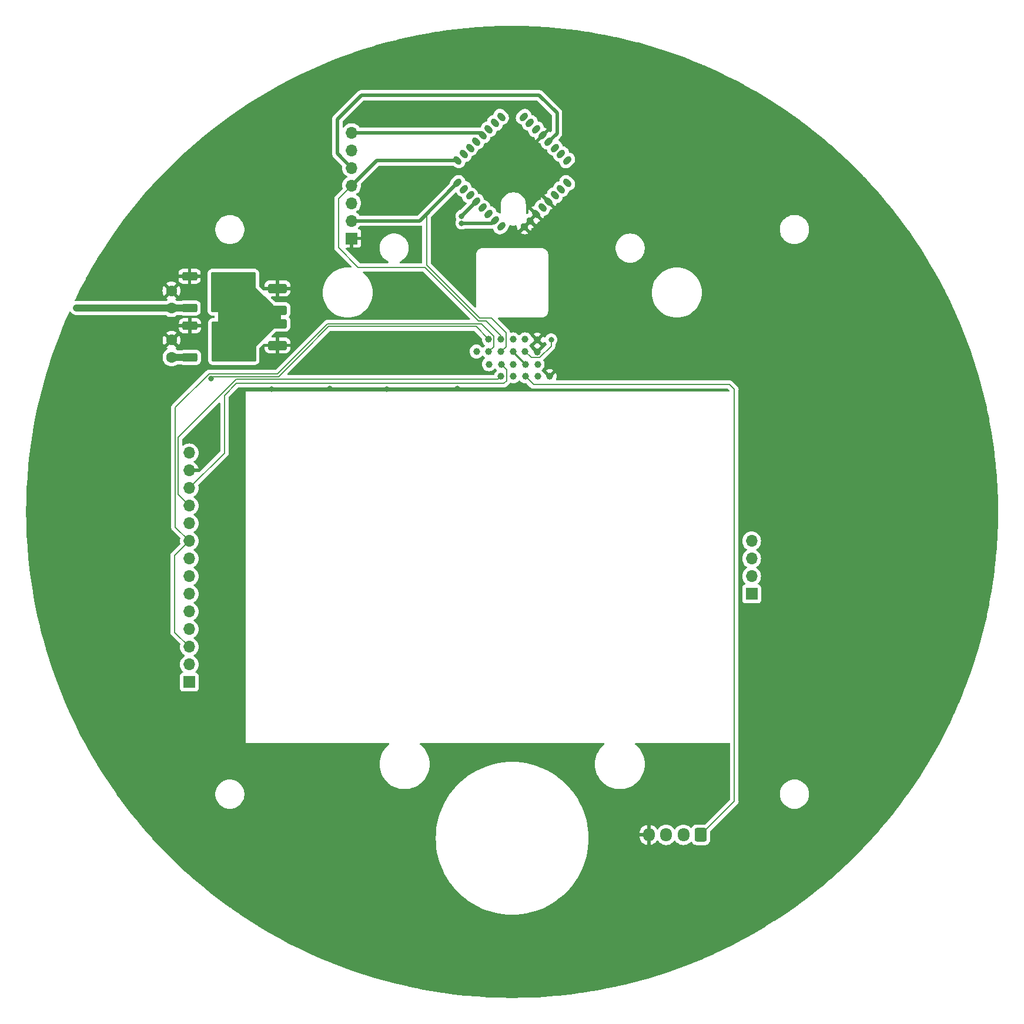
<source format=gbr>
%TF.GenerationSoftware,KiCad,Pcbnew,7.0.11*%
%TF.CreationDate,2025-03-06T22:48:18+09:00*%
%TF.ProjectId,IO,494f2e6b-6963-4616-945f-706362585858,rev?*%
%TF.SameCoordinates,Original*%
%TF.FileFunction,Copper,L2,Bot*%
%TF.FilePolarity,Positive*%
%FSLAX46Y46*%
G04 Gerber Fmt 4.6, Leading zero omitted, Abs format (unit mm)*
G04 Created by KiCad (PCBNEW 7.0.11) date 2025-03-06 22:48:18*
%MOMM*%
%LPD*%
G01*
G04 APERTURE LIST*
G04 Aperture macros list*
%AMRoundRect*
0 Rectangle with rounded corners*
0 $1 Rounding radius*
0 $2 $3 $4 $5 $6 $7 $8 $9 X,Y pos of 4 corners*
0 Add a 4 corners polygon primitive as box body*
4,1,4,$2,$3,$4,$5,$6,$7,$8,$9,$2,$3,0*
0 Add four circle primitives for the rounded corners*
1,1,$1+$1,$2,$3*
1,1,$1+$1,$4,$5*
1,1,$1+$1,$6,$7*
1,1,$1+$1,$8,$9*
0 Add four rect primitives between the rounded corners*
20,1,$1+$1,$2,$3,$4,$5,0*
20,1,$1+$1,$4,$5,$6,$7,0*
20,1,$1+$1,$6,$7,$8,$9,0*
20,1,$1+$1,$8,$9,$2,$3,0*%
%AMHorizOval*
0 Thick line with rounded ends*
0 $1 width*
0 $2 $3 position (X,Y) of the first rounded end (center of the circle)*
0 $4 $5 position (X,Y) of the second rounded end (center of the circle)*
0 Add line between two ends*
20,1,$1,$2,$3,$4,$5,0*
0 Add two circle primitives to create the rounded ends*
1,1,$1,$2,$3*
1,1,$1,$4,$5*%
G04 Aperture macros list end*
%TA.AperFunction,ComponentPad*%
%ADD10R,1.700000X1.700000*%
%TD*%
%TA.AperFunction,ComponentPad*%
%ADD11O,1.700000X1.700000*%
%TD*%
%TA.AperFunction,ComponentPad*%
%ADD12RoundRect,0.250000X0.600000X0.725000X-0.600000X0.725000X-0.600000X-0.725000X0.600000X-0.725000X0*%
%TD*%
%TA.AperFunction,ComponentPad*%
%ADD13O,1.700000X1.950000*%
%TD*%
%TA.AperFunction,SMDPad,CuDef*%
%ADD14C,1.000000*%
%TD*%
%TA.AperFunction,ComponentPad*%
%ADD15C,1.600000*%
%TD*%
%TA.AperFunction,SMDPad,CuDef*%
%ADD16RoundRect,0.250000X-1.100000X0.412500X-1.100000X-0.412500X1.100000X-0.412500X1.100000X0.412500X0*%
%TD*%
%TA.AperFunction,SMDPad,CuDef*%
%ADD17RoundRect,0.250000X-0.850000X-0.350000X0.850000X-0.350000X0.850000X0.350000X-0.850000X0.350000X0*%
%TD*%
%TA.AperFunction,SMDPad,CuDef*%
%ADD18RoundRect,0.250000X-1.275000X-1.125000X1.275000X-1.125000X1.275000X1.125000X-1.275000X1.125000X0*%
%TD*%
%TA.AperFunction,SMDPad,CuDef*%
%ADD19RoundRect,0.249997X-2.950003X-2.650003X2.950003X-2.650003X2.950003X2.650003X-2.950003X2.650003X0*%
%TD*%
%TA.AperFunction,SMDPad,CuDef*%
%ADD20RoundRect,0.250000X1.100000X-0.412500X1.100000X0.412500X-1.100000X0.412500X-1.100000X-0.412500X0*%
%TD*%
%TA.AperFunction,SMDPad,CuDef*%
%ADD21HorizOval,0.900000X-0.176777X-0.176777X0.176777X0.176777X0*%
%TD*%
%TA.AperFunction,SMDPad,CuDef*%
%ADD22HorizOval,0.900000X-0.176777X0.176777X0.176777X-0.176777X0*%
%TD*%
%TA.AperFunction,SMDPad,CuDef*%
%ADD23HorizOval,0.900000X-0.106066X0.106066X0.106066X-0.106066X0*%
%TD*%
%TA.AperFunction,ViaPad*%
%ADD24C,0.800000*%
%TD*%
%TA.AperFunction,Conductor*%
%ADD25C,1.000000*%
%TD*%
%TA.AperFunction,Conductor*%
%ADD26C,0.250000*%
%TD*%
%TA.AperFunction,Conductor*%
%ADD27C,0.500000*%
%TD*%
%TA.AperFunction,Conductor*%
%ADD28C,0.200000*%
%TD*%
G04 APERTURE END LIST*
D10*
%TO.P,J3,1,Pin_1*%
%TO.N,/SD\uFF3FSCK*%
X177780000Y-101360000D03*
D11*
%TO.P,J3,2,Pin_2*%
%TO.N,/SD\uFF3FMISO*%
X177780000Y-98820000D03*
%TO.P,J3,3,Pin_3*%
%TO.N,/SD\uFF3FMOSI*%
X177780000Y-96280000D03*
%TO.P,J3,4,Pin_4*%
%TO.N,/SD\uFF3FCS*%
X177780000Y-93740000D03*
%TD*%
D10*
%TO.P,J1,1,Pin_1*%
%TO.N,unconnected-(J1-Pin_1-Pad1)*%
X96780000Y-114070000D03*
D11*
%TO.P,J1,2,Pin_2*%
%TO.N,/MISO*%
X96780000Y-111530000D03*
%TO.P,J1,3,Pin_3*%
%TO.N,/MOSI*%
X96780000Y-108990000D03*
%TO.P,J1,4,Pin_4*%
%TO.N,/T_CS*%
X96780000Y-106450000D03*
%TO.P,J1,5,Pin_5*%
%TO.N,/SCK*%
X96780000Y-103910000D03*
%TO.P,J1,6,Pin_6*%
%TO.N,unconnected-(J1-Pin_6-Pad6)*%
X96780000Y-101370000D03*
%TO.P,J1,7,Pin_7*%
%TO.N,+3.3V*%
X96780000Y-98830000D03*
%TO.P,J1,8,Pin_8*%
%TO.N,/SCK*%
X96780000Y-96290000D03*
%TO.P,J1,9,Pin_9*%
%TO.N,/MOSI*%
X96780000Y-93750000D03*
%TO.P,J1,10,Pin_10*%
%TO.N,/DC*%
X96780000Y-91210000D03*
%TO.P,J1,11,Pin_11*%
%TO.N,/RESET*%
X96780000Y-88670000D03*
%TO.P,J1,12,Pin_12*%
%TO.N,/CS*%
X96780000Y-86130000D03*
%TO.P,J1,13,Pin_13*%
%TO.N,GND*%
X96780000Y-83590000D03*
%TO.P,J1,14,Pin_14*%
%TO.N,+3.3V*%
X96780000Y-81050000D03*
%TD*%
D10*
%TO.P,J5,1,Pin_1*%
%TO.N,GND*%
X120170000Y-50160000D03*
D11*
%TO.P,J5,2,Pin_2*%
%TO.N,/TXD*%
X120170000Y-47620000D03*
%TO.P,J5,3,Pin_3*%
%TO.N,/PRG*%
X120170000Y-45080000D03*
%TO.P,J5,4,Pin_4*%
%TO.N,/RXD*%
X120170000Y-42540000D03*
%TO.P,J5,5,Pin_5*%
%TO.N,/RST*%
X120170000Y-40000000D03*
%TO.P,J5,6,Pin_6*%
%TO.N,+3.3V*%
X120170000Y-37460000D03*
%TO.P,J5,7,Pin_7*%
%TO.N,/SET*%
X120170000Y-34920000D03*
%TD*%
D12*
%TO.P,J2,1,Pin_1*%
%TO.N,/START*%
X170460000Y-136065000D03*
D13*
%TO.P,J2,2,Pin_2*%
%TO.N,+3.3V*%
X167960000Y-136065000D03*
%TO.P,J2,3,Pin_3*%
X165460000Y-136065000D03*
%TO.P,J2,4,Pin_4*%
%TO.N,GND*%
X162960000Y-136065000D03*
%TD*%
D14*
%TO.P,J15,1,Pin_1*%
%TO.N,/CS*%
X141699999Y-68300001D03*
%TD*%
%TO.P,J19,1,Pin_1*%
%TO.N,/SD\uFF3FMISO*%
X146950000Y-68300001D03*
%TD*%
D15*
%TO.P,C2,1*%
%TO.N,+3.3V*%
X94234000Y-67290000D03*
%TO.P,C2,2*%
%TO.N,GND*%
X94234000Y-64790000D03*
%TD*%
D14*
%TO.P,J8,1,Pin_1*%
%TO.N,/SCK*%
X138166116Y-66456675D03*
%TD*%
%TO.P,J17,1,Pin_1*%
%TO.N,/RESET*%
X141649998Y-70050001D03*
%TD*%
%TO.P,J10,1,Pin_1*%
%TO.N,GND*%
X146916116Y-64756676D03*
%TD*%
%TO.P,J18,1,Pin_1*%
%TO.N,/START*%
X145200000Y-70050000D03*
%TD*%
D16*
%TO.P,C1,1*%
%TO.N,+12V*%
X109474000Y-62445500D03*
%TO.P,C1,2*%
%TO.N,GND*%
X109474000Y-65570500D03*
%TD*%
D14*
%TO.P,J1,1,Pin_1*%
%TO.N,+12V*%
X143416117Y-66456675D03*
%TD*%
D17*
%TO.P,U2,1,GND*%
%TO.N,GND*%
X96824000Y-55632000D03*
%TO.P,U2,2,VO*%
%TO.N,+5V*%
X96824000Y-60192000D03*
D18*
%TO.P,U2,3,VI*%
%TO.N,+12V*%
X101449000Y-56387000D03*
X101449000Y-59437000D03*
D19*
X103124000Y-57912000D03*
D18*
X104799000Y-56387000D03*
X104799000Y-59437000D03*
%TD*%
D20*
%TO.P,C3,1*%
%TO.N,+12V*%
X109474000Y-60490500D03*
%TO.P,C3,2*%
%TO.N,GND*%
X109474000Y-57365500D03*
%TD*%
D14*
%TO.P,J12,1,Pin_1*%
%TO.N,+12V*%
X145200000Y-68300000D03*
%TD*%
D17*
%TO.P,U1,1,GND*%
%TO.N,GND*%
X96892000Y-62741500D03*
%TO.P,U1,2,VO*%
%TO.N,+3.3V*%
X96892000Y-67301500D03*
D18*
%TO.P,U1,3,VI*%
%TO.N,+12V*%
X101517000Y-63496500D03*
X101517000Y-66546500D03*
D19*
X103192000Y-65021500D03*
D18*
X104867000Y-63496500D03*
X104867000Y-66546500D03*
%TD*%
D14*
%TO.P,J9,1,Pin_1*%
%TO.N,/T_CS*%
X139916116Y-64706675D03*
%TD*%
%TO.P,J14,1,Pin_1*%
%TO.N,N/C*%
X143450000Y-68300000D03*
%TD*%
%TO.P,J20,1,Pin_1*%
%TO.N,/SD\uFF3FSCK*%
X146950000Y-70050000D03*
%TD*%
%TO.P,J3,1,Pin_1*%
%TO.N,/RXD*%
X141666116Y-64706675D03*
%TD*%
D15*
%TO.P,C4,1*%
%TO.N,+5V*%
X94214000Y-60198000D03*
%TO.P,C4,2*%
%TO.N,GND*%
X94214000Y-57698000D03*
%TD*%
D14*
%TO.P,J4,1,Pin_1*%
%TO.N,/MISO*%
X143416116Y-64706676D03*
%TD*%
%TO.P,J5,1,Pin_1*%
%TO.N,/SD\uFF3FCS*%
X145166117Y-66456676D03*
%TD*%
%TO.P,J21,1,Pin_1*%
%TO.N,GND*%
X148699999Y-70000001D03*
%TD*%
%TO.P,J7,1,Pin_1*%
%TO.N,/MOSI*%
X139916116Y-66456675D03*
%TD*%
%TO.P,J6,1,Pin_1*%
%TO.N,/SD\uFF3FMOSI*%
X145166117Y-64706676D03*
%TD*%
D21*
%TO.P,U3,1,DO0/PWM2*%
%TO.N,unconnected-(U3-DO0{slash}PWM2-Pad1)*%
X141700740Y-48449290D03*
%TO.P,U3,2,DO1/PWM3*%
%TO.N,/PRG*%
X140802715Y-47551264D03*
%TO.P,U3,3,DIO18/DO1*%
%TO.N,unconnected-(U3-DIO18{slash}DO1-Pad3)*%
X139904689Y-46653239D03*
%TO.P,U3,4,DIO19/DO2*%
%TO.N,unconnected-(U3-DIO19{slash}DO2-Pad4)*%
X139006664Y-45755213D03*
%TO.P,U3,5,VCC*%
%TO.N,+3.3V*%
X138108638Y-44857187D03*
%TO.P,U3,6,DIO4/DO3*%
%TO.N,unconnected-(U3-DIO4{slash}DO3-Pad6)*%
X137210612Y-43959162D03*
%TO.P,U3,7,DIO5/PWM1*%
%TO.N,unconnected-(U3-DIO5{slash}PWM1-Pad7)*%
X136312587Y-43061136D03*
%TO.P,U3,8,DIO6/TX*%
%TO.N,/TXD*%
X135414561Y-42163111D03*
D22*
%TO.P,U3,9,DIO7/RX*%
%TO.N,/RXD*%
X135414561Y-38924561D03*
%TO.P,U3,10,DIO8/PWM4*%
%TO.N,unconnected-(U3-DIO8{slash}PWM4-Pad10)*%
X136312587Y-38026536D03*
%TO.P,U3,11,DIO9/DO4*%
%TO.N,unconnected-(U3-DIO9{slash}DO4-Pad11)*%
X137210612Y-37128510D03*
%TO.P,U3,12,DIO10/M1*%
%TO.N,unconnected-(U3-DIO10{slash}M1-Pad12)*%
X138108638Y-36230485D03*
%TO.P,U3,13,DIO12/DI1*%
%TO.N,/SET*%
X139006664Y-35332459D03*
%TO.P,U3,14,DIO14/SCL*%
%TO.N,unconnected-(U3-DIO14{slash}SCL-Pad14)*%
X139904689Y-34434433D03*
%TO.P,U3,15,DIO13/DI2*%
%TO.N,unconnected-(U3-DIO13{slash}DI2-Pad15)*%
X140802715Y-33536408D03*
%TO.P,U3,16,DIO11/DI3*%
%TO.N,unconnected-(U3-DIO11{slash}DI3-Pad16)*%
X141700740Y-32638382D03*
D21*
%TO.P,U3,17,DIO15/SDA*%
%TO.N,unconnected-(U3-DIO15{slash}SDA-Pad17)*%
X144939290Y-32638382D03*
%TO.P,U3,18,DIO16/DI4*%
%TO.N,unconnected-(U3-DIO16{slash}DI4-Pad18)*%
X145837315Y-33536408D03*
%TO.P,U3,19,DIO17/BPS*%
%TO.N,unconnected-(U3-DIO17{slash}BPS-Pad19)*%
X146735341Y-34434433D03*
%TO.P,U3,20,GND*%
%TO.N,GND*%
X147633366Y-35332459D03*
%TO.P,U3,21,~{RESET}*%
%TO.N,/RST*%
X148531392Y-36230485D03*
%TO.P,U3,22,ADC2/AI3*%
%TO.N,unconnected-(U3-ADC2{slash}AI3-Pad22)*%
X149429418Y-37128510D03*
%TO.P,U3,23,ADC1/AI1*%
%TO.N,unconnected-(U3-ADC1{slash}AI1-Pad23)*%
X150327443Y-38026536D03*
%TO.P,U3,24,DIO0/AI2*%
%TO.N,unconnected-(U3-DIO0{slash}AI2-Pad24)*%
X151225469Y-38924561D03*
D22*
%TO.P,U3,25,DIO1/AI4*%
%TO.N,unconnected-(U3-DIO1{slash}AI4-Pad25)*%
X151225469Y-42163111D03*
%TO.P,U3,26,DIO2/M2*%
%TO.N,unconnected-(U3-DIO2{slash}M2-Pad26)*%
X150327443Y-43061136D03*
%TO.P,U3,27,DIO3/M3*%
%TO.N,unconnected-(U3-DIO3{slash}M3-Pad27)*%
X149429418Y-43959162D03*
%TO.P,U3,28,GND*%
%TO.N,GND*%
X148531392Y-44857187D03*
%TO.P,U3,29,NC*%
%TO.N,unconnected-(U3-NC-Pad29)*%
X147633366Y-45755213D03*
%TO.P,U3,30,GND*%
%TO.N,GND*%
X146735341Y-46653239D03*
D23*
%TO.P,U3,31,GND*%
X145908026Y-47621975D03*
%TO.P,U3,32,GND*%
X145010000Y-48520000D03*
%TD*%
D14*
%TO.P,J22,1,Pin_1*%
%TO.N,GND*%
X146916116Y-66506676D03*
%TD*%
%TO.P,J13,1,Pin_1*%
%TO.N,/PWM*%
X143450000Y-70050000D03*
%TD*%
%TO.P,J2,1,Pin_1*%
%TO.N,/TXD*%
X141666116Y-66456675D03*
%TD*%
%TO.P,J16,1,Pin_1*%
%TO.N,/DC*%
X139950000Y-68299999D03*
%TD*%
D24*
%TO.N,+12V*%
X109440000Y-61440000D03*
X143416117Y-66456675D03*
%TO.N,GND*%
X158090000Y-145160000D03*
X103220000Y-96590000D03*
X94110000Y-62470000D03*
X148870000Y-40620000D03*
X120710000Y-32720000D03*
X151520000Y-63510000D03*
X103280000Y-120470000D03*
X206370000Y-105650000D03*
X144275000Y-71550000D03*
X162180000Y-129570000D03*
X140170000Y-23080000D03*
X89800000Y-69620000D03*
X88020000Y-122870000D03*
X103150000Y-83600000D03*
X132310000Y-49430000D03*
X122810000Y-123860000D03*
X135350000Y-71820000D03*
X191650000Y-98680000D03*
X148240000Y-33100000D03*
X179340000Y-72830000D03*
X97590000Y-78630000D03*
X125050000Y-40380000D03*
X89680000Y-111100000D03*
X179430000Y-81650000D03*
X93650000Y-72580000D03*
X126350000Y-69280000D03*
X181890000Y-58580000D03*
X143310000Y-33660000D03*
X85280000Y-62770000D03*
X99510000Y-81440000D03*
X116220000Y-35540000D03*
X122920000Y-128530000D03*
X151400000Y-60130000D03*
X125030000Y-142390000D03*
X170440000Y-63880000D03*
X177870000Y-104560000D03*
X103160000Y-108450000D03*
X132850000Y-41010000D03*
X140130000Y-31170000D03*
X82900000Y-110720000D03*
X113900000Y-60070000D03*
X143440000Y-42810000D03*
X134390000Y-60590000D03*
X181380000Y-37890000D03*
X96840000Y-57870000D03*
X124090000Y-60420000D03*
X170300000Y-66950000D03*
X176960000Y-130910000D03*
X198890000Y-56340000D03*
X186720000Y-137480000D03*
X137390000Y-58770000D03*
X85200000Y-79300000D03*
X207130000Y-92590000D03*
X173400000Y-135410000D03*
X127200000Y-27710000D03*
X89280000Y-91080000D03*
X203440000Y-68230000D03*
X125210000Y-71850000D03*
X129950000Y-45320000D03*
X103750000Y-73380000D03*
X154840000Y-123600000D03*
X105150000Y-53540000D03*
X170790000Y-32010000D03*
X145820000Y-45230000D03*
X126950000Y-152790000D03*
X143350000Y-50530000D03*
X100510000Y-75550000D03*
X148810000Y-51310000D03*
X140050000Y-154200000D03*
X117010000Y-71820000D03*
X109240000Y-55350000D03*
X141010000Y-45140000D03*
X179570000Y-91240000D03*
X191380000Y-76830000D03*
X130530000Y-32170000D03*
X79560000Y-86710000D03*
X106810000Y-124080000D03*
X159450000Y-26490000D03*
X171430000Y-45790000D03*
X200810000Y-117300000D03*
X117050000Y-53330000D03*
X129230000Y-133430000D03*
X112160000Y-69280000D03*
X96240000Y-69290000D03*
X191220000Y-46420000D03*
X133360000Y-124510000D03*
X80350000Y-73480000D03*
X151770000Y-36570000D03*
X150150000Y-58000000D03*
X176690000Y-145510000D03*
X146620000Y-28220000D03*
X112010000Y-47160000D03*
X163360000Y-123970000D03*
X87800000Y-58230000D03*
X146900000Y-24460000D03*
X159070000Y-132750000D03*
X104860000Y-141320000D03*
X107190000Y-51430000D03*
X164920000Y-150120000D03*
X120340000Y-133070000D03*
X177100000Y-117120000D03*
X173080000Y-124160000D03*
X80310000Y-98820000D03*
X149825000Y-66950000D03*
X154620000Y-127140000D03*
X115800000Y-147760000D03*
X104600000Y-37380000D03*
X151380000Y-123680000D03*
X101770000Y-125980000D03*
X95520000Y-45890000D03*
X110990000Y-128580000D03*
X135070000Y-45050000D03*
X107840000Y-132270000D03*
X94250000Y-55350000D03*
X132320000Y-53450000D03*
X130320000Y-55700000D03*
X138180000Y-125910000D03*
X136650000Y-40560000D03*
X189290000Y-116620000D03*
X95130000Y-132780000D03*
X158170000Y-58260000D03*
X151510000Y-45040000D03*
X206550000Y-80290000D03*
X148640000Y-47900000D03*
X108660000Y-71840000D03*
X98710000Y-65470000D03*
X116200000Y-41370000D03*
X159900000Y-39000000D03*
X173050000Y-130720000D03*
X146580000Y-31230000D03*
X137160000Y-52090000D03*
X153020000Y-153390000D03*
X115250000Y-30190000D03*
X148210000Y-125700000D03*
X195040000Y-127860000D03*
%TO.N,+3.3V*%
X136010000Y-46950000D03*
%TO.N,+5V*%
X80518000Y-60198000D03*
X81534000Y-60198000D03*
X82550000Y-60198000D03*
%TO.N,/PWM*%
X143450000Y-70050000D03*
%TO.N,/MISO*%
X143425000Y-64700000D03*
%TO.N,/T_CS*%
X99919975Y-70369975D03*
%TO.N,/SCK*%
X138166116Y-66456675D03*
%TO.N,/DC*%
X139950000Y-68299999D03*
%TO.N,/SD\uFF3FSCK*%
X146950000Y-70025000D03*
%TO.N,/SD\uFF3FMISO*%
X146950000Y-68300000D03*
%TO.N,/SD\uFF3FMOSI*%
X145175000Y-64700000D03*
%TO.N,/SD\uFF3FCS*%
X148900000Y-64750000D03*
%TO.N,/PRG*%
X136010000Y-47970000D03*
%TD*%
D25*
%TO.N,+12V*%
X101449000Y-59857250D02*
X102851750Y-61260000D01*
X109440000Y-61440000D02*
X106802000Y-61440000D01*
X109474000Y-61406000D02*
X109440000Y-61440000D01*
X103452000Y-61440000D02*
X102961000Y-60949000D01*
X104799000Y-59437000D02*
X103274000Y-57912000D01*
X104579000Y-62445500D02*
X103573500Y-61440000D01*
X108121000Y-59709000D02*
X107681000Y-59269000D01*
X106796000Y-58384000D02*
X104799000Y-56387000D01*
X108902500Y-60490500D02*
X108121000Y-59709000D01*
X103274000Y-57912000D02*
X103124000Y-57912000D01*
X106810000Y-64190000D02*
X107016750Y-64396750D01*
X106810000Y-62530000D02*
X107846750Y-63566750D01*
X107681000Y-59269000D02*
X106796000Y-58384000D01*
X101449000Y-59437000D02*
X101449000Y-60879000D01*
X107016750Y-64396750D02*
X104867000Y-66546500D01*
X105490000Y-62000000D02*
X104930000Y-61440000D01*
D26*
X145200000Y-68300000D02*
X143416117Y-66516117D01*
D25*
X106810000Y-62000000D02*
X106810000Y-62445500D01*
X106470000Y-60480000D02*
X107020000Y-59930000D01*
X109474000Y-61474000D02*
X109474000Y-62445500D01*
X109474000Y-62445500D02*
X105935500Y-62445500D01*
X106470000Y-58710000D02*
X106796000Y-58384000D01*
X106810000Y-62445500D02*
X104579000Y-62445500D01*
X109474000Y-62445500D02*
X108968000Y-62445500D01*
X105394000Y-60949000D02*
X105852500Y-60490500D01*
X102851750Y-61260000D02*
X102851750Y-62161750D01*
X104930000Y-61440000D02*
X103573500Y-61440000D01*
X109440000Y-61440000D02*
X103452000Y-61440000D01*
X108968000Y-62445500D02*
X107846750Y-63566750D01*
X105935500Y-62445500D02*
X104930000Y-61440000D01*
X107020000Y-59930000D02*
X107241000Y-59709000D01*
X103573500Y-61440000D02*
X102851750Y-62161750D01*
X101517000Y-63496500D02*
X101517000Y-62463000D01*
X109474000Y-60490500D02*
X109474000Y-61406000D01*
X107241000Y-59709000D02*
X108121000Y-59709000D01*
X107846750Y-63566750D02*
X107016750Y-64396750D01*
X101517000Y-62463000D02*
X102275000Y-61705000D01*
X101449000Y-59437000D02*
X101449000Y-63428500D01*
X109440000Y-61440000D02*
X108880000Y-62000000D01*
X109440000Y-61440000D02*
X109474000Y-61474000D01*
X106810000Y-62000000D02*
X106810000Y-62530000D01*
X102961000Y-60949000D02*
X101449000Y-59437000D01*
X101449000Y-59437000D02*
X101449000Y-59857250D01*
X106250000Y-61440000D02*
X106810000Y-62000000D01*
X106802000Y-61440000D02*
X104799000Y-59437000D01*
D26*
X143416117Y-66516117D02*
X143416117Y-66456675D01*
D25*
X106470000Y-60490500D02*
X106470000Y-58710000D01*
X108880000Y-62000000D02*
X105490000Y-62000000D01*
X107020000Y-59930000D02*
X107681000Y-59269000D01*
X101449000Y-60879000D02*
X102275000Y-61705000D01*
X101449000Y-59437000D02*
X102851750Y-60839750D01*
X106810000Y-62000000D02*
X106810000Y-64190000D01*
X106470000Y-60490500D02*
X105852500Y-60490500D01*
X106470000Y-60490500D02*
X106470000Y-60480000D01*
X109474000Y-60490500D02*
X106470000Y-60490500D01*
X102851750Y-60839750D02*
X102851750Y-61260000D01*
X106810000Y-62445500D02*
X105768000Y-62445500D01*
X109474000Y-60490500D02*
X108902500Y-60490500D01*
X102275000Y-61705000D02*
X102791750Y-62221750D01*
X102791750Y-62221750D02*
X101517000Y-63496500D01*
X105852500Y-60490500D02*
X104799000Y-59437000D01*
X101449000Y-63428500D02*
X101517000Y-63496500D01*
X102851750Y-62161750D02*
X102791750Y-62221750D01*
X102961000Y-60949000D02*
X105394000Y-60949000D01*
X105768000Y-62445500D02*
X103192000Y-65021500D01*
%TO.N,+3.3V*%
X96892000Y-67301500D02*
X94245500Y-67301500D01*
D27*
X138102813Y-44857187D02*
X136010000Y-46950000D01*
D25*
X94245500Y-67301500D02*
X94234000Y-67290000D01*
D27*
X138108638Y-44857187D02*
X138102813Y-44857187D01*
D25*
%TO.N,+5V*%
X94220000Y-60192000D02*
X94214000Y-60198000D01*
X94214000Y-60198000D02*
X82550000Y-60198000D01*
X96824000Y-60192000D02*
X94220000Y-60192000D01*
X82550000Y-60198000D02*
X80518000Y-60198000D01*
D28*
%TO.N,/MOSI*%
X96780000Y-93750000D02*
X94690000Y-95840000D01*
X96780000Y-93750000D02*
X94770000Y-91740000D01*
X140616116Y-65756675D02*
X139916116Y-66456675D01*
X94770000Y-74530000D02*
X99640000Y-69660000D01*
X138853641Y-62453641D02*
X140616116Y-64216116D01*
X140616116Y-64216116D02*
X140616116Y-65756675D01*
X99640000Y-69660000D02*
X109490000Y-69660000D01*
X94690000Y-106900000D02*
X96780000Y-108990000D01*
X109490000Y-69660000D02*
X116696359Y-62453641D01*
X94770000Y-91740000D02*
X94770000Y-74530000D01*
X94690000Y-95840000D02*
X94690000Y-106900000D01*
X116696359Y-62453641D02*
X138853641Y-62453641D01*
%TO.N,/T_CS*%
X109655685Y-70060000D02*
X109324314Y-70060000D01*
X104060000Y-70060000D02*
X100229950Y-70060000D01*
X109324314Y-70060000D02*
X104060000Y-70060000D01*
X100229950Y-70060000D02*
X99919975Y-70369975D01*
X138063082Y-62853641D02*
X139916116Y-64706675D01*
X137425000Y-62853641D02*
X138063082Y-62853641D01*
X137425000Y-62853641D02*
X116862045Y-62853641D01*
X113042843Y-66672843D02*
X109655685Y-70060000D01*
X116862045Y-62853641D02*
X113042843Y-66672843D01*
%TO.N,/RESET*%
X96780000Y-88670000D02*
X95170000Y-87060000D01*
X103570000Y-70460000D02*
X141239999Y-70460000D01*
X95170000Y-87060000D02*
X95170000Y-78860000D01*
X95170000Y-78860000D02*
X103570000Y-70460000D01*
X141239999Y-70460000D02*
X141649998Y-70050001D01*
%TO.N,/CS*%
X103570686Y-71025000D02*
X142100000Y-71025000D01*
X142475000Y-69075002D02*
X141699999Y-68300001D01*
X96780000Y-86130000D02*
X101830000Y-81080000D01*
X142475000Y-70650000D02*
X142475000Y-69075002D01*
X101830000Y-72765686D02*
X103570686Y-71025000D01*
X142100000Y-71025000D02*
X142475000Y-70650000D01*
X101830000Y-81080000D02*
X101830000Y-72765686D01*
%TO.N,/START*%
X175300000Y-71910000D02*
X175300000Y-131225000D01*
X145460000Y-70310000D02*
X145200000Y-70050000D01*
X145200000Y-70050000D02*
X146375000Y-71225000D01*
X175300000Y-131225000D02*
X170460000Y-136065000D01*
X174615000Y-71225000D02*
X175300000Y-71910000D01*
X146375000Y-71225000D02*
X174615000Y-71225000D01*
%TO.N,/SD\uFF3FCS*%
X147247487Y-67306676D02*
X146016117Y-67306676D01*
X148900000Y-64750000D02*
X148900000Y-65654163D01*
X148900000Y-65654163D02*
X147247487Y-67306676D01*
X146016117Y-67306676D02*
X145166117Y-66456676D01*
%TO.N,/TXD*%
X138621082Y-61653641D02*
X140303641Y-61653641D01*
D27*
X120170000Y-47620000D02*
X129957672Y-47620000D01*
D28*
X129957672Y-47620000D02*
X130950000Y-46627672D01*
X142375000Y-65747791D02*
X141666116Y-66456675D01*
D27*
X129957672Y-47620000D02*
X135414561Y-42163111D01*
D28*
X140303641Y-61653641D02*
X142375000Y-63725000D01*
X130950000Y-53982559D02*
X138621082Y-61653641D01*
X142375000Y-63725000D02*
X142375000Y-65747791D01*
X130950000Y-46627672D02*
X130950000Y-53982559D01*
D27*
%TO.N,/RXD*%
X120170000Y-42540000D02*
X123785439Y-38924561D01*
D28*
X118270000Y-44440000D02*
X118270000Y-51490000D01*
X141666116Y-64166116D02*
X141666116Y-64706675D01*
X121100000Y-54320000D02*
X130721756Y-54320000D01*
D27*
X123785439Y-38924561D02*
X135414561Y-38924561D01*
D28*
X130721756Y-54320000D02*
X138455396Y-62053641D01*
X138455396Y-62053641D02*
X139553641Y-62053641D01*
X139553641Y-62053641D02*
X141666116Y-64166116D01*
X118270000Y-51490000D02*
X121100000Y-54320000D01*
X120170000Y-42540000D02*
X118270000Y-44440000D01*
D27*
%TO.N,/PRG*%
X140383979Y-47970000D02*
X136010000Y-47970000D01*
X140802715Y-47551264D02*
X140383979Y-47970000D01*
%TO.N,/RST*%
X149740000Y-32110000D02*
X149740000Y-35021877D01*
X121560000Y-29550000D02*
X147180000Y-29550000D01*
X118110000Y-33000000D02*
X121560000Y-29550000D01*
X118110000Y-37940000D02*
X118110000Y-33000000D01*
X120170000Y-40000000D02*
X118110000Y-37940000D01*
X147180000Y-29550000D02*
X149740000Y-32110000D01*
X149740000Y-35021877D02*
X148531392Y-36230485D01*
%TO.N,/SET*%
X120170000Y-34920000D02*
X138594205Y-34920000D01*
X138594205Y-34920000D02*
X139006664Y-35332459D01*
%TD*%
%TA.AperFunction,Conductor*%
%TO.N,GND*%
G36*
X101148834Y-73832915D02*
G01*
X101204767Y-73874787D01*
X101229184Y-73940251D01*
X101229500Y-73949097D01*
X101229500Y-80779901D01*
X101209815Y-80846940D01*
X101193181Y-80867582D01*
X98257082Y-83803681D01*
X98195759Y-83837166D01*
X98169401Y-83840000D01*
X97213686Y-83840000D01*
X97239493Y-83799844D01*
X97280000Y-83661889D01*
X97280000Y-83518111D01*
X97239493Y-83380156D01*
X97213686Y-83340000D01*
X98110636Y-83340000D01*
X98110635Y-83339999D01*
X98053432Y-83126513D01*
X98053429Y-83126507D01*
X97953600Y-82912422D01*
X97953599Y-82912420D01*
X97818113Y-82718926D01*
X97818108Y-82718920D01*
X97651078Y-82551890D01*
X97465405Y-82421879D01*
X97421780Y-82367302D01*
X97414588Y-82297804D01*
X97446110Y-82235449D01*
X97465406Y-82218730D01*
X97545054Y-82162960D01*
X97651401Y-82088495D01*
X97818495Y-81921401D01*
X97954035Y-81727830D01*
X98053903Y-81513663D01*
X98115063Y-81285408D01*
X98135659Y-81050000D01*
X98115063Y-80814592D01*
X98053903Y-80586337D01*
X97954035Y-80372171D01*
X97818495Y-80178599D01*
X97818494Y-80178597D01*
X97651402Y-80011506D01*
X97651395Y-80011501D01*
X97457834Y-79875967D01*
X97457830Y-79875965D01*
X97445040Y-79870001D01*
X97243663Y-79776097D01*
X97243659Y-79776096D01*
X97243655Y-79776094D01*
X97015413Y-79714938D01*
X97015403Y-79714936D01*
X96780001Y-79694341D01*
X96779999Y-79694341D01*
X96544596Y-79714936D01*
X96544586Y-79714938D01*
X96316344Y-79776094D01*
X96316335Y-79776098D01*
X96102171Y-79875964D01*
X96102169Y-79875965D01*
X95965623Y-79971576D01*
X95899417Y-79993903D01*
X95831650Y-79976893D01*
X95783837Y-79925945D01*
X95770500Y-79870001D01*
X95770500Y-79160097D01*
X95790185Y-79093058D01*
X95806819Y-79072416D01*
X101017819Y-73861416D01*
X101079142Y-73827931D01*
X101148834Y-73832915D01*
G37*
%TD.AperFunction*%
%TA.AperFunction,Conductor*%
G36*
X137830024Y-63473826D02*
G01*
X137850666Y-63490460D01*
X138883300Y-64523094D01*
X138916785Y-64584417D01*
X138919022Y-64622927D01*
X138910775Y-64706673D01*
X138910775Y-64706674D01*
X138930091Y-64902804D01*
X138930092Y-64902807D01*
X138986863Y-65089956D01*
X138987304Y-65091408D01*
X139080202Y-65265207D01*
X139080206Y-65265214D01*
X139205232Y-65417558D01*
X139288411Y-65485822D01*
X139327745Y-65543568D01*
X139329616Y-65613413D01*
X139293428Y-65673181D01*
X139288411Y-65677528D01*
X139205232Y-65745791D01*
X139136969Y-65828970D01*
X139079223Y-65868304D01*
X139009378Y-65870175D01*
X138949610Y-65833987D01*
X138945263Y-65828970D01*
X138876999Y-65745791D01*
X138724655Y-65620765D01*
X138724648Y-65620761D01*
X138550849Y-65527863D01*
X138550843Y-65527861D01*
X138362248Y-65470651D01*
X138362245Y-65470650D01*
X138166116Y-65451334D01*
X137969986Y-65470650D01*
X137781382Y-65527863D01*
X137607583Y-65620761D01*
X137607576Y-65620765D01*
X137455232Y-65745791D01*
X137330206Y-65898135D01*
X137330202Y-65898142D01*
X137237304Y-66071941D01*
X137180091Y-66260545D01*
X137160775Y-66456675D01*
X137180091Y-66652804D01*
X137180092Y-66652807D01*
X137224348Y-66798700D01*
X137237304Y-66841408D01*
X137330202Y-67015207D01*
X137330206Y-67015214D01*
X137455232Y-67167558D01*
X137607576Y-67292584D01*
X137607583Y-67292588D01*
X137781382Y-67385486D01*
X137781385Y-67385486D01*
X137781389Y-67385489D01*
X137969984Y-67442699D01*
X138166116Y-67462016D01*
X138362248Y-67442699D01*
X138550843Y-67385489D01*
X138724654Y-67292585D01*
X138876999Y-67167558D01*
X138945263Y-67084379D01*
X139003009Y-67045045D01*
X139072853Y-67043174D01*
X139132622Y-67079362D01*
X139136969Y-67084379D01*
X139205232Y-67167558D01*
X139328328Y-67268580D01*
X139354429Y-67290001D01*
X139362211Y-67296387D01*
X139401545Y-67354132D01*
X139403416Y-67423977D01*
X139367229Y-67483745D01*
X139362212Y-67488093D01*
X139239114Y-67589118D01*
X139114090Y-67741459D01*
X139114086Y-67741466D01*
X139021188Y-67915265D01*
X138963975Y-68103869D01*
X138944659Y-68299999D01*
X138963975Y-68496128D01*
X139021188Y-68684732D01*
X139114086Y-68858531D01*
X139114090Y-68858538D01*
X139239116Y-69010882D01*
X139391460Y-69135908D01*
X139391467Y-69135912D01*
X139565266Y-69228810D01*
X139565269Y-69228810D01*
X139565273Y-69228813D01*
X139753868Y-69286023D01*
X139950000Y-69305340D01*
X140146132Y-69286023D01*
X140334727Y-69228813D01*
X140376027Y-69206738D01*
X140460404Y-69161637D01*
X140508538Y-69135909D01*
X140660883Y-69010882D01*
X140729146Y-68927703D01*
X140786890Y-68888370D01*
X140856734Y-68886499D01*
X140916503Y-68922686D01*
X140920851Y-68927704D01*
X140989115Y-69010884D01*
X141047294Y-69058630D01*
X141086628Y-69116375D01*
X141088499Y-69186220D01*
X141052312Y-69245988D01*
X141047294Y-69250336D01*
X140939114Y-69339117D01*
X140814088Y-69491461D01*
X140814084Y-69491468D01*
X140721185Y-69665269D01*
X140710024Y-69702061D01*
X140688961Y-69771497D01*
X140650665Y-69829934D01*
X140586853Y-69858390D01*
X140570302Y-69859500D01*
X111004782Y-69859500D01*
X110937743Y-69839815D01*
X110891988Y-69787011D01*
X110882044Y-69717853D01*
X110911069Y-69654297D01*
X110917101Y-69647819D01*
X112142921Y-68422000D01*
X113495293Y-67069628D01*
X117074461Y-63490460D01*
X117135784Y-63456975D01*
X117162142Y-63454141D01*
X137385639Y-63454141D01*
X137762985Y-63454141D01*
X137830024Y-63473826D01*
G37*
%TD.AperFunction*%
%TA.AperFunction,Conductor*%
G36*
X130313874Y-48366158D02*
G01*
X130346871Y-48427744D01*
X130349500Y-48453141D01*
X130349500Y-53595500D01*
X130329815Y-53662539D01*
X130277011Y-53708294D01*
X130225500Y-53719500D01*
X127196850Y-53719500D01*
X127129811Y-53699815D01*
X127084056Y-53647011D01*
X127074112Y-53577853D01*
X127103137Y-53514297D01*
X127139802Y-53485402D01*
X127239617Y-53433681D01*
X127383936Y-53358901D01*
X127618698Y-53193189D01*
X127828708Y-52997053D01*
X128010055Y-52774147D01*
X128159361Y-52528625D01*
X128159363Y-52528620D01*
X128159365Y-52528617D01*
X128224779Y-52378015D01*
X128273844Y-52265058D01*
X128351371Y-51988358D01*
X128390500Y-51703678D01*
X128390500Y-51416322D01*
X128351371Y-51131642D01*
X128273844Y-50854942D01*
X128254803Y-50811104D01*
X128159365Y-50591382D01*
X128111813Y-50513187D01*
X128010055Y-50345853D01*
X127828708Y-50122947D01*
X127709831Y-50011923D01*
X127618700Y-49926812D01*
X127383935Y-49761098D01*
X127128793Y-49628894D01*
X126858037Y-49532667D01*
X126858034Y-49532666D01*
X126670781Y-49493755D01*
X126576686Y-49474202D01*
X126576684Y-49474201D01*
X126576680Y-49474201D01*
X126458070Y-49466088D01*
X126361752Y-49459500D01*
X126218248Y-49459500D01*
X126127724Y-49465691D01*
X126003319Y-49474201D01*
X125721965Y-49532666D01*
X125721962Y-49532667D01*
X125451206Y-49628894D01*
X125196064Y-49761098D01*
X124961299Y-49926812D01*
X124751289Y-50122950D01*
X124569944Y-50345853D01*
X124420634Y-50591382D01*
X124306158Y-50854935D01*
X124306158Y-50854936D01*
X124228630Y-51131635D01*
X124228629Y-51131642D01*
X124196254Y-51367187D01*
X124189500Y-51416322D01*
X124189500Y-51703678D01*
X124227146Y-51977572D01*
X124228629Y-51988357D01*
X124228630Y-51988364D01*
X124268084Y-52129175D01*
X124306156Y-52265058D01*
X124306157Y-52265061D01*
X124306158Y-52265063D01*
X124306158Y-52265064D01*
X124420634Y-52528617D01*
X124569944Y-52774146D01*
X124646667Y-52868452D01*
X124751292Y-52997053D01*
X124877105Y-53114554D01*
X124961299Y-53193187D01*
X125196064Y-53358901D01*
X125440198Y-53485402D01*
X125490665Y-53533723D01*
X125506997Y-53601657D01*
X125484008Y-53667636D01*
X125428997Y-53710713D01*
X125383150Y-53719500D01*
X121400097Y-53719500D01*
X121333058Y-53699815D01*
X121312416Y-53683181D01*
X119350916Y-51721681D01*
X119317431Y-51660358D01*
X119322415Y-51590666D01*
X119364287Y-51534733D01*
X119429751Y-51510316D01*
X119438597Y-51510000D01*
X119920000Y-51510000D01*
X119920000Y-50595501D01*
X120027685Y-50644680D01*
X120134237Y-50660000D01*
X120205763Y-50660000D01*
X120312315Y-50644680D01*
X120420000Y-50595501D01*
X120420000Y-51510000D01*
X121067828Y-51510000D01*
X121067844Y-51509999D01*
X121127372Y-51503598D01*
X121127379Y-51503596D01*
X121262086Y-51453354D01*
X121262093Y-51453350D01*
X121377187Y-51367190D01*
X121377190Y-51367187D01*
X121463350Y-51252093D01*
X121463354Y-51252086D01*
X121513596Y-51117379D01*
X121513598Y-51117372D01*
X121519999Y-51057844D01*
X121520000Y-51057827D01*
X121520000Y-50410000D01*
X120603686Y-50410000D01*
X120629493Y-50369844D01*
X120670000Y-50231889D01*
X120670000Y-50088111D01*
X120629493Y-49950156D01*
X120603686Y-49910000D01*
X121520000Y-49910000D01*
X121520000Y-49262172D01*
X121519999Y-49262155D01*
X121513598Y-49202627D01*
X121513596Y-49202620D01*
X121463354Y-49067913D01*
X121463350Y-49067906D01*
X121377190Y-48952812D01*
X121377187Y-48952809D01*
X121262093Y-48866649D01*
X121262088Y-48866646D01*
X121130528Y-48817577D01*
X121074595Y-48775705D01*
X121050178Y-48710241D01*
X121065030Y-48641968D01*
X121086175Y-48613720D01*
X121208495Y-48491401D01*
X121256127Y-48423376D01*
X121310704Y-48379751D01*
X121357701Y-48370500D01*
X129893967Y-48370500D01*
X129911937Y-48371809D01*
X129935695Y-48375289D01*
X129985041Y-48370971D01*
X129995848Y-48370500D01*
X130001376Y-48370500D01*
X130001381Y-48370500D01*
X130032228Y-48366893D01*
X130035702Y-48366539D01*
X130110469Y-48359999D01*
X130110477Y-48359996D01*
X130117538Y-48358539D01*
X130117550Y-48358598D01*
X130124915Y-48356965D01*
X130124901Y-48356906D01*
X130131921Y-48355241D01*
X130131927Y-48355241D01*
X130183090Y-48336618D01*
X130252818Y-48332188D01*
X130313874Y-48366158D01*
G37*
%TD.AperFunction*%
%TA.AperFunction,Conductor*%
G36*
X143323260Y-19554650D02*
G01*
X144815612Y-19572410D01*
X144989321Y-19575523D01*
X144991470Y-19575581D01*
X146476295Y-19628612D01*
X146476524Y-19628621D01*
X146656564Y-19636153D01*
X146658473Y-19636249D01*
X148135738Y-19724250D01*
X148321783Y-19736491D01*
X148323646Y-19736630D01*
X149792100Y-19859235D01*
X149792539Y-19859273D01*
X149984117Y-19876483D01*
X149986057Y-19876674D01*
X151445498Y-20033581D01*
X151445838Y-20033619D01*
X151642644Y-20056049D01*
X151644534Y-20056280D01*
X153094271Y-20247141D01*
X153094399Y-20247159D01*
X153296409Y-20275085D01*
X153298448Y-20275385D01*
X154737709Y-20499831D01*
X154737924Y-20499866D01*
X154944461Y-20533464D01*
X154946396Y-20533795D01*
X156375149Y-20791571D01*
X156585888Y-20831042D01*
X156587895Y-20831437D01*
X158005056Y-21122104D01*
X158219704Y-21167640D01*
X158221684Y-21168077D01*
X159626549Y-21491242D01*
X159626900Y-21491324D01*
X159845255Y-21543127D01*
X159846961Y-21543547D01*
X161238884Y-21898814D01*
X161239694Y-21899023D01*
X161461159Y-21957185D01*
X161462985Y-21957681D01*
X162841791Y-22344774D01*
X162842493Y-22344974D01*
X163066628Y-22409598D01*
X163068562Y-22410173D01*
X164433569Y-22828681D01*
X164433922Y-22828791D01*
X164661121Y-22900219D01*
X164663049Y-22900844D01*
X166013356Y-23350269D01*
X166013991Y-23350483D01*
X166243381Y-23428669D01*
X166245100Y-23429271D01*
X167580922Y-23909478D01*
X167581198Y-23909579D01*
X167812426Y-23994609D01*
X167814227Y-23995288D01*
X168868211Y-24402755D01*
X169134158Y-24505570D01*
X169135010Y-24505903D01*
X169367666Y-24597825D01*
X169369534Y-24598581D01*
X170673159Y-25138560D01*
X170674012Y-25138917D01*
X170793765Y-25189570D01*
X170908131Y-25237946D01*
X170909873Y-25238699D01*
X172197190Y-25808183D01*
X172197615Y-25808373D01*
X172432849Y-25914568D01*
X172434490Y-25915325D01*
X173631394Y-26479241D01*
X173704395Y-26513636D01*
X173705251Y-26514043D01*
X173864456Y-26590545D01*
X173940865Y-26627261D01*
X173942651Y-26628136D01*
X175194976Y-27255006D01*
X175195588Y-27255315D01*
X175431670Y-27375783D01*
X175433216Y-27376587D01*
X176667401Y-28031560D01*
X176668230Y-28032005D01*
X176904013Y-28159508D01*
X176905671Y-28160422D01*
X178121122Y-28843008D01*
X178121586Y-28843271D01*
X178357407Y-28978173D01*
X178358911Y-28979049D01*
X179554855Y-29688635D01*
X179555615Y-29689090D01*
X179790824Y-29831205D01*
X179792491Y-29832231D01*
X180968431Y-30568338D01*
X180969183Y-30568812D01*
X181203583Y-30718196D01*
X181205001Y-30719117D01*
X182360821Y-31481503D01*
X182361475Y-31481938D01*
X182594639Y-31638490D01*
X182596055Y-31639456D01*
X183469119Y-32245636D01*
X183731001Y-32427464D01*
X183731842Y-32428053D01*
X183794358Y-32472230D01*
X183963380Y-32591670D01*
X183964866Y-32592738D01*
X184565246Y-33031126D01*
X185078347Y-33405785D01*
X185079183Y-33406400D01*
X185309060Y-33577221D01*
X185310586Y-33578374D01*
X186402204Y-34416002D01*
X186403034Y-34416644D01*
X186630899Y-34594574D01*
X186632284Y-34595673D01*
X187701871Y-35457601D01*
X187702601Y-35458195D01*
X187927986Y-35643024D01*
X187929439Y-35644233D01*
X188135162Y-35818250D01*
X188976417Y-36529852D01*
X188977006Y-36530356D01*
X189120038Y-36653480D01*
X189199776Y-36722120D01*
X189201191Y-36723357D01*
X190224821Y-37631887D01*
X190225628Y-37632609D01*
X190445532Y-37831247D01*
X190446909Y-37832510D01*
X191446967Y-38763597D01*
X191447764Y-38764346D01*
X191664463Y-38969699D01*
X191665802Y-38970987D01*
X192641795Y-39924024D01*
X192642582Y-39924799D01*
X192855936Y-40136882D01*
X192857235Y-40138193D01*
X193808712Y-41112589D01*
X193809489Y-41113391D01*
X194019250Y-41332109D01*
X194020480Y-41333411D01*
X194395421Y-41736126D01*
X194947148Y-42328723D01*
X194947913Y-42329552D01*
X195153740Y-42554697D01*
X195154960Y-42556052D01*
X196056349Y-43571637D01*
X196057101Y-43572492D01*
X196258710Y-43803888D01*
X196259891Y-43805263D01*
X197135735Y-44840685D01*
X197136473Y-44841567D01*
X197333638Y-45079088D01*
X197334779Y-45080482D01*
X198184517Y-46134942D01*
X198185241Y-46135849D01*
X198377925Y-46379592D01*
X198379025Y-46381005D01*
X199202346Y-47453978D01*
X199203055Y-47454911D01*
X199385738Y-47697708D01*
X199390855Y-47704508D01*
X199391884Y-47705896D01*
X200186426Y-48794035D01*
X200188541Y-48796931D01*
X200189235Y-48797891D01*
X200371901Y-49053138D01*
X200372919Y-49054582D01*
X201142494Y-50162981D01*
X201143171Y-50163966D01*
X201320576Y-50424808D01*
X201321553Y-50426267D01*
X202063602Y-51551254D01*
X202064261Y-51552264D01*
X202236329Y-51818732D01*
X202237266Y-51820205D01*
X202951508Y-52961216D01*
X202952149Y-52962251D01*
X203118568Y-53234003D01*
X203119427Y-53235429D01*
X203406640Y-53719500D01*
X203805699Y-54392079D01*
X203806255Y-54393025D01*
X203966830Y-54669876D01*
X203967636Y-54671289D01*
X204625531Y-55842775D01*
X204626133Y-55843859D01*
X204780568Y-56125412D01*
X204781381Y-56126918D01*
X205410641Y-57312650D01*
X205411222Y-57313759D01*
X205559479Y-57600065D01*
X205560250Y-57601579D01*
X205831926Y-58144317D01*
X206148637Y-58777025D01*
X206160566Y-58800855D01*
X206161125Y-58801988D01*
X206303015Y-59092810D01*
X206303745Y-59094332D01*
X206874841Y-60306473D01*
X206875378Y-60307628D01*
X207010740Y-60602758D01*
X207011429Y-60604287D01*
X207553101Y-61828735D01*
X207553615Y-61829913D01*
X207682317Y-62129188D01*
X207682965Y-62130723D01*
X208194960Y-63366790D01*
X208195450Y-63367990D01*
X208317312Y-63671113D01*
X208317919Y-63672653D01*
X208800051Y-64919770D01*
X208800516Y-64920992D01*
X208915396Y-65227724D01*
X208915962Y-65229267D01*
X209367955Y-66486603D01*
X209368395Y-66487846D01*
X209476250Y-66798202D01*
X209476775Y-66799748D01*
X209898416Y-68066575D01*
X209898830Y-68067839D01*
X209999508Y-68381514D01*
X209999993Y-68383061D01*
X210391173Y-69658935D01*
X210391559Y-69660219D01*
X210484876Y-69976756D01*
X210485321Y-69978303D01*
X210845832Y-71262424D01*
X210846191Y-71263728D01*
X210932133Y-71583196D01*
X210932538Y-71584743D01*
X211262225Y-72876440D01*
X211262555Y-72877763D01*
X211340967Y-73199710D01*
X211341333Y-73201255D01*
X211640069Y-74499926D01*
X211640370Y-74501267D01*
X211711191Y-74825552D01*
X211711517Y-74827095D01*
X211979159Y-76131998D01*
X211979430Y-76133357D01*
X212042557Y-76459617D01*
X212042845Y-76461155D01*
X212279297Y-77771722D01*
X212279537Y-77773099D01*
X212334926Y-78101215D01*
X212335175Y-78102749D01*
X212540306Y-79418146D01*
X212540515Y-79419538D01*
X212588094Y-79749187D01*
X212588305Y-79750716D01*
X212762042Y-81070381D01*
X212762219Y-81071789D01*
X212801932Y-81402668D01*
X212802106Y-81404190D01*
X212944363Y-82727378D01*
X212944507Y-82728801D01*
X212976347Y-83060967D01*
X212976483Y-83062482D01*
X213087172Y-84388225D01*
X213087284Y-84389662D01*
X213111200Y-84722772D01*
X213111299Y-84724278D01*
X213190406Y-86052244D01*
X213190483Y-86053695D01*
X213206434Y-86387274D01*
X213206497Y-86388771D01*
X213253972Y-87718031D01*
X213254016Y-87719495D01*
X213262002Y-88053673D01*
X213262028Y-88055159D01*
X213279843Y-89552163D01*
X213279843Y-89555115D01*
X213262028Y-91052119D01*
X213262002Y-91053605D01*
X213254016Y-91387783D01*
X213253972Y-91389247D01*
X213206497Y-92718507D01*
X213206434Y-92720004D01*
X213190483Y-93053583D01*
X213190406Y-93055034D01*
X213111299Y-94383000D01*
X213111200Y-94384506D01*
X213087284Y-94717616D01*
X213087172Y-94719053D01*
X212976483Y-96044796D01*
X212976347Y-96046311D01*
X212944507Y-96378477D01*
X212944363Y-96379900D01*
X212802106Y-97703088D01*
X212801932Y-97704610D01*
X212762219Y-98035489D01*
X212762042Y-98036897D01*
X212588305Y-99356562D01*
X212588094Y-99358091D01*
X212540515Y-99687740D01*
X212540306Y-99689132D01*
X212335175Y-101004529D01*
X212334926Y-101006063D01*
X212279537Y-101334179D01*
X212279297Y-101335556D01*
X212042845Y-102646123D01*
X212042557Y-102647661D01*
X211979430Y-102973921D01*
X211979159Y-102975280D01*
X211711517Y-104280183D01*
X211711191Y-104281726D01*
X211640370Y-104606011D01*
X211640069Y-104607352D01*
X211341333Y-105906023D01*
X211340967Y-105907568D01*
X211262555Y-106229515D01*
X211262225Y-106230838D01*
X210932538Y-107522535D01*
X210932133Y-107524082D01*
X210846191Y-107843550D01*
X210845832Y-107844854D01*
X210485321Y-109128975D01*
X210484876Y-109130522D01*
X210391559Y-109447059D01*
X210391173Y-109448343D01*
X209999993Y-110724217D01*
X209999508Y-110725764D01*
X209898830Y-111039439D01*
X209898416Y-111040703D01*
X209476775Y-112307530D01*
X209476250Y-112309076D01*
X209368395Y-112619432D01*
X209367955Y-112620675D01*
X208915962Y-113878011D01*
X208915396Y-113879554D01*
X208800516Y-114186286D01*
X208800051Y-114187508D01*
X208317919Y-115434625D01*
X208317312Y-115436165D01*
X208195450Y-115739288D01*
X208194960Y-115740488D01*
X207682965Y-116976555D01*
X207682317Y-116978090D01*
X207553615Y-117277365D01*
X207553101Y-117278543D01*
X207011429Y-118502991D01*
X207010740Y-118504520D01*
X206875378Y-118799650D01*
X206874841Y-118800805D01*
X206303745Y-120012946D01*
X206303015Y-120014468D01*
X206161125Y-120305290D01*
X206160566Y-120306423D01*
X205560250Y-121505699D01*
X205559479Y-121507213D01*
X205411222Y-121793519D01*
X205410641Y-121794628D01*
X204781381Y-122980360D01*
X204780568Y-122981866D01*
X204626133Y-123263419D01*
X204625531Y-123264503D01*
X203967636Y-124435989D01*
X203966783Y-124437485D01*
X203806321Y-124714140D01*
X203805699Y-124715199D01*
X203119463Y-125871790D01*
X203118568Y-125873275D01*
X202952149Y-126145027D01*
X202951508Y-126146062D01*
X202237266Y-127287073D01*
X202236329Y-127288546D01*
X202064261Y-127555014D01*
X202063602Y-127556024D01*
X201321553Y-128681011D01*
X201320576Y-128682470D01*
X201143171Y-128943312D01*
X201142494Y-128944297D01*
X200372919Y-130052696D01*
X200371901Y-130054140D01*
X200189235Y-130309387D01*
X200188541Y-130310347D01*
X199391914Y-131401341D01*
X199390855Y-131402770D01*
X199203055Y-131652367D01*
X199202346Y-131653300D01*
X198379025Y-132726273D01*
X198377925Y-132727685D01*
X198185267Y-132971396D01*
X198184543Y-132972304D01*
X197334779Y-134026796D01*
X197333638Y-134028190D01*
X197136473Y-134265711D01*
X197135735Y-134266593D01*
X196259891Y-135302015D01*
X196258710Y-135303390D01*
X196057101Y-135534786D01*
X196056349Y-135535641D01*
X195154960Y-136551226D01*
X195153740Y-136552581D01*
X194947913Y-136777726D01*
X194947148Y-136778555D01*
X194020510Y-137773835D01*
X194019250Y-137775169D01*
X193809489Y-137993887D01*
X193808712Y-137994689D01*
X192857235Y-138969085D01*
X192855936Y-138970396D01*
X192642582Y-139182479D01*
X192641795Y-139183254D01*
X191665802Y-140136291D01*
X191664463Y-140137579D01*
X191447764Y-140342932D01*
X191446967Y-140343681D01*
X190446909Y-141274768D01*
X190445532Y-141276031D01*
X190225628Y-141474669D01*
X190224821Y-141475391D01*
X189201191Y-142383921D01*
X189199776Y-142385158D01*
X188977133Y-142576814D01*
X188976318Y-142577510D01*
X187929439Y-143463045D01*
X187927986Y-143464254D01*
X187702601Y-143649083D01*
X187701778Y-143649753D01*
X186632337Y-144511563D01*
X186630847Y-144512745D01*
X186403034Y-144690634D01*
X186402204Y-144691276D01*
X185310586Y-145528904D01*
X185309060Y-145530057D01*
X185079183Y-145700878D01*
X185078347Y-145701493D01*
X183964905Y-146514512D01*
X183963342Y-146515635D01*
X183731842Y-146679225D01*
X183731001Y-146679814D01*
X182596146Y-147467759D01*
X182594547Y-147468851D01*
X182361562Y-147625282D01*
X182360717Y-147625844D01*
X181205068Y-148388118D01*
X181203434Y-148389178D01*
X180969280Y-148538404D01*
X180968431Y-148538940D01*
X179792491Y-149275047D01*
X179790824Y-149276073D01*
X179555615Y-149418188D01*
X179554763Y-149418698D01*
X178359036Y-150128156D01*
X178357334Y-150129147D01*
X178121769Y-150263903D01*
X178120915Y-150264387D01*
X176905709Y-150946835D01*
X176903974Y-150947791D01*
X176668256Y-151075259D01*
X176667401Y-151075718D01*
X175433323Y-151730635D01*
X175431556Y-151731554D01*
X175195705Y-151851903D01*
X175194849Y-151852336D01*
X173942664Y-152479135D01*
X173940865Y-152480017D01*
X173705251Y-152593235D01*
X173704395Y-152593642D01*
X172434586Y-153191908D01*
X172432757Y-153192752D01*
X172197816Y-153298815D01*
X172196961Y-153299197D01*
X170909954Y-153868543D01*
X170908094Y-153869348D01*
X170674012Y-153968361D01*
X170673159Y-153968718D01*
X169369534Y-154508697D01*
X169367646Y-154509461D01*
X169135010Y-154601375D01*
X169134158Y-154601708D01*
X167814282Y-155111969D01*
X167812366Y-155112691D01*
X167581474Y-155197598D01*
X167580625Y-155197907D01*
X166245214Y-155677967D01*
X166243270Y-155678648D01*
X166014074Y-155756767D01*
X166013229Y-155757051D01*
X164663070Y-156206427D01*
X164661101Y-156207065D01*
X164434135Y-156278421D01*
X164433293Y-156278682D01*
X163068591Y-156697096D01*
X163066596Y-156697689D01*
X162842554Y-156762286D01*
X162841718Y-156762524D01*
X161463083Y-157149570D01*
X161461063Y-157150119D01*
X161239715Y-157208249D01*
X161238884Y-157208464D01*
X159847128Y-157563690D01*
X159845085Y-157564193D01*
X159627115Y-157615903D01*
X159626290Y-157616096D01*
X158221713Y-157939194D01*
X158219649Y-157939650D01*
X158005406Y-157985101D01*
X158004586Y-157985272D01*
X156587936Y-158275833D01*
X156585850Y-158276243D01*
X156375425Y-158315656D01*
X156374614Y-158315805D01*
X154946480Y-158573468D01*
X154944373Y-158573829D01*
X154738193Y-158607369D01*
X154737389Y-158607497D01*
X153298492Y-158831886D01*
X153296367Y-158832199D01*
X153094658Y-158860084D01*
X153093862Y-158860191D01*
X151644658Y-159050982D01*
X151642514Y-159051245D01*
X151446141Y-159073625D01*
X151445355Y-159073713D01*
X149986166Y-159230593D01*
X149984005Y-159230806D01*
X149792647Y-159247995D01*
X149791870Y-159248062D01*
X148323801Y-159370636D01*
X148321625Y-159370798D01*
X148136172Y-159383000D01*
X148135405Y-159383049D01*
X146658616Y-159471021D01*
X146656424Y-159471132D01*
X146476693Y-159478650D01*
X146475937Y-159478679D01*
X144991497Y-159531696D01*
X144989293Y-159531755D01*
X144815819Y-159534864D01*
X144815073Y-159534875D01*
X143323404Y-159552627D01*
X143321187Y-159552634D01*
X143154287Y-159551637D01*
X143153552Y-159551630D01*
X141655255Y-159533800D01*
X141653028Y-159533754D01*
X141493121Y-159528977D01*
X141492398Y-159528953D01*
X139987951Y-159475221D01*
X139985715Y-159475121D01*
X139833409Y-159466926D01*
X139832697Y-159466886D01*
X138322508Y-159376923D01*
X138320265Y-159376769D01*
X138236060Y-159370218D01*
X138175497Y-159365506D01*
X138174971Y-159365464D01*
X136660015Y-159238975D01*
X136657763Y-159238766D01*
X136521011Y-159224833D01*
X136520325Y-159224762D01*
X135001138Y-159061433D01*
X134998881Y-159061169D01*
X134870425Y-159044972D01*
X134869752Y-159044885D01*
X133347062Y-158844420D01*
X133344800Y-158844101D01*
X133224866Y-158826058D01*
X133224207Y-158825957D01*
X131698585Y-158588043D01*
X131696321Y-158587669D01*
X131585337Y-158568252D01*
X131584690Y-158568137D01*
X130056621Y-158292443D01*
X130054355Y-158292012D01*
X129952601Y-158271692D01*
X129951970Y-158271564D01*
X128547484Y-157983497D01*
X128422255Y-157957812D01*
X128420000Y-157957328D01*
X128327705Y-157936593D01*
X128327087Y-157936453D01*
X126796241Y-157584308D01*
X126793977Y-157583765D01*
X126711616Y-157563184D01*
X126711012Y-157563031D01*
X125179605Y-157172163D01*
X125177343Y-157171563D01*
X125105229Y-157151700D01*
X125104640Y-157151536D01*
X123573228Y-156721599D01*
X123570972Y-156720943D01*
X123509493Y-156702419D01*
X123508918Y-156702244D01*
X121978072Y-156232890D01*
X121975818Y-156232176D01*
X121924942Y-156215510D01*
X121924385Y-156215325D01*
X120394985Y-155706292D01*
X120392742Y-155705522D01*
X120353136Y-155691493D01*
X120352590Y-155691298D01*
X118824878Y-155142108D01*
X118822643Y-155141280D01*
X118794524Y-155130557D01*
X118793994Y-155130354D01*
X117426558Y-154601708D01*
X117268661Y-154540665D01*
X117266459Y-154539789D01*
X117249889Y-154533011D01*
X117249383Y-154532803D01*
X115727234Y-153902309D01*
X115725036Y-153901374D01*
X115723260Y-153900598D01*
X115720418Y-153899355D01*
X115720031Y-153899185D01*
X114202858Y-153228017D01*
X114200174Y-153226791D01*
X112695823Y-152518023D01*
X112693168Y-152516734D01*
X111206061Y-151772341D01*
X111203438Y-151770989D01*
X109734451Y-150991408D01*
X109731861Y-150989993D01*
X108281901Y-150175709D01*
X108279346Y-150174234D01*
X106849144Y-149325657D01*
X106846624Y-149324121D01*
X106768228Y-149275047D01*
X105436983Y-148441724D01*
X105434566Y-148440170D01*
X104199151Y-147625282D01*
X104046345Y-147524490D01*
X104043901Y-147522836D01*
X103089726Y-146860341D01*
X102677859Y-146574377D01*
X102675471Y-146572676D01*
X102597352Y-146515635D01*
X101332420Y-145592000D01*
X101330058Y-145590232D01*
X100010724Y-144577871D01*
X100008404Y-144576047D01*
X98713521Y-143532565D01*
X98711245Y-143530686D01*
X97441546Y-142456670D01*
X97439316Y-142454737D01*
X96571516Y-141684515D01*
X96195581Y-141350851D01*
X96193399Y-141348868D01*
X94976247Y-140215659D01*
X94974111Y-140213622D01*
X93784295Y-139051791D01*
X93782209Y-139049705D01*
X92620378Y-137859889D01*
X92618341Y-137857753D01*
X91876611Y-137061079D01*
X91485126Y-136640594D01*
X91483147Y-136638417D01*
X91422435Y-136570014D01*
X132284479Y-136570014D01*
X132304557Y-137234494D01*
X132304557Y-137234498D01*
X132364720Y-137896561D01*
X132364721Y-137896570D01*
X132464744Y-138553769D01*
X132464750Y-138553803D01*
X132604278Y-139203791D01*
X132782800Y-139844180D01*
X132999658Y-140472609D01*
X133254065Y-141086803D01*
X133254074Y-141086823D01*
X133545092Y-141684515D01*
X133871681Y-142263573D01*
X134232628Y-142821839D01*
X134232634Y-142821848D01*
X134626638Y-143357317D01*
X134869796Y-143649083D01*
X135052249Y-143868010D01*
X135507921Y-144352079D01*
X135991990Y-144807751D01*
X136145211Y-144935445D01*
X136502682Y-145233361D01*
X136888176Y-145517011D01*
X137038152Y-145627366D01*
X137596428Y-145988319D01*
X138175479Y-146314905D01*
X138540317Y-146492545D01*
X138773176Y-146605925D01*
X138773183Y-146605928D01*
X138773193Y-146605933D01*
X139387388Y-146860341D01*
X140015824Y-147077201D01*
X140656206Y-147255721D01*
X141306199Y-147395250D01*
X141306218Y-147395252D01*
X141306230Y-147395255D01*
X141963429Y-147495278D01*
X141963438Y-147495279D01*
X142625503Y-147555442D01*
X143123820Y-147570500D01*
X143123834Y-147570500D01*
X143456180Y-147570500D01*
X143866556Y-147558099D01*
X143954497Y-147555442D01*
X143954498Y-147555442D01*
X144616561Y-147495279D01*
X144616570Y-147495278D01*
X145273769Y-147395255D01*
X145273774Y-147395254D01*
X145273801Y-147395250D01*
X145923794Y-147255721D01*
X146564176Y-147077201D01*
X147192612Y-146860341D01*
X147806807Y-146605933D01*
X148404521Y-146314905D01*
X148983572Y-145988319D01*
X149541848Y-145627366D01*
X150077313Y-145233364D01*
X150588010Y-144807751D01*
X151072079Y-144352079D01*
X151527751Y-143868010D01*
X151953364Y-143357313D01*
X152347366Y-142821848D01*
X152708319Y-142263572D01*
X153034905Y-141684521D01*
X153325933Y-141086807D01*
X153580341Y-140472612D01*
X153797201Y-139844176D01*
X153975721Y-139203794D01*
X154115250Y-138553801D01*
X154215278Y-137896569D01*
X154218806Y-137857753D01*
X154275442Y-137234498D01*
X154275442Y-137234494D01*
X154295521Y-136570014D01*
X154295521Y-136569985D01*
X154275442Y-135905505D01*
X154275442Y-135905501D01*
X154215279Y-135243438D01*
X154215278Y-135243429D01*
X154115255Y-134586230D01*
X154115249Y-134586196D01*
X154108162Y-134553181D01*
X153975721Y-133936206D01*
X153797201Y-133295824D01*
X153580341Y-132667388D01*
X153325933Y-132053193D01*
X153034905Y-131455479D01*
X152708319Y-130876428D01*
X152547929Y-130628358D01*
X152347371Y-130318160D01*
X152347365Y-130318151D01*
X152340916Y-130309387D01*
X152154708Y-130056322D01*
X151953361Y-129782682D01*
X151648312Y-129416652D01*
X151527751Y-129271990D01*
X151072079Y-128787921D01*
X150588010Y-128332249D01*
X150396525Y-128172666D01*
X150077317Y-127906638D01*
X149541848Y-127512634D01*
X149541839Y-127512628D01*
X148983573Y-127151681D01*
X148639074Y-126957383D01*
X148404521Y-126825095D01*
X148404515Y-126825092D01*
X147806823Y-126534074D01*
X147806803Y-126534065D01*
X147447017Y-126385037D01*
X147192612Y-126279659D01*
X146802464Y-126145027D01*
X146564180Y-126062800D01*
X145923791Y-125884278D01*
X145273803Y-125744750D01*
X145273769Y-125744744D01*
X144616570Y-125644721D01*
X144616561Y-125644720D01*
X143954496Y-125584557D01*
X143456180Y-125569500D01*
X143456166Y-125569500D01*
X143123834Y-125569500D01*
X143123820Y-125569500D01*
X142625505Y-125584557D01*
X142625501Y-125584557D01*
X141963438Y-125644720D01*
X141963429Y-125644721D01*
X141306230Y-125744744D01*
X141306196Y-125744750D01*
X140656208Y-125884278D01*
X140015819Y-126062800D01*
X139387390Y-126279658D01*
X138773196Y-126534065D01*
X138773176Y-126534074D01*
X138175484Y-126825092D01*
X137596426Y-127151681D01*
X137038160Y-127512628D01*
X137038151Y-127512634D01*
X136502682Y-127906638D01*
X135991993Y-128332246D01*
X135507921Y-128787921D01*
X135052246Y-129271993D01*
X134626638Y-129782682D01*
X134232634Y-130318151D01*
X134232628Y-130318160D01*
X133871681Y-130876426D01*
X133545092Y-131455484D01*
X133254074Y-132053176D01*
X133254065Y-132053196D01*
X132999658Y-132667390D01*
X132782800Y-133295819D01*
X132604278Y-133936208D01*
X132464750Y-134586196D01*
X132464744Y-134586230D01*
X132364721Y-135243429D01*
X132364720Y-135243438D01*
X132304557Y-135905501D01*
X132304557Y-135905505D01*
X132284479Y-136569985D01*
X132284479Y-136570014D01*
X91422435Y-136570014D01*
X90379260Y-135394680D01*
X90377330Y-135392454D01*
X89962374Y-134901894D01*
X89303304Y-134122743D01*
X89301435Y-134120479D01*
X88257953Y-132825596D01*
X88256129Y-132823276D01*
X87243768Y-131503942D01*
X87242000Y-131501580D01*
X86813734Y-130915063D01*
X86403819Y-130353678D01*
X100529500Y-130353678D01*
X100567254Y-130628357D01*
X100568629Y-130638357D01*
X100568630Y-130638364D01*
X100609877Y-130785578D01*
X100646156Y-130915058D01*
X100646157Y-130915061D01*
X100646158Y-130915063D01*
X100646158Y-130915064D01*
X100760634Y-131178617D01*
X100903863Y-131414147D01*
X100909945Y-131424147D01*
X101091292Y-131647053D01*
X101217105Y-131764554D01*
X101301299Y-131843187D01*
X101301302Y-131843189D01*
X101536064Y-132008901D01*
X101791203Y-132141104D01*
X101791206Y-132141105D01*
X102033830Y-132227334D01*
X102061968Y-132237334D01*
X102343314Y-132295798D01*
X102558248Y-132310500D01*
X102558255Y-132310500D01*
X102701745Y-132310500D01*
X102701752Y-132310500D01*
X102916686Y-132295798D01*
X103198032Y-132237334D01*
X103468797Y-132141104D01*
X103723936Y-132008901D01*
X103958698Y-131843189D01*
X104168708Y-131647053D01*
X104350055Y-131424147D01*
X104499361Y-131178625D01*
X104499363Y-131178620D01*
X104499365Y-131178617D01*
X104613841Y-130915064D01*
X104613844Y-130915058D01*
X104691371Y-130638358D01*
X104730500Y-130353678D01*
X104730500Y-130066322D01*
X104691371Y-129781642D01*
X104613844Y-129504942D01*
X104575495Y-129416653D01*
X104499365Y-129241382D01*
X104464308Y-129183734D01*
X104350055Y-128995853D01*
X104168708Y-128772947D01*
X104049831Y-128661923D01*
X103958700Y-128576812D01*
X103723935Y-128411098D01*
X103468793Y-128278894D01*
X103198037Y-128182667D01*
X103198034Y-128182666D01*
X103021509Y-128145984D01*
X102916686Y-128124202D01*
X102916684Y-128124201D01*
X102916680Y-128124201D01*
X102798070Y-128116088D01*
X102701752Y-128109500D01*
X102558248Y-128109500D01*
X102467724Y-128115691D01*
X102343319Y-128124201D01*
X102061965Y-128182666D01*
X102061962Y-128182667D01*
X101791206Y-128278894D01*
X101536064Y-128411098D01*
X101301299Y-128576812D01*
X101091289Y-128772950D01*
X100909944Y-128995853D01*
X100760634Y-129241382D01*
X100646158Y-129504935D01*
X100646158Y-129504936D01*
X100568630Y-129781635D01*
X100568629Y-129781642D01*
X100530875Y-130056321D01*
X100529500Y-130066322D01*
X100529500Y-130353678D01*
X86403819Y-130353678D01*
X86261301Y-130158497D01*
X86259635Y-130156157D01*
X85311162Y-128790097D01*
X85309510Y-128787655D01*
X84393816Y-127399412D01*
X84392290Y-127397038D01*
X83509861Y-125987347D01*
X83508343Y-125984856D01*
X83452062Y-125890000D01*
X82659766Y-124554654D01*
X82658291Y-124552099D01*
X81844007Y-123102139D01*
X81842592Y-123099549D01*
X81063011Y-121630562D01*
X81061659Y-121627939D01*
X80317266Y-120140832D01*
X80315977Y-120138177D01*
X79607209Y-118633826D01*
X79605983Y-118631142D01*
X78933199Y-117110315D01*
X78932037Y-117107602D01*
X78295611Y-115571133D01*
X78294561Y-115568511D01*
X77694856Y-114017271D01*
X77693865Y-114014611D01*
X77131261Y-112449584D01*
X77130306Y-112446823D01*
X77115188Y-112401402D01*
X76605134Y-110868935D01*
X76604243Y-110866147D01*
X76599957Y-110852169D01*
X76116756Y-109276159D01*
X76115931Y-109273347D01*
X76102474Y-109225413D01*
X75666424Y-107672227D01*
X75665682Y-107669457D01*
X75469290Y-106900000D01*
X94084318Y-106900000D01*
X94089500Y-106939360D01*
X94089500Y-106939361D01*
X94104955Y-107056760D01*
X94104956Y-107056762D01*
X94165464Y-107202841D01*
X94256438Y-107321401D01*
X94261719Y-107328283D01*
X94286769Y-107347504D01*
X94298964Y-107358199D01*
X95447233Y-108506468D01*
X95480718Y-108567791D01*
X95479327Y-108626241D01*
X95444939Y-108754583D01*
X95444936Y-108754596D01*
X95424341Y-108989999D01*
X95424341Y-108990000D01*
X95444936Y-109225403D01*
X95444938Y-109225413D01*
X95506094Y-109453655D01*
X95506096Y-109453659D01*
X95506097Y-109453663D01*
X95605965Y-109667830D01*
X95605967Y-109667834D01*
X95741501Y-109861395D01*
X95741506Y-109861402D01*
X95908597Y-110028493D01*
X95908603Y-110028498D01*
X96094158Y-110158425D01*
X96137783Y-110213002D01*
X96144977Y-110282500D01*
X96113454Y-110344855D01*
X96094158Y-110361575D01*
X95908597Y-110491505D01*
X95741505Y-110658597D01*
X95605965Y-110852169D01*
X95605964Y-110852171D01*
X95506098Y-111066335D01*
X95506094Y-111066344D01*
X95444938Y-111294586D01*
X95444936Y-111294596D01*
X95424341Y-111529999D01*
X95424341Y-111530000D01*
X95444936Y-111765403D01*
X95444938Y-111765413D01*
X95506094Y-111993655D01*
X95506096Y-111993659D01*
X95506097Y-111993663D01*
X95605965Y-112207830D01*
X95605967Y-112207834D01*
X95676858Y-112309076D01*
X95741501Y-112401396D01*
X95741506Y-112401402D01*
X95863430Y-112523326D01*
X95896915Y-112584649D01*
X95891931Y-112654341D01*
X95850059Y-112710274D01*
X95819083Y-112727189D01*
X95687669Y-112776203D01*
X95687664Y-112776206D01*
X95572455Y-112862452D01*
X95572452Y-112862455D01*
X95486206Y-112977664D01*
X95486202Y-112977671D01*
X95435908Y-113112517D01*
X95429501Y-113172116D01*
X95429501Y-113172123D01*
X95429500Y-113172135D01*
X95429500Y-114967870D01*
X95429501Y-114967876D01*
X95435908Y-115027483D01*
X95486202Y-115162328D01*
X95486206Y-115162335D01*
X95572452Y-115277544D01*
X95572455Y-115277547D01*
X95687664Y-115363793D01*
X95687671Y-115363797D01*
X95822517Y-115414091D01*
X95822516Y-115414091D01*
X95829444Y-115414835D01*
X95882127Y-115420500D01*
X97677872Y-115420499D01*
X97737483Y-115414091D01*
X97872331Y-115363796D01*
X97987546Y-115277546D01*
X98073796Y-115162331D01*
X98124091Y-115027483D01*
X98130500Y-114967873D01*
X98130499Y-113172128D01*
X98124091Y-113112517D01*
X98073796Y-112977669D01*
X98073795Y-112977668D01*
X98073793Y-112977664D01*
X97987547Y-112862455D01*
X97987544Y-112862452D01*
X97872335Y-112776206D01*
X97872328Y-112776202D01*
X97740917Y-112727189D01*
X97684983Y-112685318D01*
X97660566Y-112619853D01*
X97675418Y-112551580D01*
X97696563Y-112523332D01*
X97818495Y-112401401D01*
X97954035Y-112207830D01*
X98053903Y-111993663D01*
X98115063Y-111765408D01*
X98135659Y-111530000D01*
X98115063Y-111294592D01*
X98053903Y-111066337D01*
X97954035Y-110852171D01*
X97865525Y-110725764D01*
X97818494Y-110658597D01*
X97651402Y-110491506D01*
X97651396Y-110491501D01*
X97465842Y-110361575D01*
X97422217Y-110306998D01*
X97415023Y-110237500D01*
X97446546Y-110175145D01*
X97465842Y-110158425D01*
X97488026Y-110142891D01*
X97651401Y-110028495D01*
X97818495Y-109861401D01*
X97954035Y-109667830D01*
X98053903Y-109453663D01*
X98115063Y-109225408D01*
X98135659Y-108990000D01*
X98115063Y-108754592D01*
X98053903Y-108526337D01*
X97954035Y-108312171D01*
X97818495Y-108118599D01*
X97818494Y-108118597D01*
X97651402Y-107951506D01*
X97651396Y-107951501D01*
X97465842Y-107821575D01*
X97422217Y-107766998D01*
X97415023Y-107697500D01*
X97446546Y-107635145D01*
X97465842Y-107618425D01*
X97488026Y-107602891D01*
X97651401Y-107488495D01*
X97818495Y-107321401D01*
X97954035Y-107127830D01*
X98053903Y-106913663D01*
X98115063Y-106685408D01*
X98135659Y-106450000D01*
X98115063Y-106214592D01*
X98061142Y-106013354D01*
X98053905Y-105986344D01*
X98053904Y-105986343D01*
X98053903Y-105986337D01*
X97954035Y-105772171D01*
X97818495Y-105578599D01*
X97818494Y-105578597D01*
X97651402Y-105411506D01*
X97651396Y-105411501D01*
X97465842Y-105281575D01*
X97422217Y-105226998D01*
X97415023Y-105157500D01*
X97446546Y-105095145D01*
X97465842Y-105078425D01*
X97488026Y-105062891D01*
X97651401Y-104948495D01*
X97818495Y-104781401D01*
X97954035Y-104587830D01*
X98053903Y-104373663D01*
X98115063Y-104145408D01*
X98135659Y-103910000D01*
X98115063Y-103674592D01*
X98061142Y-103473354D01*
X98053905Y-103446344D01*
X98053904Y-103446343D01*
X98053903Y-103446337D01*
X97954035Y-103232171D01*
X97818495Y-103038599D01*
X97818494Y-103038597D01*
X97651402Y-102871506D01*
X97651396Y-102871501D01*
X97465842Y-102741575D01*
X97422217Y-102686998D01*
X97415023Y-102617500D01*
X97446546Y-102555145D01*
X97465842Y-102538425D01*
X97588791Y-102452335D01*
X97651401Y-102408495D01*
X97818495Y-102241401D01*
X97954035Y-102047830D01*
X98053903Y-101833663D01*
X98115063Y-101605408D01*
X98135659Y-101370000D01*
X98115063Y-101134592D01*
X98061142Y-100933354D01*
X98053905Y-100906344D01*
X98053904Y-100906343D01*
X98053903Y-100906337D01*
X97954035Y-100692171D01*
X97818495Y-100498599D01*
X97818494Y-100498597D01*
X97651402Y-100331506D01*
X97651396Y-100331501D01*
X97465842Y-100201575D01*
X97422217Y-100146998D01*
X97415023Y-100077500D01*
X97446546Y-100015145D01*
X97465842Y-99998425D01*
X97543082Y-99944341D01*
X97651401Y-99868495D01*
X97818495Y-99701401D01*
X97954035Y-99507830D01*
X98053903Y-99293663D01*
X98115063Y-99065408D01*
X98135659Y-98830000D01*
X98115063Y-98594592D01*
X98061142Y-98393354D01*
X98053905Y-98366344D01*
X98053904Y-98366343D01*
X98053903Y-98366337D01*
X97954035Y-98152171D01*
X97818495Y-97958599D01*
X97818494Y-97958597D01*
X97651402Y-97791506D01*
X97651396Y-97791501D01*
X97465842Y-97661575D01*
X97422217Y-97606998D01*
X97415023Y-97537500D01*
X97446546Y-97475145D01*
X97465842Y-97458425D01*
X97488026Y-97442891D01*
X97651401Y-97328495D01*
X97818495Y-97161401D01*
X97954035Y-96967830D01*
X98053903Y-96753663D01*
X98115063Y-96525408D01*
X98135659Y-96290000D01*
X98115063Y-96054592D01*
X98057564Y-95839999D01*
X98053905Y-95826344D01*
X98053904Y-95826343D01*
X98053903Y-95826337D01*
X97954035Y-95612171D01*
X97901512Y-95537159D01*
X97818494Y-95418597D01*
X97651402Y-95251506D01*
X97651396Y-95251501D01*
X97465842Y-95121575D01*
X97422217Y-95066998D01*
X97415023Y-94997500D01*
X97446546Y-94935145D01*
X97465842Y-94918425D01*
X97488026Y-94902891D01*
X97651401Y-94788495D01*
X97818495Y-94621401D01*
X97954035Y-94427830D01*
X98053903Y-94213663D01*
X98115063Y-93985408D01*
X98135659Y-93750000D01*
X98115063Y-93514592D01*
X98053903Y-93286337D01*
X97954035Y-93072171D01*
X97821477Y-92882857D01*
X97818494Y-92878597D01*
X97651402Y-92711506D01*
X97651396Y-92711501D01*
X97465842Y-92581575D01*
X97422217Y-92526998D01*
X97415023Y-92457500D01*
X97446546Y-92395145D01*
X97465842Y-92378425D01*
X97488026Y-92362891D01*
X97651401Y-92248495D01*
X97818495Y-92081401D01*
X97954035Y-91887830D01*
X98053903Y-91673663D01*
X98115063Y-91445408D01*
X98135659Y-91210000D01*
X98115063Y-90974592D01*
X98053903Y-90746337D01*
X97954035Y-90532171D01*
X97915964Y-90477799D01*
X97818494Y-90338597D01*
X97651402Y-90171506D01*
X97651396Y-90171501D01*
X97465842Y-90041575D01*
X97422217Y-89986998D01*
X97415023Y-89917500D01*
X97446546Y-89855145D01*
X97465842Y-89838425D01*
X97488026Y-89822891D01*
X97651401Y-89708495D01*
X97818495Y-89541401D01*
X97954035Y-89347830D01*
X98053903Y-89133663D01*
X98115063Y-88905408D01*
X98135659Y-88670000D01*
X98115063Y-88434592D01*
X98053903Y-88206337D01*
X97954035Y-87992171D01*
X97882003Y-87889297D01*
X97818494Y-87798597D01*
X97651402Y-87631506D01*
X97651396Y-87631501D01*
X97465842Y-87501575D01*
X97422217Y-87446998D01*
X97415023Y-87377500D01*
X97446546Y-87315145D01*
X97465842Y-87298425D01*
X97488026Y-87282891D01*
X97651401Y-87168495D01*
X97818495Y-87001401D01*
X97954035Y-86807830D01*
X98053903Y-86593663D01*
X98115063Y-86365408D01*
X98135659Y-86130000D01*
X98115063Y-85894592D01*
X98080671Y-85766239D01*
X98082334Y-85696393D01*
X98112763Y-85646470D01*
X102221045Y-81538189D01*
X102233230Y-81527503D01*
X102258282Y-81508282D01*
X102354536Y-81382841D01*
X102415044Y-81236762D01*
X102430500Y-81119361D01*
X102435682Y-81080000D01*
X102431561Y-81048697D01*
X102430500Y-81032512D01*
X102430500Y-73065783D01*
X102450185Y-72998744D01*
X102466819Y-72978102D01*
X103783102Y-71661819D01*
X103844425Y-71628334D01*
X103870783Y-71625500D01*
X142052513Y-71625500D01*
X142068697Y-71626560D01*
X142100000Y-71630682D01*
X142100001Y-71630682D01*
X142167595Y-71621783D01*
X142256762Y-71610044D01*
X142402841Y-71549536D01*
X142528282Y-71453282D01*
X142547509Y-71428223D01*
X142558190Y-71416043D01*
X142866043Y-71108190D01*
X142878223Y-71097509D01*
X142903282Y-71078282D01*
X142943536Y-71025820D01*
X142999962Y-70984618D01*
X143069708Y-70980463D01*
X143077908Y-70982647D01*
X143084406Y-70984618D01*
X143253868Y-71036024D01*
X143450000Y-71055341D01*
X143646132Y-71036024D01*
X143834727Y-70978814D01*
X144008538Y-70885910D01*
X144160883Y-70760883D01*
X144210469Y-70700463D01*
X144229147Y-70677704D01*
X144286893Y-70638370D01*
X144356737Y-70636499D01*
X144416506Y-70672687D01*
X144420853Y-70677704D01*
X144489116Y-70760883D01*
X144641460Y-70885909D01*
X144641467Y-70885913D01*
X144815266Y-70978811D01*
X144815269Y-70978811D01*
X144815273Y-70978814D01*
X145003868Y-71036024D01*
X145200000Y-71055341D01*
X145283745Y-71047092D01*
X145352389Y-71060110D01*
X145383579Y-71082814D01*
X145916799Y-71616034D01*
X145927493Y-71628228D01*
X145946715Y-71653279D01*
X145946716Y-71653280D01*
X145946718Y-71653282D01*
X146072159Y-71749536D01*
X146218238Y-71810044D01*
X146296619Y-71820363D01*
X146374999Y-71830682D01*
X146375000Y-71830682D01*
X146406302Y-71826560D01*
X146422487Y-71825500D01*
X174314903Y-71825500D01*
X174381942Y-71845185D01*
X174402584Y-71861819D01*
X174582224Y-72041459D01*
X174615709Y-72102782D01*
X174610725Y-72172474D01*
X174568853Y-72228407D01*
X174503389Y-72252824D01*
X174494543Y-72253140D01*
X104905121Y-72253140D01*
X104904915Y-72253099D01*
X104880359Y-72253099D01*
X104880168Y-72253178D01*
X104879980Y-72253255D01*
X104879976Y-72253258D01*
X104879820Y-72253639D01*
X104879837Y-72278256D01*
X104879832Y-72278256D01*
X104879861Y-72278399D01*
X104879861Y-122829107D01*
X104879777Y-122829529D01*
X104879820Y-122853640D01*
X104879861Y-122853739D01*
X104879978Y-122854023D01*
X104879979Y-122854024D01*
X104880169Y-122854102D01*
X104880361Y-122854181D01*
X104880363Y-122854179D01*
X104904977Y-122854164D01*
X104904977Y-122854168D01*
X104905121Y-122854140D01*
X125467558Y-122854140D01*
X125534597Y-122873825D01*
X125580352Y-122926629D01*
X125590296Y-122995787D01*
X125561271Y-123059343D01*
X125545594Y-123074506D01*
X125377493Y-123210631D01*
X125377485Y-123210638D01*
X125110638Y-123477485D01*
X125110631Y-123477493D01*
X124873135Y-123770776D01*
X124667599Y-124087274D01*
X124496267Y-124423531D01*
X124361023Y-124775852D01*
X124263347Y-125140385D01*
X124263346Y-125140392D01*
X124204310Y-125513127D01*
X124184559Y-125889999D01*
X124184559Y-125890000D01*
X124204310Y-126266872D01*
X124263346Y-126639607D01*
X124263347Y-126639614D01*
X124361023Y-127004147D01*
X124496267Y-127356468D01*
X124667599Y-127692724D01*
X124873135Y-128009223D01*
X125013587Y-128182667D01*
X125110635Y-128302511D01*
X125377489Y-128569365D01*
X125515361Y-128681011D01*
X125670776Y-128806864D01*
X125946396Y-128985853D01*
X125987280Y-129012403D01*
X126323535Y-129183734D01*
X126675857Y-129318978D01*
X127040387Y-129416653D01*
X127413129Y-129475690D01*
X127695720Y-129490500D01*
X127695739Y-129490500D01*
X127884261Y-129490500D01*
X127884280Y-129490500D01*
X128166871Y-129475690D01*
X128539613Y-129416653D01*
X128904143Y-129318978D01*
X129256465Y-129183734D01*
X129592720Y-129012403D01*
X129909225Y-128806863D01*
X130202511Y-128569365D01*
X130469365Y-128302511D01*
X130706863Y-128009225D01*
X130912403Y-127692721D01*
X131083734Y-127356465D01*
X131218978Y-127004143D01*
X131316653Y-126639613D01*
X131375690Y-126266871D01*
X131395441Y-125890000D01*
X131375690Y-125513129D01*
X131316653Y-125140387D01*
X131218978Y-124775857D01*
X131083734Y-124423535D01*
X130912403Y-124087280D01*
X130706863Y-123770775D01*
X130469365Y-123477489D01*
X130202511Y-123210635D01*
X130185636Y-123196969D01*
X130034406Y-123074506D01*
X129994695Y-123017019D01*
X129992367Y-122947188D01*
X130028162Y-122887184D01*
X130090716Y-122856058D01*
X130112442Y-122854140D01*
X156467558Y-122854140D01*
X156534597Y-122873825D01*
X156580352Y-122926629D01*
X156590296Y-122995787D01*
X156561271Y-123059343D01*
X156545594Y-123074506D01*
X156377493Y-123210631D01*
X156377485Y-123210638D01*
X156110638Y-123477485D01*
X156110631Y-123477493D01*
X155873135Y-123770776D01*
X155667599Y-124087274D01*
X155496267Y-124423531D01*
X155361023Y-124775852D01*
X155263347Y-125140385D01*
X155263346Y-125140392D01*
X155204310Y-125513127D01*
X155184559Y-125889999D01*
X155184559Y-125890000D01*
X155204310Y-126266872D01*
X155263346Y-126639607D01*
X155263347Y-126639614D01*
X155361023Y-127004147D01*
X155496267Y-127356468D01*
X155667599Y-127692724D01*
X155873135Y-128009223D01*
X156013587Y-128182667D01*
X156110635Y-128302511D01*
X156377489Y-128569365D01*
X156515361Y-128681011D01*
X156670776Y-128806864D01*
X156946396Y-128985853D01*
X156987280Y-129012403D01*
X157323535Y-129183734D01*
X157675857Y-129318978D01*
X158040387Y-129416653D01*
X158413129Y-129475690D01*
X158695720Y-129490500D01*
X158695739Y-129490500D01*
X158884261Y-129490500D01*
X158884280Y-129490500D01*
X159166871Y-129475690D01*
X159539613Y-129416653D01*
X159904143Y-129318978D01*
X160256465Y-129183734D01*
X160592720Y-129012403D01*
X160909225Y-128806863D01*
X161202511Y-128569365D01*
X161469365Y-128302511D01*
X161706863Y-128009225D01*
X161912403Y-127692721D01*
X162083734Y-127356465D01*
X162218978Y-127004143D01*
X162316653Y-126639613D01*
X162375690Y-126266871D01*
X162395441Y-125890000D01*
X162375690Y-125513129D01*
X162316653Y-125140387D01*
X162218978Y-124775857D01*
X162083734Y-124423535D01*
X161912403Y-124087280D01*
X161706863Y-123770775D01*
X161469365Y-123477489D01*
X161202511Y-123210635D01*
X161185636Y-123196969D01*
X161034406Y-123074506D01*
X160994695Y-123017019D01*
X160992367Y-122947188D01*
X161028162Y-122887184D01*
X161090716Y-122856058D01*
X161112442Y-122854140D01*
X174575500Y-122854140D01*
X174642539Y-122873825D01*
X174688294Y-122926629D01*
X174699500Y-122978140D01*
X174699500Y-130924902D01*
X174679815Y-130991941D01*
X174663181Y-131012583D01*
X171122582Y-134553181D01*
X171061259Y-134586666D01*
X171034901Y-134589500D01*
X169809998Y-134589500D01*
X169809981Y-134589501D01*
X169707203Y-134600000D01*
X169707200Y-134600001D01*
X169540668Y-134655185D01*
X169540663Y-134655187D01*
X169391342Y-134747289D01*
X169267289Y-134871342D01*
X169171821Y-135026121D01*
X169119873Y-135072845D01*
X169050910Y-135084068D01*
X168986828Y-135056224D01*
X168978601Y-135048705D01*
X168831402Y-134901506D01*
X168831395Y-134901501D01*
X168637834Y-134765967D01*
X168637830Y-134765965D01*
X168597777Y-134747288D01*
X168423663Y-134666097D01*
X168423659Y-134666096D01*
X168423655Y-134666094D01*
X168195413Y-134604938D01*
X168195403Y-134604936D01*
X167960001Y-134584341D01*
X167959999Y-134584341D01*
X167724596Y-134604936D01*
X167724586Y-134604938D01*
X167496344Y-134666094D01*
X167496335Y-134666098D01*
X167282171Y-134765964D01*
X167282169Y-134765965D01*
X167088597Y-134901505D01*
X166921505Y-135068597D01*
X166811575Y-135225595D01*
X166756998Y-135269220D01*
X166687500Y-135276414D01*
X166625145Y-135244891D01*
X166608425Y-135225595D01*
X166498494Y-135068597D01*
X166331402Y-134901506D01*
X166331395Y-134901501D01*
X166137834Y-134765967D01*
X166137830Y-134765965D01*
X166097777Y-134747288D01*
X165923663Y-134666097D01*
X165923659Y-134666096D01*
X165923655Y-134666094D01*
X165695413Y-134604938D01*
X165695403Y-134604936D01*
X165460001Y-134584341D01*
X165459999Y-134584341D01*
X165224596Y-134604936D01*
X165224586Y-134604938D01*
X164996344Y-134666094D01*
X164996335Y-134666098D01*
X164782171Y-134765964D01*
X164782169Y-134765965D01*
X164588597Y-134901505D01*
X164421508Y-135068594D01*
X164311269Y-135226032D01*
X164256692Y-135269656D01*
X164187193Y-135276849D01*
X164124839Y-135245327D01*
X164108119Y-135226031D01*
X163998113Y-135068926D01*
X163998108Y-135068920D01*
X163831082Y-134901894D01*
X163637578Y-134766399D01*
X163423492Y-134666570D01*
X163423486Y-134666567D01*
X163210000Y-134609364D01*
X163210000Y-135656981D01*
X163095199Y-135604554D01*
X162993975Y-135590000D01*
X162926025Y-135590000D01*
X162824801Y-135604554D01*
X162710000Y-135656981D01*
X162710000Y-134609364D01*
X162709999Y-134609364D01*
X162496513Y-134666567D01*
X162496507Y-134666570D01*
X162282422Y-134766399D01*
X162282420Y-134766400D01*
X162088926Y-134901886D01*
X162088920Y-134901891D01*
X161921891Y-135068920D01*
X161921886Y-135068926D01*
X161786400Y-135262420D01*
X161786399Y-135262422D01*
X161686570Y-135476507D01*
X161686566Y-135476516D01*
X161625432Y-135704673D01*
X161625430Y-135704683D01*
X161615779Y-135815000D01*
X162556031Y-135815000D01*
X162523481Y-135865649D01*
X162485000Y-135996705D01*
X162485000Y-136133295D01*
X162523481Y-136264351D01*
X162556031Y-136315000D01*
X161615779Y-136315000D01*
X161625430Y-136425316D01*
X161625432Y-136425326D01*
X161686566Y-136653483D01*
X161686570Y-136653492D01*
X161786399Y-136867577D01*
X161786400Y-136867579D01*
X161921886Y-137061073D01*
X161921891Y-137061079D01*
X162088917Y-137228105D01*
X162282421Y-137363600D01*
X162496507Y-137463429D01*
X162496516Y-137463433D01*
X162710000Y-137520634D01*
X162710000Y-136473018D01*
X162824801Y-136525446D01*
X162926025Y-136540000D01*
X162993975Y-136540000D01*
X163095199Y-136525446D01*
X163210000Y-136473018D01*
X163210000Y-137520633D01*
X163423483Y-137463433D01*
X163423492Y-137463429D01*
X163637577Y-137363600D01*
X163637579Y-137363599D01*
X163831073Y-137228113D01*
X163831079Y-137228108D01*
X163998108Y-137061079D01*
X163998113Y-137061073D01*
X164108119Y-136903967D01*
X164162695Y-136860342D01*
X164232194Y-136853148D01*
X164294549Y-136884670D01*
X164311269Y-136903967D01*
X164421505Y-137061402D01*
X164588209Y-137228105D01*
X164588599Y-137228495D01*
X164631675Y-137258657D01*
X164782165Y-137364032D01*
X164782167Y-137364033D01*
X164782170Y-137364035D01*
X164996337Y-137463903D01*
X165224592Y-137525063D01*
X165401034Y-137540500D01*
X165459999Y-137545659D01*
X165460000Y-137545659D01*
X165460001Y-137545659D01*
X165518966Y-137540500D01*
X165695408Y-137525063D01*
X165923663Y-137463903D01*
X166137829Y-137364035D01*
X166331401Y-137228495D01*
X166498495Y-137061401D01*
X166608426Y-136904401D01*
X166663001Y-136860778D01*
X166732500Y-136853584D01*
X166794855Y-136885106D01*
X166811571Y-136904398D01*
X166838457Y-136942795D01*
X166921506Y-137061403D01*
X167088209Y-137228105D01*
X167088599Y-137228495D01*
X167131675Y-137258657D01*
X167282165Y-137364032D01*
X167282167Y-137364033D01*
X167282170Y-137364035D01*
X167496337Y-137463903D01*
X167724592Y-137525063D01*
X167901034Y-137540500D01*
X167959999Y-137545659D01*
X167960000Y-137545659D01*
X167960001Y-137545659D01*
X168018966Y-137540500D01*
X168195408Y-137525063D01*
X168423663Y-137463903D01*
X168637829Y-137364035D01*
X168831401Y-137228495D01*
X168978602Y-137081293D01*
X169039924Y-137047810D01*
X169109615Y-137052794D01*
X169165549Y-137094665D01*
X169171821Y-137103879D01*
X169175186Y-137109334D01*
X169267288Y-137258656D01*
X169391344Y-137382712D01*
X169540666Y-137474814D01*
X169707203Y-137529999D01*
X169809991Y-137540500D01*
X171110008Y-137540499D01*
X171212797Y-137529999D01*
X171379334Y-137474814D01*
X171528656Y-137382712D01*
X171652712Y-137258656D01*
X171744814Y-137109334D01*
X171799999Y-136942797D01*
X171810500Y-136840009D01*
X171810499Y-135615095D01*
X171830184Y-135548057D01*
X171846813Y-135527420D01*
X175691043Y-131683190D01*
X175703223Y-131672509D01*
X175728282Y-131653282D01*
X175824536Y-131527841D01*
X175885044Y-131381762D01*
X175899059Y-131275304D01*
X175905682Y-131225000D01*
X175901561Y-131193697D01*
X175900500Y-131177512D01*
X175900500Y-130343678D01*
X181849500Y-130343678D01*
X181888629Y-130628357D01*
X181888630Y-130628364D01*
X181929877Y-130775578D01*
X181966156Y-130905058D01*
X181966157Y-130905061D01*
X181966158Y-130905063D01*
X181966158Y-130905064D01*
X182080634Y-131168617D01*
X182229944Y-131414146D01*
X182263571Y-131455479D01*
X182411292Y-131637053D01*
X182537105Y-131754554D01*
X182621299Y-131833187D01*
X182621302Y-131833189D01*
X182856064Y-131998901D01*
X183111203Y-132131104D01*
X183381968Y-132227334D01*
X183663314Y-132285798D01*
X183878248Y-132300500D01*
X183878255Y-132300500D01*
X184021745Y-132300500D01*
X184021752Y-132300500D01*
X184236686Y-132285798D01*
X184518032Y-132227334D01*
X184788797Y-132131104D01*
X185043936Y-131998901D01*
X185278698Y-131833189D01*
X185488708Y-131637053D01*
X185670055Y-131414147D01*
X185819361Y-131168625D01*
X185819363Y-131168620D01*
X185819365Y-131168617D01*
X185896105Y-130991941D01*
X185933844Y-130905058D01*
X186011371Y-130628358D01*
X186050500Y-130343678D01*
X186050500Y-130056322D01*
X186011371Y-129771642D01*
X185933844Y-129494942D01*
X185925481Y-129475689D01*
X185819365Y-129231382D01*
X185790388Y-129183732D01*
X185670055Y-128985853D01*
X185488708Y-128762947D01*
X185369831Y-128651923D01*
X185278700Y-128566812D01*
X185043935Y-128401098D01*
X184788793Y-128268894D01*
X184518037Y-128172667D01*
X184518034Y-128172666D01*
X184341509Y-128135984D01*
X184236686Y-128114202D01*
X184236684Y-128114201D01*
X184236680Y-128114201D01*
X184118070Y-128106088D01*
X184021752Y-128099500D01*
X183878248Y-128099500D01*
X183787724Y-128105691D01*
X183663319Y-128114201D01*
X183381965Y-128172666D01*
X183381962Y-128172667D01*
X183111206Y-128268894D01*
X182856064Y-128401098D01*
X182621299Y-128566812D01*
X182411289Y-128762950D01*
X182229944Y-128985853D01*
X182080634Y-129231382D01*
X181966158Y-129494935D01*
X181966158Y-129494936D01*
X181888630Y-129771635D01*
X181888629Y-129771642D01*
X181849500Y-130056321D01*
X181849500Y-130343678D01*
X175900500Y-130343678D01*
X175900500Y-98820000D01*
X176424341Y-98820000D01*
X176444936Y-99055403D01*
X176444938Y-99055413D01*
X176506094Y-99283655D01*
X176506096Y-99283659D01*
X176506097Y-99283663D01*
X176555982Y-99390641D01*
X176605965Y-99497830D01*
X176605967Y-99497834D01*
X176618413Y-99515608D01*
X176741501Y-99691396D01*
X176741506Y-99691402D01*
X176863430Y-99813326D01*
X176896915Y-99874649D01*
X176891931Y-99944341D01*
X176850059Y-100000274D01*
X176819083Y-100017189D01*
X176687669Y-100066203D01*
X176687664Y-100066206D01*
X176572455Y-100152452D01*
X176572452Y-100152455D01*
X176486206Y-100267664D01*
X176486202Y-100267671D01*
X176435908Y-100402517D01*
X176429501Y-100462116D01*
X176429501Y-100462123D01*
X176429500Y-100462135D01*
X176429500Y-102257870D01*
X176429501Y-102257876D01*
X176435908Y-102317483D01*
X176486202Y-102452328D01*
X176486206Y-102452335D01*
X176572452Y-102567544D01*
X176572455Y-102567547D01*
X176687664Y-102653793D01*
X176687671Y-102653797D01*
X176822517Y-102704091D01*
X176822516Y-102704091D01*
X176829444Y-102704835D01*
X176882127Y-102710500D01*
X178677872Y-102710499D01*
X178737483Y-102704091D01*
X178872331Y-102653796D01*
X178987546Y-102567546D01*
X179073796Y-102452331D01*
X179124091Y-102317483D01*
X179130500Y-102257873D01*
X179130499Y-100462128D01*
X179124091Y-100402517D01*
X179097605Y-100331505D01*
X179073797Y-100267671D01*
X179073793Y-100267664D01*
X178987547Y-100152455D01*
X178987544Y-100152452D01*
X178872335Y-100066206D01*
X178872328Y-100066202D01*
X178740917Y-100017189D01*
X178684983Y-99975318D01*
X178660566Y-99909853D01*
X178675418Y-99841580D01*
X178696563Y-99813332D01*
X178818495Y-99691401D01*
X178954035Y-99497830D01*
X179053903Y-99283663D01*
X179115063Y-99055408D01*
X179135659Y-98820000D01*
X179115063Y-98584592D01*
X179056584Y-98366344D01*
X179053905Y-98356344D01*
X179053904Y-98356343D01*
X179053903Y-98356337D01*
X178954035Y-98142171D01*
X178818495Y-97948599D01*
X178818494Y-97948597D01*
X178651402Y-97781506D01*
X178651396Y-97781501D01*
X178465842Y-97651575D01*
X178422217Y-97596998D01*
X178415023Y-97527500D01*
X178446546Y-97465145D01*
X178465842Y-97448425D01*
X178637115Y-97328498D01*
X178651401Y-97318495D01*
X178818495Y-97151401D01*
X178954035Y-96957830D01*
X179053903Y-96743663D01*
X179115063Y-96515408D01*
X179135659Y-96280000D01*
X179115063Y-96044592D01*
X179056584Y-95826344D01*
X179053905Y-95816344D01*
X179053904Y-95816343D01*
X179053903Y-95816337D01*
X178954035Y-95602171D01*
X178908514Y-95537159D01*
X178818494Y-95408597D01*
X178651402Y-95241506D01*
X178651396Y-95241501D01*
X178465842Y-95111575D01*
X178422217Y-95056998D01*
X178415023Y-94987500D01*
X178446546Y-94925145D01*
X178465842Y-94908425D01*
X178637115Y-94788498D01*
X178651401Y-94778495D01*
X178818495Y-94611401D01*
X178954035Y-94417830D01*
X179053903Y-94203663D01*
X179115063Y-93975408D01*
X179135659Y-93740000D01*
X179115063Y-93504592D01*
X179056584Y-93286344D01*
X179053905Y-93276344D01*
X179053904Y-93276343D01*
X179053903Y-93276337D01*
X178954035Y-93062171D01*
X178818495Y-92868599D01*
X178818494Y-92868597D01*
X178651402Y-92701506D01*
X178651395Y-92701501D01*
X178457834Y-92565967D01*
X178457830Y-92565965D01*
X178374265Y-92526998D01*
X178243663Y-92466097D01*
X178243659Y-92466096D01*
X178243655Y-92466094D01*
X178015413Y-92404938D01*
X178015403Y-92404936D01*
X177780001Y-92384341D01*
X177779999Y-92384341D01*
X177544596Y-92404936D01*
X177544586Y-92404938D01*
X177316344Y-92466094D01*
X177316335Y-92466098D01*
X177102171Y-92565964D01*
X177102169Y-92565965D01*
X176908597Y-92701505D01*
X176741505Y-92868597D01*
X176605965Y-93062169D01*
X176605964Y-93062171D01*
X176506098Y-93276335D01*
X176506094Y-93276344D01*
X176444938Y-93504586D01*
X176444936Y-93504596D01*
X176424341Y-93739999D01*
X176424341Y-93740000D01*
X176444936Y-93975403D01*
X176444938Y-93975413D01*
X176506094Y-94203655D01*
X176506096Y-94203659D01*
X176506097Y-94203663D01*
X176590426Y-94384506D01*
X176605965Y-94417830D01*
X176605967Y-94417834D01*
X176741501Y-94611395D01*
X176741506Y-94611402D01*
X176908597Y-94778493D01*
X176908603Y-94778498D01*
X177094158Y-94908425D01*
X177137783Y-94963002D01*
X177144977Y-95032500D01*
X177113454Y-95094855D01*
X177094158Y-95111575D01*
X176908597Y-95241505D01*
X176741505Y-95408597D01*
X176605965Y-95602169D01*
X176605964Y-95602171D01*
X176506098Y-95816335D01*
X176506094Y-95816344D01*
X176444938Y-96044586D01*
X176444936Y-96044596D01*
X176424341Y-96279999D01*
X176424341Y-96280000D01*
X176444936Y-96515403D01*
X176444938Y-96515413D01*
X176506094Y-96743655D01*
X176506096Y-96743659D01*
X176506097Y-96743663D01*
X176510761Y-96753664D01*
X176605965Y-96957830D01*
X176605967Y-96957834D01*
X176741501Y-97151395D01*
X176741506Y-97151402D01*
X176908597Y-97318493D01*
X176908603Y-97318498D01*
X177094158Y-97448425D01*
X177137783Y-97503002D01*
X177144977Y-97572500D01*
X177113454Y-97634855D01*
X177094158Y-97651575D01*
X176908597Y-97781505D01*
X176741505Y-97948597D01*
X176605965Y-98142169D01*
X176605964Y-98142171D01*
X176506098Y-98356335D01*
X176506094Y-98356344D01*
X176444938Y-98584586D01*
X176444936Y-98584596D01*
X176424341Y-98819999D01*
X176424341Y-98820000D01*
X175900500Y-98820000D01*
X175900500Y-71957487D01*
X175901561Y-71941301D01*
X175905682Y-71909999D01*
X175905682Y-71909998D01*
X175885044Y-71753239D01*
X175885042Y-71753234D01*
X175883510Y-71749536D01*
X175832133Y-71625500D01*
X175824538Y-71607163D01*
X175824535Y-71607158D01*
X175807335Y-71584743D01*
X175752450Y-71513215D01*
X175738761Y-71495375D01*
X175728281Y-71481716D01*
X175703229Y-71462494D01*
X175691034Y-71451799D01*
X175073199Y-70833964D01*
X175062503Y-70821767D01*
X175043286Y-70796722D01*
X175043283Y-70796720D01*
X175043282Y-70796718D01*
X174917841Y-70700464D01*
X174870428Y-70680825D01*
X174771762Y-70639956D01*
X174771760Y-70639955D01*
X174615001Y-70619318D01*
X174615000Y-70619318D01*
X174583697Y-70623439D01*
X174567513Y-70624500D01*
X149706968Y-70624500D01*
X149639929Y-70604815D01*
X149594174Y-70552011D01*
X149584230Y-70482853D01*
X149597609Y-70442048D01*
X149628347Y-70384538D01*
X149685530Y-70196033D01*
X149704837Y-70000001D01*
X149685530Y-69803968D01*
X149628347Y-69615463D01*
X149562074Y-69491476D01*
X148787679Y-70265872D01*
X148726356Y-70299357D01*
X148656664Y-70294373D01*
X148612317Y-70265872D01*
X147830195Y-69483750D01*
X147791845Y-69478410D01*
X147747002Y-69444053D01*
X147660883Y-69339116D01*
X147577704Y-69270853D01*
X147538370Y-69213107D01*
X147536499Y-69143263D01*
X147539732Y-69137924D01*
X148191475Y-69137924D01*
X148699999Y-69646448D01*
X148700000Y-69646448D01*
X149208521Y-69137924D01*
X149084536Y-69071652D01*
X148896029Y-69014469D01*
X148896033Y-69014469D01*
X148699999Y-68995162D01*
X148503966Y-69014469D01*
X148315465Y-69071650D01*
X148191475Y-69137924D01*
X147539732Y-69137924D01*
X147572687Y-69083494D01*
X147577687Y-69079161D01*
X147660883Y-69010884D01*
X147785910Y-68858539D01*
X147878814Y-68684728D01*
X147936024Y-68496133D01*
X147955341Y-68300001D01*
X147936024Y-68103869D01*
X147878814Y-67915274D01*
X147878811Y-67915270D01*
X147878811Y-67915267D01*
X147786078Y-67741775D01*
X147771836Y-67673372D01*
X147796836Y-67608128D01*
X147807748Y-67595648D01*
X149291043Y-66112353D01*
X149303223Y-66101672D01*
X149328282Y-66082445D01*
X149424536Y-65957004D01*
X149485044Y-65810925D01*
X149500500Y-65693524D01*
X149505682Y-65654163D01*
X149501561Y-65622860D01*
X149500500Y-65606675D01*
X149500500Y-65476452D01*
X149520185Y-65409413D01*
X149532350Y-65393480D01*
X149533620Y-65392070D01*
X149632533Y-65282216D01*
X149727179Y-65118284D01*
X149785674Y-64938256D01*
X149805460Y-64750000D01*
X149785674Y-64561744D01*
X149727179Y-64381716D01*
X149632533Y-64217784D01*
X149505871Y-64077112D01*
X149488548Y-64064526D01*
X149352734Y-63965851D01*
X149352729Y-63965848D01*
X149179807Y-63888857D01*
X149179802Y-63888855D01*
X149034001Y-63857865D01*
X148994646Y-63849500D01*
X148805354Y-63849500D01*
X148772897Y-63856398D01*
X148620197Y-63888855D01*
X148620192Y-63888857D01*
X148447270Y-63965848D01*
X148447265Y-63965851D01*
X148294129Y-64077111D01*
X148167466Y-64217785D01*
X148154104Y-64240929D01*
X148099498Y-64335511D01*
X148069572Y-64387344D01*
X148067847Y-64386348D01*
X148028695Y-64432390D01*
X147961841Y-64452697D01*
X147894622Y-64433636D01*
X147848378Y-64381259D01*
X147846124Y-64376146D01*
X147844463Y-64372135D01*
X147778191Y-64248152D01*
X147269669Y-64756675D01*
X147269669Y-64756676D01*
X147778192Y-65265199D01*
X147844464Y-65141214D01*
X147844646Y-65140615D01*
X147844829Y-65140334D01*
X147846796Y-65135587D01*
X147847696Y-65135959D01*
X147882940Y-65082174D01*
X147946751Y-65053714D01*
X148015818Y-65064270D01*
X148068215Y-65110491D01*
X148070696Y-65114603D01*
X148167464Y-65282212D01*
X148167465Y-65282214D01*
X148167467Y-65282216D01*
X148209664Y-65329080D01*
X148239893Y-65392070D01*
X148231268Y-65461405D01*
X148205194Y-65499732D01*
X147035071Y-66669857D01*
X146973748Y-66703342D01*
X146947390Y-66706176D01*
X146813425Y-66706176D01*
X146746386Y-66686491D01*
X146725744Y-66669857D01*
X146070152Y-66014265D01*
X146048477Y-65985040D01*
X146002809Y-65899601D01*
X146002028Y-65898139D01*
X146002026Y-65898136D01*
X145877000Y-65745792D01*
X145793821Y-65677529D01*
X145770857Y-65643815D01*
X146406808Y-65643815D01*
X146916116Y-66153123D01*
X146916117Y-66153123D01*
X147425420Y-65643818D01*
X147425420Y-65619532D01*
X146916117Y-65110229D01*
X146916116Y-65110229D01*
X146406808Y-65619535D01*
X146406808Y-65643815D01*
X145770857Y-65643815D01*
X145754487Y-65619783D01*
X145752616Y-65549939D01*
X145788804Y-65490170D01*
X145793821Y-65485823D01*
X145846636Y-65442478D01*
X145877000Y-65417559D01*
X145963120Y-65312621D01*
X146020864Y-65273288D01*
X146048213Y-65271024D01*
X146562563Y-64756676D01*
X146562563Y-64756675D01*
X146070152Y-64264265D01*
X146048477Y-64235040D01*
X146002027Y-64148138D01*
X146002026Y-64148136D01*
X145877000Y-63995792D01*
X145753696Y-63894599D01*
X146407592Y-63894599D01*
X146916116Y-64403123D01*
X146916117Y-64403123D01*
X147424638Y-63894599D01*
X147300653Y-63828327D01*
X147112146Y-63771144D01*
X147112150Y-63771144D01*
X146916116Y-63751837D01*
X146720083Y-63771144D01*
X146531582Y-63828325D01*
X146407592Y-63894599D01*
X145753696Y-63894599D01*
X145724656Y-63870766D01*
X145724649Y-63870762D01*
X145550850Y-63777864D01*
X145550844Y-63777862D01*
X145425114Y-63739722D01*
X145362246Y-63720651D01*
X145166117Y-63701335D01*
X144969987Y-63720651D01*
X144781383Y-63777864D01*
X144607584Y-63870762D01*
X144607577Y-63870766D01*
X144455236Y-63995790D01*
X144386969Y-64078973D01*
X144329223Y-64118307D01*
X144259378Y-64120176D01*
X144199610Y-64083989D01*
X144195263Y-64078972D01*
X144126999Y-63995792D01*
X143974655Y-63870766D01*
X143974648Y-63870762D01*
X143800849Y-63777864D01*
X143800843Y-63777862D01*
X143675113Y-63739722D01*
X143612245Y-63720651D01*
X143416116Y-63701335D01*
X143219983Y-63720652D01*
X143129177Y-63748197D01*
X143059310Y-63748820D01*
X143000198Y-63711571D01*
X142970607Y-63648277D01*
X142970252Y-63645782D01*
X142960044Y-63568238D01*
X142913957Y-63456975D01*
X142899538Y-63422163D01*
X142899537Y-63422162D01*
X142899536Y-63422159D01*
X142881878Y-63399147D01*
X142803282Y-63296718D01*
X142803281Y-63296717D01*
X142778228Y-63277493D01*
X142766034Y-63266799D01*
X141265057Y-61765822D01*
X141231572Y-61704499D01*
X141236556Y-61634807D01*
X141278428Y-61578874D01*
X141343892Y-61554457D01*
X141352738Y-61554141D01*
X147492221Y-61554141D01*
X147493025Y-61554061D01*
X147567890Y-61554065D01*
X147740290Y-61523673D01*
X147904793Y-61463806D01*
X148056401Y-61376283D01*
X148190507Y-61263763D01*
X148303038Y-61129666D01*
X148390573Y-60978064D01*
X148450453Y-60813566D01*
X148480858Y-60641169D01*
X148480861Y-60553640D01*
X148480861Y-60553140D01*
X148480861Y-57970000D01*
X163394559Y-57970000D01*
X163414310Y-58346872D01*
X163473346Y-58719607D01*
X163473347Y-58719614D01*
X163571023Y-59084147D01*
X163706267Y-59436468D01*
X163877599Y-59772724D01*
X164083135Y-60089223D01*
X164259061Y-60306473D01*
X164320635Y-60382511D01*
X164587489Y-60649365D01*
X164643593Y-60694797D01*
X164880776Y-60886864D01*
X165197275Y-61092400D01*
X165197280Y-61092403D01*
X165533535Y-61263734D01*
X165885857Y-61398978D01*
X166250387Y-61496653D01*
X166623129Y-61555690D01*
X166905720Y-61570500D01*
X166905739Y-61570500D01*
X167094261Y-61570500D01*
X167094280Y-61570500D01*
X167376871Y-61555690D01*
X167749613Y-61496653D01*
X168114143Y-61398978D01*
X168466465Y-61263734D01*
X168802720Y-61092403D01*
X169119225Y-60886863D01*
X169412511Y-60649365D01*
X169679365Y-60382511D01*
X169916863Y-60089225D01*
X170122403Y-59772721D01*
X170293734Y-59436465D01*
X170428978Y-59084143D01*
X170526653Y-58719613D01*
X170585690Y-58346871D01*
X170605441Y-57970000D01*
X170585690Y-57593129D01*
X170526653Y-57220387D01*
X170428978Y-56855857D01*
X170293734Y-56503535D01*
X170122403Y-56167280D01*
X170122400Y-56167276D01*
X170122399Y-56167273D01*
X169916864Y-55850776D01*
X169679368Y-55557493D01*
X169679365Y-55557489D01*
X169412511Y-55290635D01*
X169315380Y-55211980D01*
X169119223Y-55053135D01*
X168802724Y-54847599D01*
X168466468Y-54676267D01*
X168114147Y-54541023D01*
X167749614Y-54443347D01*
X167749607Y-54443346D01*
X167376872Y-54384310D01*
X167094300Y-54369501D01*
X167094298Y-54369500D01*
X167094280Y-54369500D01*
X166905720Y-54369500D01*
X166905702Y-54369500D01*
X166905699Y-54369501D01*
X166623127Y-54384310D01*
X166250392Y-54443346D01*
X166250385Y-54443347D01*
X165885852Y-54541023D01*
X165533531Y-54676267D01*
X165197275Y-54847599D01*
X164880776Y-55053135D01*
X164587493Y-55290631D01*
X164587485Y-55290638D01*
X164320638Y-55557485D01*
X164320631Y-55557493D01*
X164083135Y-55850776D01*
X163877599Y-56167274D01*
X163706267Y-56503531D01*
X163571023Y-56855852D01*
X163473347Y-57220385D01*
X163473346Y-57220392D01*
X163414310Y-57593127D01*
X163394559Y-57969999D01*
X163394559Y-57970000D01*
X148480861Y-57970000D01*
X148480861Y-52553541D01*
X148480861Y-52543545D01*
X148480860Y-52543535D01*
X148480864Y-52466107D01*
X148450469Y-52293699D01*
X148390596Y-52129189D01*
X148303065Y-51977575D01*
X148303063Y-51977573D01*
X148303063Y-51977572D01*
X148190535Y-51843465D01*
X148056427Y-51730936D01*
X148056425Y-51730935D01*
X148026534Y-51713678D01*
X158189500Y-51713678D01*
X158227254Y-51988357D01*
X158228629Y-51998357D01*
X158228630Y-51998364D01*
X158244181Y-52053865D01*
X158306156Y-52275058D01*
X158306157Y-52275061D01*
X158306158Y-52275063D01*
X158306158Y-52275064D01*
X158420634Y-52538617D01*
X158563863Y-52774147D01*
X158569945Y-52784147D01*
X158751292Y-53007053D01*
X158870144Y-53118053D01*
X158961299Y-53203187D01*
X159181897Y-53358901D01*
X159196064Y-53368901D01*
X159451203Y-53501104D01*
X159451206Y-53501105D01*
X159716807Y-53595500D01*
X159721968Y-53597334D01*
X160003314Y-53655798D01*
X160218248Y-53670500D01*
X160218255Y-53670500D01*
X160361745Y-53670500D01*
X160361752Y-53670500D01*
X160576686Y-53655798D01*
X160858032Y-53597334D01*
X161128797Y-53501104D01*
X161383936Y-53368901D01*
X161618698Y-53203189D01*
X161828708Y-53007053D01*
X162010055Y-52784147D01*
X162159361Y-52538625D01*
X162159363Y-52538620D01*
X162159365Y-52538617D01*
X162265747Y-52293699D01*
X162273844Y-52275058D01*
X162351371Y-51998358D01*
X162390500Y-51713678D01*
X162390500Y-51426322D01*
X162351371Y-51141642D01*
X162273844Y-50864942D01*
X162254803Y-50821104D01*
X162159365Y-50601382D01*
X162111813Y-50523187D01*
X162010055Y-50355853D01*
X161828708Y-50132947D01*
X161650981Y-49966961D01*
X161618700Y-49936812D01*
X161383935Y-49771098D01*
X161128793Y-49638894D01*
X160858037Y-49542667D01*
X160858034Y-49542666D01*
X160622672Y-49493758D01*
X160576686Y-49484202D01*
X160576684Y-49484201D01*
X160576680Y-49484201D01*
X160458070Y-49476088D01*
X160361752Y-49469500D01*
X160218248Y-49469500D01*
X160127724Y-49475691D01*
X160003319Y-49484201D01*
X159721965Y-49542666D01*
X159721962Y-49542667D01*
X159451206Y-49638894D01*
X159196064Y-49771098D01*
X158961299Y-49936812D01*
X158751289Y-50132950D01*
X158569944Y-50355853D01*
X158420634Y-50601382D01*
X158306158Y-50864935D01*
X158306158Y-50864936D01*
X158306156Y-50864939D01*
X158306156Y-50864942D01*
X158291477Y-50917332D01*
X158228630Y-51141635D01*
X158228629Y-51141642D01*
X158190875Y-51416321D01*
X158189500Y-51426322D01*
X158189500Y-51713678D01*
X148026534Y-51713678D01*
X147904812Y-51643404D01*
X147825138Y-51614407D01*
X147740302Y-51583531D01*
X147740299Y-51583530D01*
X147740298Y-51583530D01*
X147567895Y-51553137D01*
X147567894Y-51553137D01*
X147480361Y-51553140D01*
X139131801Y-51553140D01*
X139131525Y-51553059D01*
X138992824Y-51553063D01*
X138992821Y-51553064D01*
X138820413Y-51583471D01*
X138655903Y-51643356D01*
X138655895Y-51643359D01*
X138504293Y-51730896D01*
X138504290Y-51730898D01*
X138504245Y-51730936D01*
X138370183Y-51843436D01*
X138370181Y-51843437D01*
X138257654Y-51977553D01*
X138170121Y-52129178D01*
X138170117Y-52129187D01*
X138110253Y-52293681D01*
X138110251Y-52293690D01*
X138079857Y-52466101D01*
X138079857Y-52466103D01*
X138079861Y-52553641D01*
X138079861Y-59963823D01*
X138060176Y-60030862D01*
X138007372Y-60076617D01*
X137938214Y-60086561D01*
X137874658Y-60057536D01*
X137868180Y-60051504D01*
X131586819Y-53770143D01*
X131553334Y-53708820D01*
X131550500Y-53682462D01*
X131550500Y-47139900D01*
X131570185Y-47072861D01*
X131586814Y-47052224D01*
X135059378Y-43579659D01*
X135120699Y-43546176D01*
X135190391Y-43551160D01*
X135246324Y-43593032D01*
X135264392Y-43627235D01*
X135267662Y-43636802D01*
X135365726Y-43803390D01*
X135365727Y-43803392D01*
X135365729Y-43803394D01*
X135495323Y-43946834D01*
X135495324Y-43946835D01*
X135651134Y-44061249D01*
X135651133Y-44061249D01*
X135651138Y-44061251D01*
X135651139Y-44061252D01*
X135826797Y-44141961D01*
X135826799Y-44141961D01*
X135826803Y-44141963D01*
X135999954Y-44182144D01*
X136060809Y-44216473D01*
X136093443Y-44278253D01*
X136094930Y-44287268D01*
X136103161Y-44351898D01*
X136103164Y-44351910D01*
X136165686Y-44534827D01*
X136263751Y-44701416D01*
X136263752Y-44701418D01*
X136263754Y-44701420D01*
X136393348Y-44844860D01*
X136393349Y-44844861D01*
X136549159Y-44959275D01*
X136549166Y-44959279D01*
X136654628Y-45007736D01*
X136707327Y-45053612D01*
X136726857Y-45120697D01*
X136707018Y-45187690D01*
X136690538Y-45208092D01*
X135857228Y-46041402D01*
X135795905Y-46074887D01*
X135795329Y-46075011D01*
X135730196Y-46088856D01*
X135730192Y-46088857D01*
X135557270Y-46165848D01*
X135557265Y-46165851D01*
X135404129Y-46277111D01*
X135277466Y-46417785D01*
X135182821Y-46581715D01*
X135182818Y-46581722D01*
X135128597Y-46748598D01*
X135124326Y-46761744D01*
X135104540Y-46950000D01*
X135124326Y-47138256D01*
X135124327Y-47138259D01*
X135182821Y-47318285D01*
X135228844Y-47398000D01*
X135245317Y-47465901D01*
X135228844Y-47522000D01*
X135182821Y-47601714D01*
X135128156Y-47769956D01*
X135124326Y-47781744D01*
X135104540Y-47970000D01*
X135124326Y-48158256D01*
X135124327Y-48158259D01*
X135182818Y-48338277D01*
X135182821Y-48338284D01*
X135277467Y-48502216D01*
X135377860Y-48613713D01*
X135404129Y-48642888D01*
X135557265Y-48754148D01*
X135557270Y-48754151D01*
X135730192Y-48831142D01*
X135730197Y-48831144D01*
X135915354Y-48870500D01*
X135915355Y-48870500D01*
X136104644Y-48870500D01*
X136104646Y-48870500D01*
X136289803Y-48831144D01*
X136462730Y-48754151D01*
X136473506Y-48746322D01*
X136476452Y-48744182D01*
X136542258Y-48720702D01*
X136549337Y-48720500D01*
X140320274Y-48720500D01*
X140338244Y-48721809D01*
X140362002Y-48725289D01*
X140411348Y-48720971D01*
X140422155Y-48720500D01*
X140427682Y-48720500D01*
X140427688Y-48720500D01*
X140453711Y-48717457D01*
X140522578Y-48729222D01*
X140574156Y-48776355D01*
X140591114Y-48824948D01*
X140593290Y-48842033D01*
X140655814Y-49024955D01*
X140753879Y-49191544D01*
X140753880Y-49191546D01*
X140753882Y-49191548D01*
X140868451Y-49318358D01*
X140883477Y-49334989D01*
X141039287Y-49449403D01*
X141039286Y-49449403D01*
X141039291Y-49449405D01*
X141039292Y-49449406D01*
X141214950Y-49530115D01*
X141214953Y-49530115D01*
X141214954Y-49530116D01*
X141403257Y-49573814D01*
X141596503Y-49578711D01*
X141596503Y-49578710D01*
X141596509Y-49578711D01*
X141770031Y-49547609D01*
X141786786Y-49544607D01*
X141786786Y-49544606D01*
X141786791Y-49544606D01*
X141966311Y-49472897D01*
X141966318Y-49472892D01*
X141966321Y-49472891D01*
X142127720Y-49366519D01*
X142127722Y-49366518D01*
X142129440Y-49364800D01*
X144518751Y-49364800D01*
X144590591Y-49423379D01*
X144761849Y-49512836D01*
X144947597Y-49565985D01*
X144947603Y-49565986D01*
X145140256Y-49580659D01*
X145140257Y-49580659D01*
X145331913Y-49556250D01*
X145331924Y-49556247D01*
X145514741Y-49493758D01*
X145514748Y-49493755D01*
X145587420Y-49450974D01*
X145587420Y-49450973D01*
X145010001Y-48873553D01*
X145010000Y-48873553D01*
X144518751Y-49364800D01*
X142129440Y-49364800D01*
X142583709Y-48910531D01*
X142675251Y-48798264D01*
X142764754Y-48626919D01*
X142817934Y-48441065D01*
X142821127Y-48399131D01*
X142823813Y-48363866D01*
X142848531Y-48298515D01*
X142904656Y-48256901D01*
X142974370Y-48252237D01*
X142983998Y-48254788D01*
X143059664Y-48278128D01*
X143059665Y-48278128D01*
X143059668Y-48278129D01*
X143326499Y-48318347D01*
X143326504Y-48318347D01*
X143326507Y-48318348D01*
X143326508Y-48318348D01*
X143596364Y-48318348D01*
X143596365Y-48318348D01*
X143811248Y-48285959D01*
X143880467Y-48295432D01*
X143933582Y-48340826D01*
X143953722Y-48407730D01*
X143953685Y-48411715D01*
X143951791Y-48486440D01*
X143951791Y-48486442D01*
X143985876Y-48676618D01*
X143985878Y-48676624D01*
X144057549Y-48856048D01*
X144057553Y-48856055D01*
X144161964Y-49014480D01*
X144161965Y-49014480D01*
X144656445Y-48520001D01*
X145363553Y-48520001D01*
X145943712Y-49100160D01*
X145943713Y-49100159D01*
X145978855Y-49023678D01*
X181849500Y-49023678D01*
X181882278Y-49262155D01*
X181888629Y-49308357D01*
X181888630Y-49308364D01*
X181920856Y-49423379D01*
X181966156Y-49585058D01*
X181966157Y-49585061D01*
X181966158Y-49585063D01*
X181966158Y-49585064D01*
X182080634Y-49848617D01*
X182229944Y-50094146D01*
X182253375Y-50122947D01*
X182411292Y-50317053D01*
X182537105Y-50434554D01*
X182621299Y-50513187D01*
X182621302Y-50513189D01*
X182856064Y-50678901D01*
X183111203Y-50811104D01*
X183111206Y-50811105D01*
X183262671Y-50864936D01*
X183381968Y-50907334D01*
X183663314Y-50965798D01*
X183878248Y-50980500D01*
X183878255Y-50980500D01*
X184021745Y-50980500D01*
X184021752Y-50980500D01*
X184236686Y-50965798D01*
X184518032Y-50907334D01*
X184788797Y-50811104D01*
X185043936Y-50678901D01*
X185278698Y-50513189D01*
X185488708Y-50317053D01*
X185670055Y-50094147D01*
X185819361Y-49848625D01*
X185819363Y-49848620D01*
X185819365Y-49848617D01*
X185910460Y-49638894D01*
X185933844Y-49585058D01*
X186011371Y-49308358D01*
X186050500Y-49023678D01*
X186050500Y-48736322D01*
X186011371Y-48451642D01*
X185933844Y-48174942D01*
X185893256Y-48081499D01*
X185819365Y-47911382D01*
X185790214Y-47863446D01*
X185670055Y-47665853D01*
X185488708Y-47442947D01*
X185355227Y-47318284D01*
X185278700Y-47246812D01*
X185043935Y-47081098D01*
X184808092Y-46958894D01*
X184788797Y-46948896D01*
X184788796Y-46948895D01*
X184788793Y-46948894D01*
X184518037Y-46852667D01*
X184518034Y-46852666D01*
X184341509Y-46815984D01*
X184236686Y-46794202D01*
X184236684Y-46794201D01*
X184236680Y-46794201D01*
X184118070Y-46786088D01*
X184021752Y-46779500D01*
X183878248Y-46779500D01*
X183787724Y-46785691D01*
X183663319Y-46794201D01*
X183381965Y-46852666D01*
X183381962Y-46852667D01*
X183111206Y-46948894D01*
X182856064Y-47081098D01*
X182621299Y-47246812D01*
X182459418Y-47398000D01*
X182421789Y-47433144D01*
X182411289Y-47442950D01*
X182229944Y-47665853D01*
X182080634Y-47911382D01*
X181966158Y-48174935D01*
X181966158Y-48174936D01*
X181966156Y-48174939D01*
X181966156Y-48174942D01*
X181958537Y-48202134D01*
X181888630Y-48451635D01*
X181888629Y-48451642D01*
X181851017Y-48725288D01*
X181849500Y-48736322D01*
X181849500Y-49023678D01*
X145978855Y-49023678D01*
X146019638Y-48934919D01*
X146019638Y-48934917D01*
X146059886Y-48761471D01*
X146094215Y-48700616D01*
X146155995Y-48667981D01*
X146165012Y-48666493D01*
X146229947Y-48658223D01*
X146229950Y-48658222D01*
X146412767Y-48595733D01*
X146412774Y-48595730D01*
X146485446Y-48552949D01*
X146485446Y-48552948D01*
X145908025Y-47975527D01*
X145908024Y-47975527D01*
X145363553Y-48519999D01*
X145363553Y-48520001D01*
X144656445Y-48520001D01*
X145010000Y-48166447D01*
X145565563Y-47610882D01*
X145565564Y-47610881D01*
X145565564Y-47551264D01*
X146190868Y-47551264D01*
X146841738Y-48202135D01*
X146841739Y-48202134D01*
X146917664Y-48036894D01*
X146917664Y-48036892D01*
X146957912Y-47863446D01*
X146992241Y-47802591D01*
X147054021Y-47769956D01*
X147063038Y-47768468D01*
X147127973Y-47760198D01*
X147127976Y-47760197D01*
X147310793Y-47697708D01*
X147310800Y-47697705D01*
X147383472Y-47654924D01*
X147383472Y-47654923D01*
X146735342Y-47006792D01*
X146735341Y-47006792D01*
X146190868Y-47551263D01*
X146190868Y-47551264D01*
X145565564Y-47551264D01*
X145565564Y-47520825D01*
X145585249Y-47453786D01*
X145601883Y-47433144D01*
X146381788Y-46653239D01*
X145730916Y-46002367D01*
X145730915Y-46002367D01*
X145654993Y-46167603D01*
X145654991Y-46167609D01*
X145611316Y-46355824D01*
X145607845Y-46492765D01*
X145586468Y-46559284D01*
X145532521Y-46603686D01*
X145523991Y-46606957D01*
X145426042Y-46640437D01*
X145356240Y-46643494D01*
X145295865Y-46608327D01*
X145264088Y-46546102D01*
X145261936Y-46523102D01*
X145261936Y-45651553D01*
X146087207Y-45651553D01*
X146735340Y-46299685D01*
X146782266Y-46299685D01*
X146849305Y-46319370D01*
X146869947Y-46336004D01*
X147052575Y-46518632D01*
X147086060Y-46579955D01*
X147088894Y-46606313D01*
X147088894Y-46653239D01*
X147739766Y-47304111D01*
X147739766Y-47304110D01*
X147815688Y-47138874D01*
X147815690Y-47138868D01*
X147855818Y-46965938D01*
X147890147Y-46905083D01*
X147951927Y-46872448D01*
X147960907Y-46870966D01*
X148026110Y-46862662D01*
X148209032Y-46800138D01*
X148375624Y-46702071D01*
X148519064Y-46572478D01*
X148633482Y-46416662D01*
X148714191Y-46241004D01*
X148714217Y-46240895D01*
X148754495Y-46067325D01*
X148788824Y-46006470D01*
X148850604Y-45973836D01*
X148859621Y-45972348D01*
X148924023Y-45964146D01*
X148924027Y-45964145D01*
X149106844Y-45901656D01*
X149106851Y-45901653D01*
X149179523Y-45858872D01*
X149179523Y-45858871D01*
X148531393Y-45210740D01*
X148484465Y-45210740D01*
X148417426Y-45191055D01*
X148396784Y-45174421D01*
X148214158Y-44991795D01*
X148180673Y-44930472D01*
X148177839Y-44904114D01*
X148177839Y-44857187D01*
X147526967Y-44206315D01*
X147526966Y-44206315D01*
X147451044Y-44371551D01*
X147451040Y-44371564D01*
X147410913Y-44544487D01*
X147376584Y-44605341D01*
X147314804Y-44637976D01*
X147305791Y-44639463D01*
X147240627Y-44647763D01*
X147240617Y-44647765D01*
X147057700Y-44710287D01*
X146891111Y-44808352D01*
X146747666Y-44937950D01*
X146633252Y-45093760D01*
X146552540Y-45269424D01*
X146552539Y-45269428D01*
X146512236Y-45443100D01*
X146477906Y-45503954D01*
X146416126Y-45536588D01*
X146407114Y-45538075D01*
X146342711Y-45546278D01*
X146159886Y-45608769D01*
X146087207Y-45651553D01*
X145261936Y-45651553D01*
X145261936Y-45250473D01*
X145261935Y-45250450D01*
X145248158Y-45066610D01*
X145246819Y-45048745D01*
X145186770Y-44785653D01*
X145088179Y-44534450D01*
X144953251Y-44300746D01*
X144784997Y-44089763D01*
X144784996Y-44089762D01*
X144784993Y-44089758D01*
X144587177Y-43906213D01*
X144512796Y-43855501D01*
X147883258Y-43855501D01*
X148531392Y-44503634D01*
X149535817Y-45508059D01*
X149535817Y-45508058D01*
X149611739Y-45342822D01*
X149611741Y-45342816D01*
X149651869Y-45169887D01*
X149686198Y-45109032D01*
X149747978Y-45076397D01*
X149756955Y-45074915D01*
X149822162Y-45066611D01*
X150005084Y-45004087D01*
X150171676Y-44906020D01*
X150315116Y-44776427D01*
X150429534Y-44620611D01*
X150510243Y-44444953D01*
X150511393Y-44440000D01*
X150527277Y-44371551D01*
X150550426Y-44271791D01*
X150584755Y-44210939D01*
X150646535Y-44178304D01*
X150655528Y-44176819D01*
X150720187Y-44168585D01*
X150903109Y-44106061D01*
X151069701Y-44007994D01*
X151213141Y-43878401D01*
X151327559Y-43722585D01*
X151408268Y-43546927D01*
X151408443Y-43546176D01*
X151439718Y-43411401D01*
X151448451Y-43373767D01*
X151482780Y-43312913D01*
X151544560Y-43280279D01*
X151553551Y-43278795D01*
X151618213Y-43270560D01*
X151801135Y-43208036D01*
X151967727Y-43109969D01*
X152111167Y-42980376D01*
X152225585Y-42824560D01*
X152306294Y-42648902D01*
X152349993Y-42460593D01*
X152354890Y-42267342D01*
X152320786Y-42077060D01*
X152249076Y-41897540D01*
X152249072Y-41897535D01*
X152249070Y-41897529D01*
X152142698Y-41736130D01*
X152142695Y-41736126D01*
X151686712Y-41280144D01*
X151683361Y-41277411D01*
X151574443Y-41188600D01*
X151403098Y-41099097D01*
X151344344Y-41082285D01*
X151217241Y-41045916D01*
X151024490Y-41031238D01*
X151024487Y-41031238D01*
X150832728Y-41055661D01*
X150832727Y-41055661D01*
X150649803Y-41118185D01*
X150483214Y-41216250D01*
X150339769Y-41345848D01*
X150225355Y-41501658D01*
X150144643Y-41677322D01*
X150144642Y-41677326D01*
X150104460Y-41850479D01*
X150070130Y-41911333D01*
X150008350Y-41943967D01*
X149999337Y-41945454D01*
X149934705Y-41953685D01*
X149934694Y-41953688D01*
X149751777Y-42016210D01*
X149585188Y-42114275D01*
X149441743Y-42243873D01*
X149327329Y-42399683D01*
X149246617Y-42575347D01*
X149246616Y-42575351D01*
X149206434Y-42748505D01*
X149172105Y-42809359D01*
X149110324Y-42841993D01*
X149101311Y-42843480D01*
X149036675Y-42851712D01*
X148853752Y-42914236D01*
X148687163Y-43012301D01*
X148543718Y-43141899D01*
X148429304Y-43297709D01*
X148348592Y-43473373D01*
X148348591Y-43473377D01*
X148308288Y-43647048D01*
X148273958Y-43707903D01*
X148212178Y-43740536D01*
X148203166Y-43742023D01*
X148138762Y-43750226D01*
X147955937Y-43812717D01*
X147883258Y-43855501D01*
X144512796Y-43855501D01*
X144511960Y-43854931D01*
X144364211Y-43754197D01*
X144364205Y-43754194D01*
X144364204Y-43754193D01*
X144364203Y-43754192D01*
X144121079Y-43637111D01*
X144121081Y-43637111D01*
X143863209Y-43557568D01*
X143863203Y-43557566D01*
X143596372Y-43517348D01*
X143596365Y-43517348D01*
X143326507Y-43517348D01*
X143326499Y-43517348D01*
X143059668Y-43557566D01*
X143059662Y-43557568D01*
X142801794Y-43637110D01*
X142558666Y-43754194D01*
X142335694Y-43906213D01*
X142137878Y-44089758D01*
X141969621Y-44300746D01*
X141834694Y-44534447D01*
X141834692Y-44534451D01*
X141736102Y-44785652D01*
X141736100Y-44785659D01*
X141676052Y-45048747D01*
X141660936Y-45250450D01*
X141660936Y-46450744D01*
X141641251Y-46517783D01*
X141588447Y-46563538D01*
X141519289Y-46573482D01*
X141470145Y-46553391D01*
X141469587Y-46554340D01*
X141464169Y-46551150D01*
X141288504Y-46470438D01*
X141288500Y-46470437D01*
X141115345Y-46430254D01*
X141054491Y-46395924D01*
X141021857Y-46334144D01*
X141020370Y-46325129D01*
X141012139Y-46260498D01*
X141012138Y-46260497D01*
X141012138Y-46260495D01*
X140949614Y-46077573D01*
X140887423Y-45971925D01*
X140851549Y-45910984D01*
X140851548Y-45910983D01*
X140851547Y-45910981D01*
X140721954Y-45767541D01*
X140721953Y-45767540D01*
X140721952Y-45767539D01*
X140566142Y-45653125D01*
X140566143Y-45653125D01*
X140390478Y-45572413D01*
X140390475Y-45572412D01*
X140217320Y-45532230D01*
X140156466Y-45497901D01*
X140123832Y-45436120D01*
X140122347Y-45427127D01*
X140114113Y-45362469D01*
X140051589Y-45179547D01*
X139953524Y-45012958D01*
X139953523Y-45012957D01*
X139953522Y-45012955D01*
X139823929Y-44869515D01*
X139823928Y-44869514D01*
X139823927Y-44869513D01*
X139668117Y-44755099D01*
X139668118Y-44755099D01*
X139492453Y-44674387D01*
X139492449Y-44674386D01*
X139319294Y-44634203D01*
X139258440Y-44599873D01*
X139225806Y-44538093D01*
X139224321Y-44529097D01*
X139216087Y-44464443D01*
X139153563Y-44281521D01*
X139120134Y-44224733D01*
X139055498Y-44114932D01*
X139055497Y-44114931D01*
X139055496Y-44114929D01*
X138925903Y-43971489D01*
X138925902Y-43971488D01*
X138925901Y-43971487D01*
X138770091Y-43857073D01*
X138770092Y-43857073D01*
X138594427Y-43776361D01*
X138594423Y-43776360D01*
X138421268Y-43736177D01*
X138360414Y-43701847D01*
X138327780Y-43640067D01*
X138326293Y-43631052D01*
X138318062Y-43566421D01*
X138318061Y-43566420D01*
X138318061Y-43566418D01*
X138255537Y-43383496D01*
X138193901Y-43278791D01*
X138157472Y-43216907D01*
X138157471Y-43216906D01*
X138157470Y-43216904D01*
X138027877Y-43073464D01*
X138027876Y-43073463D01*
X138027875Y-43073462D01*
X137872065Y-42959048D01*
X137872066Y-42959048D01*
X137696401Y-42878336D01*
X137696398Y-42878335D01*
X137523243Y-42838153D01*
X137462389Y-42803824D01*
X137429755Y-42742043D01*
X137428270Y-42733050D01*
X137420036Y-42668392D01*
X137357512Y-42485470D01*
X137307012Y-42399683D01*
X137259447Y-42318881D01*
X137259446Y-42318880D01*
X137259445Y-42318878D01*
X137129852Y-42175438D01*
X137129851Y-42175437D01*
X137129850Y-42175436D01*
X136974040Y-42061022D01*
X136974041Y-42061022D01*
X136798376Y-41980310D01*
X136798372Y-41980309D01*
X136625217Y-41940126D01*
X136564363Y-41905796D01*
X136531729Y-41844016D01*
X136530242Y-41835001D01*
X136522011Y-41770370D01*
X136522010Y-41770369D01*
X136522010Y-41770367D01*
X136459486Y-41587445D01*
X136361419Y-41420853D01*
X136231826Y-41277413D01*
X136231825Y-41277412D01*
X136231824Y-41277411D01*
X136076014Y-41162997D01*
X136076015Y-41162997D01*
X135900350Y-41082285D01*
X135900347Y-41082284D01*
X135712043Y-41038586D01*
X135518793Y-41033689D01*
X135518791Y-41033689D01*
X135328514Y-41067792D01*
X135328508Y-41067794D01*
X135148992Y-41139503D01*
X135148979Y-41139509D01*
X134987580Y-41245881D01*
X134987576Y-41245884D01*
X134531594Y-41701867D01*
X134475740Y-41770367D01*
X134440050Y-41814137D01*
X134389279Y-41911333D01*
X134350546Y-41985484D01*
X134297366Y-42171337D01*
X134296929Y-42177078D01*
X134272206Y-42242427D01*
X134260969Y-42255334D01*
X129683123Y-46833181D01*
X129621800Y-46866666D01*
X129595442Y-46869500D01*
X121357701Y-46869500D01*
X121290662Y-46849815D01*
X121256126Y-46816623D01*
X121208494Y-46748597D01*
X121041402Y-46581506D01*
X121041396Y-46581501D01*
X120855842Y-46451575D01*
X120812217Y-46396998D01*
X120805023Y-46327500D01*
X120836546Y-46265145D01*
X120855842Y-46248425D01*
X120971259Y-46167609D01*
X121041401Y-46118495D01*
X121208495Y-45951401D01*
X121344035Y-45757830D01*
X121443903Y-45543663D01*
X121505063Y-45315408D01*
X121525659Y-45080000D01*
X121522924Y-45048745D01*
X121512577Y-44930472D01*
X121505063Y-44844592D01*
X121452324Y-44647764D01*
X121443905Y-44616344D01*
X121443904Y-44616343D01*
X121443903Y-44616337D01*
X121344035Y-44402171D01*
X121308840Y-44351906D01*
X121208494Y-44208597D01*
X121041402Y-44041506D01*
X121041396Y-44041501D01*
X120855842Y-43911575D01*
X120812217Y-43856998D01*
X120805023Y-43787500D01*
X120836546Y-43725145D01*
X120855842Y-43708425D01*
X120878026Y-43692891D01*
X121041401Y-43578495D01*
X121208495Y-43411401D01*
X121344035Y-43217830D01*
X121443903Y-43003663D01*
X121505063Y-42775408D01*
X121525659Y-42540000D01*
X121507022Y-42326985D01*
X121520788Y-42258486D01*
X121542866Y-42228500D01*
X124059988Y-39711380D01*
X124121311Y-39677895D01*
X124147669Y-39675061D01*
X134769489Y-39675061D01*
X134836528Y-39694746D01*
X134857170Y-39711380D01*
X134953320Y-39807530D01*
X135065587Y-39899072D01*
X135236932Y-39988575D01*
X135422786Y-40041755D01*
X135519045Y-40049085D01*
X135615539Y-40056433D01*
X135615541Y-40056433D01*
X135615542Y-40056433D01*
X135653893Y-40051548D01*
X135807305Y-40032010D01*
X135990227Y-39969486D01*
X136156819Y-39871419D01*
X136300259Y-39741826D01*
X136414677Y-39586010D01*
X136495386Y-39410352D01*
X136516979Y-39317305D01*
X136535569Y-39237193D01*
X136569898Y-39176338D01*
X136631678Y-39143704D01*
X136640669Y-39142220D01*
X136705331Y-39133985D01*
X136888253Y-39071461D01*
X137054845Y-38973394D01*
X137198285Y-38843801D01*
X137312703Y-38687985D01*
X137393412Y-38512327D01*
X137396623Y-38498493D01*
X137413516Y-38425696D01*
X137433595Y-38339165D01*
X137467924Y-38278313D01*
X137529704Y-38245678D01*
X137538697Y-38244193D01*
X137603356Y-38235959D01*
X137786278Y-38173435D01*
X137952870Y-38075368D01*
X138096310Y-37945775D01*
X138210728Y-37789959D01*
X138291437Y-37614301D01*
X138313030Y-37521254D01*
X138331620Y-37441142D01*
X138365949Y-37380287D01*
X138427729Y-37347653D01*
X138436720Y-37346169D01*
X138501382Y-37337934D01*
X138684304Y-37275410D01*
X138850896Y-37177343D01*
X138994336Y-37047750D01*
X139108754Y-36891934D01*
X139189463Y-36716276D01*
X139229646Y-36543114D01*
X139263975Y-36482262D01*
X139325755Y-36449627D01*
X139334746Y-36448143D01*
X139399408Y-36439908D01*
X139582330Y-36377384D01*
X139748922Y-36279317D01*
X139892362Y-36149724D01*
X140006780Y-35993908D01*
X140087489Y-35818250D01*
X140088906Y-35812147D01*
X140114018Y-35703930D01*
X140127672Y-35645088D01*
X140162001Y-35584236D01*
X140223781Y-35551601D01*
X140232774Y-35550116D01*
X140297433Y-35541882D01*
X140480355Y-35479358D01*
X140646947Y-35381291D01*
X140790387Y-35251698D01*
X140904805Y-35095882D01*
X140985514Y-34920224D01*
X141007107Y-34827177D01*
X141024198Y-34753525D01*
X141025697Y-34747064D01*
X141060026Y-34686210D01*
X141121806Y-34653576D01*
X141130797Y-34652092D01*
X141195459Y-34643857D01*
X141378381Y-34581333D01*
X141544973Y-34483266D01*
X141688413Y-34353673D01*
X141802831Y-34197857D01*
X141883540Y-34022199D01*
X141923723Y-33849037D01*
X141958052Y-33788185D01*
X142019832Y-33755550D01*
X142028825Y-33754065D01*
X142093484Y-33745831D01*
X142276406Y-33683307D01*
X142442998Y-33585240D01*
X142586438Y-33455647D01*
X142700856Y-33299831D01*
X142781565Y-33124173D01*
X142825264Y-32935864D01*
X142827709Y-32839363D01*
X143807417Y-32839363D01*
X143831840Y-33031122D01*
X143831840Y-33031123D01*
X143894364Y-33214047D01*
X143992429Y-33380636D01*
X143992430Y-33380638D01*
X143992432Y-33380640D01*
X144114075Y-33515279D01*
X144122027Y-33524081D01*
X144277837Y-33638495D01*
X144277836Y-33638495D01*
X144277841Y-33638497D01*
X144277842Y-33638498D01*
X144453500Y-33719207D01*
X144453502Y-33719207D01*
X144453506Y-33719209D01*
X144626657Y-33759390D01*
X144687512Y-33793719D01*
X144720146Y-33855499D01*
X144721633Y-33864514D01*
X144729864Y-33929144D01*
X144729867Y-33929156D01*
X144792389Y-34112073D01*
X144890454Y-34278662D01*
X144890455Y-34278664D01*
X144890457Y-34278666D01*
X144935058Y-34328032D01*
X145020052Y-34422107D01*
X145175862Y-34536521D01*
X145175861Y-34536521D01*
X145175866Y-34536523D01*
X145175867Y-34536524D01*
X145351525Y-34617233D01*
X145351527Y-34617233D01*
X145351531Y-34617235D01*
X145466249Y-34643856D01*
X145524683Y-34657416D01*
X145585538Y-34691745D01*
X145618172Y-34753525D01*
X145619659Y-34762539D01*
X145627890Y-34827170D01*
X145627893Y-34827181D01*
X145690415Y-35010098D01*
X145788480Y-35176687D01*
X145788481Y-35176689D01*
X145788483Y-35176691D01*
X145872392Y-35269565D01*
X145918078Y-35320132D01*
X146073888Y-35434546D01*
X146073887Y-35434546D01*
X146073892Y-35434548D01*
X146073893Y-35434549D01*
X146249551Y-35515258D01*
X146277113Y-35521654D01*
X146423227Y-35555562D01*
X146484081Y-35589891D01*
X146516715Y-35651672D01*
X146518202Y-35660684D01*
X146526405Y-35725089D01*
X146588896Y-35907911D01*
X146588900Y-35907921D01*
X146631680Y-35980591D01*
X147633366Y-34978906D01*
X148284238Y-34328032D01*
X148118995Y-34252109D01*
X148118986Y-34252106D01*
X147946065Y-34211980D01*
X147885211Y-34177651D01*
X147852576Y-34115871D01*
X147851094Y-34106890D01*
X147842790Y-34041689D01*
X147780266Y-33858767D01*
X147765622Y-33833890D01*
X147682201Y-33692178D01*
X147682200Y-33692177D01*
X147682199Y-33692175D01*
X147552606Y-33548735D01*
X147552605Y-33548734D01*
X147552604Y-33548733D01*
X147396794Y-33434319D01*
X147396795Y-33434319D01*
X147221130Y-33353607D01*
X147221126Y-33353606D01*
X147047971Y-33313423D01*
X146987117Y-33279093D01*
X146954483Y-33217313D01*
X146952996Y-33208298D01*
X146944765Y-33143667D01*
X146944764Y-33143666D01*
X146944764Y-33143664D01*
X146882240Y-32960742D01*
X146857931Y-32919447D01*
X146784175Y-32794153D01*
X146784174Y-32794152D01*
X146784173Y-32794150D01*
X146654580Y-32650710D01*
X146654579Y-32650709D01*
X146654578Y-32650708D01*
X146498768Y-32536294D01*
X146498769Y-32536294D01*
X146323104Y-32455582D01*
X146323101Y-32455581D01*
X146149946Y-32415399D01*
X146089092Y-32381070D01*
X146056458Y-32319289D01*
X146054973Y-32310296D01*
X146046739Y-32245638D01*
X145984215Y-32062716D01*
X145886148Y-31896124D01*
X145756555Y-31752684D01*
X145756554Y-31752683D01*
X145756553Y-31752682D01*
X145600743Y-31638268D01*
X145600744Y-31638268D01*
X145425079Y-31557556D01*
X145425076Y-31557555D01*
X145236772Y-31513857D01*
X145043522Y-31508960D01*
X145043520Y-31508960D01*
X144853243Y-31543063D01*
X144853237Y-31543065D01*
X144673721Y-31614774D01*
X144673708Y-31614780D01*
X144512309Y-31721152D01*
X144512305Y-31721155D01*
X144056323Y-32177138D01*
X144000469Y-32245638D01*
X143964779Y-32289408D01*
X143945795Y-32325751D01*
X143875275Y-32460755D01*
X143822095Y-32646609D01*
X143807417Y-32839360D01*
X143807417Y-32839363D01*
X142827709Y-32839363D01*
X142829661Y-32762327D01*
X142830161Y-32742614D01*
X142830161Y-32742612D01*
X142796058Y-32552335D01*
X142796056Y-32552329D01*
X142788627Y-32533731D01*
X142724347Y-32372811D01*
X142724343Y-32372806D01*
X142724341Y-32372800D01*
X142617969Y-32211401D01*
X142617966Y-32211397D01*
X142161983Y-31755415D01*
X142158632Y-31752682D01*
X142049714Y-31663871D01*
X141878369Y-31574368D01*
X141872998Y-31572831D01*
X141692512Y-31521187D01*
X141499761Y-31506509D01*
X141499758Y-31506509D01*
X141307999Y-31530932D01*
X141307998Y-31530932D01*
X141125074Y-31593456D01*
X140958485Y-31691521D01*
X140815040Y-31821119D01*
X140700626Y-31976929D01*
X140619914Y-32152593D01*
X140619913Y-32152597D01*
X140579731Y-32325751D01*
X140545402Y-32386605D01*
X140483621Y-32419239D01*
X140474608Y-32420726D01*
X140409972Y-32428958D01*
X140227049Y-32491482D01*
X140060460Y-32589547D01*
X139917015Y-32719145D01*
X139802601Y-32874955D01*
X139721889Y-33050619D01*
X139721888Y-33050623D01*
X139681706Y-33223776D01*
X139647376Y-33284630D01*
X139585596Y-33317264D01*
X139576583Y-33318751D01*
X139511951Y-33326982D01*
X139511940Y-33326985D01*
X139329023Y-33389507D01*
X139162434Y-33487572D01*
X139018989Y-33617170D01*
X138904575Y-33772980D01*
X138823863Y-33948644D01*
X138823862Y-33948648D01*
X138795218Y-34072080D01*
X138760888Y-34132935D01*
X138699108Y-34165568D01*
X138663619Y-34167577D01*
X138660064Y-34167265D01*
X138585075Y-34169448D01*
X138581468Y-34169500D01*
X121357701Y-34169500D01*
X121290662Y-34149815D01*
X121256126Y-34116623D01*
X121208494Y-34048597D01*
X121041402Y-33881506D01*
X121041395Y-33881501D01*
X120847834Y-33745967D01*
X120847830Y-33745965D01*
X120847540Y-33745830D01*
X120633663Y-33646097D01*
X120633659Y-33646096D01*
X120633655Y-33646094D01*
X120405413Y-33584938D01*
X120405403Y-33584936D01*
X120170001Y-33564341D01*
X120169999Y-33564341D01*
X119934596Y-33584936D01*
X119934586Y-33584938D01*
X119706344Y-33646094D01*
X119706335Y-33646098D01*
X119492171Y-33745964D01*
X119492169Y-33745965D01*
X119298597Y-33881505D01*
X119131508Y-34048594D01*
X119086075Y-34113480D01*
X119031498Y-34157104D01*
X118961999Y-34164297D01*
X118899645Y-34132775D01*
X118864231Y-34072545D01*
X118860500Y-34042356D01*
X118860500Y-33362230D01*
X118880185Y-33295191D01*
X118896819Y-33274549D01*
X121834549Y-30336819D01*
X121895872Y-30303334D01*
X121922230Y-30300500D01*
X146817770Y-30300500D01*
X146884809Y-30320185D01*
X146905451Y-30336819D01*
X148953181Y-32384549D01*
X148986666Y-32445872D01*
X148989500Y-32472230D01*
X148989500Y-34659645D01*
X148969815Y-34726684D01*
X148953181Y-34747326D01*
X148886182Y-34814325D01*
X148824859Y-34847810D01*
X148755167Y-34842826D01*
X148699234Y-34800954D01*
X148681166Y-34766750D01*
X148677835Y-34757007D01*
X148677833Y-34757002D01*
X148635050Y-34684325D01*
X147633366Y-35686012D01*
X146982493Y-36336882D01*
X146982494Y-36336883D01*
X147147734Y-36412807D01*
X147147736Y-36412808D01*
X147320665Y-36452936D01*
X147381520Y-36487265D01*
X147414155Y-36549045D01*
X147415642Y-36558060D01*
X147423941Y-36623222D01*
X147423944Y-36623233D01*
X147486466Y-36806150D01*
X147584531Y-36972739D01*
X147584532Y-36972741D01*
X147584534Y-36972743D01*
X147652299Y-37047748D01*
X147714129Y-37116184D01*
X147869939Y-37230598D01*
X147869938Y-37230598D01*
X147869943Y-37230600D01*
X147869944Y-37230601D01*
X148045602Y-37311310D01*
X148045604Y-37311310D01*
X148045608Y-37311312D01*
X148160326Y-37337933D01*
X148218760Y-37351493D01*
X148279615Y-37385822D01*
X148312249Y-37447602D01*
X148313736Y-37456616D01*
X148321967Y-37521247D01*
X148321970Y-37521258D01*
X148384492Y-37704175D01*
X148482557Y-37870764D01*
X148482558Y-37870766D01*
X148482560Y-37870768D01*
X148574711Y-37972764D01*
X148612155Y-38014209D01*
X148767965Y-38128623D01*
X148767964Y-38128623D01*
X148767969Y-38128625D01*
X148767970Y-38128626D01*
X148943628Y-38209335D01*
X148943630Y-38209335D01*
X148943634Y-38209337D01*
X149116785Y-38249518D01*
X149177640Y-38283847D01*
X149210274Y-38345627D01*
X149211761Y-38354642D01*
X149219992Y-38419272D01*
X149219995Y-38419284D01*
X149282517Y-38602201D01*
X149380582Y-38768790D01*
X149380583Y-38768792D01*
X149380585Y-38768794D01*
X149493395Y-38893657D01*
X149510180Y-38912235D01*
X149665990Y-39026649D01*
X149665989Y-39026649D01*
X149665994Y-39026651D01*
X149665995Y-39026652D01*
X149841653Y-39107361D01*
X149841655Y-39107361D01*
X149841659Y-39107363D01*
X149956377Y-39133984D01*
X150014811Y-39147544D01*
X150075666Y-39181873D01*
X150108300Y-39243653D01*
X150109787Y-39252667D01*
X150118018Y-39317298D01*
X150118021Y-39317309D01*
X150180543Y-39500226D01*
X150278608Y-39666815D01*
X150278609Y-39666817D01*
X150278611Y-39666819D01*
X150408205Y-39810259D01*
X150408206Y-39810260D01*
X150564016Y-39924674D01*
X150564015Y-39924674D01*
X150564020Y-39924676D01*
X150564021Y-39924677D01*
X150739679Y-40005386D01*
X150739682Y-40005386D01*
X150739683Y-40005387D01*
X150927986Y-40049085D01*
X151121232Y-40053982D01*
X151121232Y-40053981D01*
X151121238Y-40053982D01*
X151294760Y-40022880D01*
X151311515Y-40019878D01*
X151311515Y-40019877D01*
X151311520Y-40019877D01*
X151491040Y-39948168D01*
X151491047Y-39948163D01*
X151491050Y-39948162D01*
X151652449Y-39841790D01*
X151652451Y-39841789D01*
X152108438Y-39385802D01*
X152199980Y-39273535D01*
X152289483Y-39102190D01*
X152342663Y-38916336D01*
X152357341Y-38723581D01*
X152332918Y-38531817D01*
X152270394Y-38348895D01*
X152236040Y-38290536D01*
X152172329Y-38182306D01*
X152172328Y-38182305D01*
X152172327Y-38182303D01*
X152042734Y-38038863D01*
X152042733Y-38038862D01*
X152042732Y-38038861D01*
X151886922Y-37924447D01*
X151886923Y-37924447D01*
X151711258Y-37843735D01*
X151711254Y-37843734D01*
X151538099Y-37803551D01*
X151477245Y-37769221D01*
X151444611Y-37707441D01*
X151443124Y-37698426D01*
X151434893Y-37633795D01*
X151434892Y-37633794D01*
X151434892Y-37633792D01*
X151372368Y-37450870D01*
X151357723Y-37425992D01*
X151274303Y-37284281D01*
X151274302Y-37284280D01*
X151274301Y-37284278D01*
X151144708Y-37140838D01*
X151144707Y-37140837D01*
X151144706Y-37140836D01*
X150988896Y-37026422D01*
X150988897Y-37026422D01*
X150813232Y-36945710D01*
X150813229Y-36945709D01*
X150640074Y-36905527D01*
X150579220Y-36871198D01*
X150546586Y-36809417D01*
X150545101Y-36800424D01*
X150536867Y-36735766D01*
X150474343Y-36552844D01*
X150412707Y-36448139D01*
X150376278Y-36386255D01*
X150376277Y-36386254D01*
X150376276Y-36386252D01*
X150246683Y-36242812D01*
X150246682Y-36242811D01*
X150246681Y-36242810D01*
X150090871Y-36128396D01*
X150090867Y-36128394D01*
X149981406Y-36078100D01*
X149928710Y-36032226D01*
X149909179Y-35965141D01*
X149929018Y-35898147D01*
X149945493Y-35877750D01*
X150225642Y-35597601D01*
X150239271Y-35585824D01*
X150241404Y-35584236D01*
X150258530Y-35571487D01*
X150275216Y-35551601D01*
X150290360Y-35533553D01*
X150297677Y-35525568D01*
X150301587Y-35521658D01*
X150301587Y-35521657D01*
X150301591Y-35521654D01*
X150320833Y-35497315D01*
X150323069Y-35494570D01*
X150371302Y-35437091D01*
X150371307Y-35437080D01*
X150375274Y-35431052D01*
X150375325Y-35431085D01*
X150379372Y-35424733D01*
X150379320Y-35424701D01*
X150383108Y-35418557D01*
X150383111Y-35418554D01*
X150414821Y-35350550D01*
X150416362Y-35347365D01*
X150450040Y-35280310D01*
X150450043Y-35280294D01*
X150452509Y-35273523D01*
X150452567Y-35273544D01*
X150455043Y-35266423D01*
X150454986Y-35266405D01*
X150457256Y-35259554D01*
X150458878Y-35251698D01*
X150472447Y-35185979D01*
X150473179Y-35182675D01*
X150490500Y-35109598D01*
X150490500Y-35109589D01*
X150491338Y-35102425D01*
X150491398Y-35102432D01*
X150492164Y-35094932D01*
X150492105Y-35094927D01*
X150492734Y-35087737D01*
X150490552Y-35012746D01*
X150490500Y-35009139D01*
X150490500Y-32173705D01*
X150491809Y-32155735D01*
X150492269Y-32152592D01*
X150495289Y-32131977D01*
X150490972Y-32082630D01*
X150490500Y-32071822D01*
X150490500Y-32066296D01*
X150490500Y-32066291D01*
X150486901Y-32035509D01*
X150486536Y-32031929D01*
X150479999Y-31957201D01*
X150478539Y-31950129D01*
X150478597Y-31950116D01*
X150476965Y-31942757D01*
X150476906Y-31942772D01*
X150475241Y-31935751D01*
X150475241Y-31935745D01*
X150449569Y-31865212D01*
X150448421Y-31861909D01*
X150424814Y-31790666D01*
X150424810Y-31790659D01*
X150421760Y-31784118D01*
X150421815Y-31784091D01*
X150418533Y-31777313D01*
X150418480Y-31777340D01*
X150415235Y-31770880D01*
X150374025Y-31708223D01*
X150372086Y-31705181D01*
X150363662Y-31691524D01*
X150332712Y-31641345D01*
X150332711Y-31641344D01*
X150332710Y-31641342D01*
X150328234Y-31635682D01*
X150328281Y-31635644D01*
X150323519Y-31629799D01*
X150323474Y-31629838D01*
X150318831Y-31624305D01*
X150264272Y-31572831D01*
X150261685Y-31570318D01*
X147755729Y-29064361D01*
X147743949Y-29050730D01*
X147729610Y-29031470D01*
X147691651Y-28999619D01*
X147683686Y-28992318D01*
X147679780Y-28988411D01*
X147655443Y-28969168D01*
X147652647Y-28966890D01*
X147595214Y-28918698D01*
X147589180Y-28914729D01*
X147589212Y-28914680D01*
X147582853Y-28910628D01*
X147582822Y-28910679D01*
X147576680Y-28906891D01*
X147576678Y-28906890D01*
X147576677Y-28906889D01*
X147508688Y-28875184D01*
X147505447Y-28873615D01*
X147474530Y-28858088D01*
X147438433Y-28839960D01*
X147438431Y-28839959D01*
X147438430Y-28839959D01*
X147431645Y-28837489D01*
X147431665Y-28837433D01*
X147424549Y-28834959D01*
X147424531Y-28835015D01*
X147417674Y-28832743D01*
X147344210Y-28817573D01*
X147340693Y-28816793D01*
X147267718Y-28799499D01*
X147260547Y-28798661D01*
X147260553Y-28798601D01*
X147253055Y-28797835D01*
X147253050Y-28797895D01*
X147245860Y-28797265D01*
X147170870Y-28799448D01*
X147167263Y-28799500D01*
X121623705Y-28799500D01*
X121605735Y-28798191D01*
X121581972Y-28794710D01*
X121536826Y-28798661D01*
X121532630Y-28799028D01*
X121521824Y-28799500D01*
X121516284Y-28799500D01*
X121485501Y-28803098D01*
X121481916Y-28803464D01*
X121407199Y-28810001D01*
X121400132Y-28811460D01*
X121400120Y-28811404D01*
X121392763Y-28813035D01*
X121392777Y-28813092D01*
X121385740Y-28814760D01*
X121315231Y-28840421D01*
X121311854Y-28841595D01*
X121272848Y-28854521D01*
X121240668Y-28865185D01*
X121234126Y-28868236D01*
X121234101Y-28868183D01*
X121227308Y-28871471D01*
X121227334Y-28871523D01*
X121220880Y-28874764D01*
X121158221Y-28915975D01*
X121155181Y-28917912D01*
X121091348Y-28957285D01*
X121085683Y-28961765D01*
X121085647Y-28961719D01*
X121079798Y-28966484D01*
X121079835Y-28966528D01*
X121074310Y-28971164D01*
X121074304Y-28971169D01*
X121074304Y-28971170D01*
X121050733Y-28996153D01*
X121022832Y-29025726D01*
X121020320Y-29028311D01*
X117624358Y-32424272D01*
X117610729Y-32436051D01*
X117591469Y-32450390D01*
X117559632Y-32488331D01*
X117552346Y-32496284D01*
X117548407Y-32500224D01*
X117529176Y-32524545D01*
X117526902Y-32527337D01*
X117478694Y-32584790D01*
X117474729Y-32590819D01*
X117474682Y-32590788D01*
X117470630Y-32597147D01*
X117470679Y-32597177D01*
X117466889Y-32603321D01*
X117435192Y-32671294D01*
X117433623Y-32674536D01*
X117399957Y-32741572D01*
X117397488Y-32748357D01*
X117397432Y-32748336D01*
X117394960Y-32755450D01*
X117395015Y-32755469D01*
X117392743Y-32762325D01*
X117377573Y-32835788D01*
X117376793Y-32839304D01*
X117359499Y-32912279D01*
X117358661Y-32919454D01*
X117358601Y-32919447D01*
X117357835Y-32926945D01*
X117357895Y-32926951D01*
X117357265Y-32934140D01*
X117359448Y-33009128D01*
X117359500Y-33012735D01*
X117359500Y-37876294D01*
X117358191Y-37894263D01*
X117354710Y-37918025D01*
X117359028Y-37967368D01*
X117359500Y-37978176D01*
X117359500Y-37983711D01*
X117363098Y-38014495D01*
X117363464Y-38018083D01*
X117370000Y-38092791D01*
X117371461Y-38099867D01*
X117371403Y-38099878D01*
X117373034Y-38107237D01*
X117373092Y-38107224D01*
X117374757Y-38114249D01*
X117374758Y-38114254D01*
X117374759Y-38114255D01*
X117399525Y-38182303D01*
X117400400Y-38184705D01*
X117401582Y-38188107D01*
X117425182Y-38259326D01*
X117428236Y-38265874D01*
X117428182Y-38265898D01*
X117431470Y-38272688D01*
X117431521Y-38272663D01*
X117434761Y-38279114D01*
X117475979Y-38341784D01*
X117477889Y-38344782D01*
X117508972Y-38395174D01*
X117517289Y-38408658D01*
X117521766Y-38414319D01*
X117521719Y-38414356D01*
X117526482Y-38420202D01*
X117526528Y-38420164D01*
X117531173Y-38425699D01*
X117585707Y-38477149D01*
X117588295Y-38479663D01*
X118797130Y-39688498D01*
X118830615Y-39749821D01*
X118832977Y-39786986D01*
X118814341Y-39999997D01*
X118814341Y-40000000D01*
X118834936Y-40235403D01*
X118834938Y-40235413D01*
X118896094Y-40463655D01*
X118896096Y-40463659D01*
X118896097Y-40463663D01*
X118995965Y-40677830D01*
X118995967Y-40677834D01*
X119131501Y-40871395D01*
X119131506Y-40871402D01*
X119298597Y-41038493D01*
X119298603Y-41038498D01*
X119484158Y-41168425D01*
X119527783Y-41223002D01*
X119534977Y-41292500D01*
X119503454Y-41354855D01*
X119484158Y-41371575D01*
X119298597Y-41501505D01*
X119131505Y-41668597D01*
X118995965Y-41862169D01*
X118995964Y-41862171D01*
X118896098Y-42076335D01*
X118896094Y-42076344D01*
X118834938Y-42304586D01*
X118834936Y-42304596D01*
X118814341Y-42539999D01*
X118814341Y-42540000D01*
X118834936Y-42775403D01*
X118834938Y-42775413D01*
X118869327Y-42903756D01*
X118867664Y-42973606D01*
X118837233Y-43023530D01*
X117878965Y-43981798D01*
X117866775Y-43992489D01*
X117841717Y-44011718D01*
X117794497Y-44073257D01*
X117781833Y-44089763D01*
X117772523Y-44101896D01*
X117772521Y-44101898D01*
X117745464Y-44137157D01*
X117745461Y-44137163D01*
X117684957Y-44283234D01*
X117684955Y-44283239D01*
X117664318Y-44439998D01*
X117664318Y-44439999D01*
X117668439Y-44471301D01*
X117669500Y-44487487D01*
X117669500Y-51442512D01*
X117668439Y-51458697D01*
X117664318Y-51489998D01*
X117664318Y-51490000D01*
X117676624Y-51583471D01*
X117676624Y-51583472D01*
X117684955Y-51646760D01*
X117684956Y-51646762D01*
X117715988Y-51721681D01*
X117745464Y-51792841D01*
X117841718Y-51918282D01*
X117841719Y-51918283D01*
X117866769Y-51937504D01*
X117878964Y-51948199D01*
X120110749Y-54179984D01*
X120144234Y-54241307D01*
X120139250Y-54310999D01*
X120097378Y-54366932D01*
X120031914Y-54391349D01*
X120003674Y-54390139D01*
X119966871Y-54384310D01*
X119966869Y-54384309D01*
X119966864Y-54384309D01*
X119684300Y-54369501D01*
X119684298Y-54369500D01*
X119684280Y-54369500D01*
X119495720Y-54369500D01*
X119495702Y-54369500D01*
X119495699Y-54369501D01*
X119213127Y-54384310D01*
X118840392Y-54443346D01*
X118840385Y-54443347D01*
X118475852Y-54541023D01*
X118123531Y-54676267D01*
X117787275Y-54847599D01*
X117470776Y-55053135D01*
X117177493Y-55290631D01*
X117177485Y-55290638D01*
X116910638Y-55557485D01*
X116910631Y-55557493D01*
X116673135Y-55850776D01*
X116467599Y-56167274D01*
X116296267Y-56503531D01*
X116161023Y-56855852D01*
X116063347Y-57220385D01*
X116063346Y-57220392D01*
X116004310Y-57593127D01*
X115984559Y-57969999D01*
X115984559Y-57970000D01*
X116004310Y-58346872D01*
X116063346Y-58719607D01*
X116063347Y-58719614D01*
X116161023Y-59084147D01*
X116296267Y-59436468D01*
X116467599Y-59772724D01*
X116673135Y-60089223D01*
X116849061Y-60306473D01*
X116910635Y-60382511D01*
X117177489Y-60649365D01*
X117233593Y-60694797D01*
X117470776Y-60886864D01*
X117787275Y-61092400D01*
X117787280Y-61092403D01*
X118123535Y-61263734D01*
X118475857Y-61398978D01*
X118840387Y-61496653D01*
X119213129Y-61555690D01*
X119495720Y-61570500D01*
X119495739Y-61570500D01*
X119684261Y-61570500D01*
X119684280Y-61570500D01*
X119966871Y-61555690D01*
X120339613Y-61496653D01*
X120704143Y-61398978D01*
X121056465Y-61263734D01*
X121392720Y-61092403D01*
X121709225Y-60886863D01*
X122002511Y-60649365D01*
X122269365Y-60382511D01*
X122506863Y-60089225D01*
X122712403Y-59772721D01*
X122883734Y-59436465D01*
X123018978Y-59084143D01*
X123116653Y-58719613D01*
X123175690Y-58346871D01*
X123195441Y-57970000D01*
X123175690Y-57593129D01*
X123116653Y-57220387D01*
X123018978Y-56855857D01*
X122883734Y-56503535D01*
X122712403Y-56167280D01*
X122712400Y-56167276D01*
X122712399Y-56167273D01*
X122506864Y-55850776D01*
X122269368Y-55557493D01*
X122269365Y-55557489D01*
X122002511Y-55290635D01*
X121905380Y-55211980D01*
X121817562Y-55140866D01*
X121777851Y-55083379D01*
X121775523Y-55013548D01*
X121811318Y-54953544D01*
X121873872Y-54922418D01*
X121895598Y-54920500D01*
X130421659Y-54920500D01*
X130488698Y-54940185D01*
X130509340Y-54956819D01*
X137193980Y-61641460D01*
X137227465Y-61702783D01*
X137222481Y-61772475D01*
X137180609Y-61828408D01*
X137115145Y-61852825D01*
X137106299Y-61853141D01*
X116743846Y-61853141D01*
X116727661Y-61852080D01*
X116696359Y-61847959D01*
X116696358Y-61847959D01*
X116583508Y-61862815D01*
X116583508Y-61862816D01*
X116539597Y-61868597D01*
X116539596Y-61868597D01*
X116393516Y-61929105D01*
X116268077Y-62025357D01*
X116248848Y-62050416D01*
X116238157Y-62062606D01*
X109277584Y-69023181D01*
X109216261Y-69056666D01*
X109189903Y-69059500D01*
X99687487Y-69059500D01*
X99671302Y-69058439D01*
X99640000Y-69054318D01*
X99639999Y-69054318D01*
X99483239Y-69074955D01*
X99483237Y-69074956D01*
X99337160Y-69135463D01*
X99211714Y-69231721D01*
X99192495Y-69256769D01*
X99181800Y-69268964D01*
X94378965Y-74071798D01*
X94366774Y-74082490D01*
X94341718Y-74101717D01*
X94317549Y-74133213D01*
X94317550Y-74133214D01*
X94245464Y-74227158D01*
X94245461Y-74227163D01*
X94184957Y-74373234D01*
X94184955Y-74373239D01*
X94164318Y-74529998D01*
X94164318Y-74529999D01*
X94168439Y-74561301D01*
X94169500Y-74577487D01*
X94169500Y-91692512D01*
X94168439Y-91708697D01*
X94164318Y-91739998D01*
X94164318Y-91740000D01*
X94169500Y-91779360D01*
X94169500Y-91779361D01*
X94184955Y-91896760D01*
X94184956Y-91896762D01*
X94245464Y-92042841D01*
X94275052Y-92081401D01*
X94341719Y-92168283D01*
X94366769Y-92187504D01*
X94378964Y-92198199D01*
X95447233Y-93266468D01*
X95480718Y-93327791D01*
X95479327Y-93386241D01*
X95444939Y-93514583D01*
X95444936Y-93514596D01*
X95424341Y-93749999D01*
X95424341Y-93750000D01*
X95444936Y-93985403D01*
X95444938Y-93985413D01*
X95479327Y-94113756D01*
X95477664Y-94183606D01*
X95447233Y-94233530D01*
X94298965Y-95381798D01*
X94286775Y-95392489D01*
X94261720Y-95411715D01*
X94256438Y-95418599D01*
X94180973Y-95516947D01*
X94169071Y-95532457D01*
X94165463Y-95537160D01*
X94104956Y-95683237D01*
X94104955Y-95683239D01*
X94084318Y-95839998D01*
X94084318Y-95839999D01*
X94088439Y-95871301D01*
X94089500Y-95887487D01*
X94089500Y-106852512D01*
X94088439Y-106868697D01*
X94084318Y-106899998D01*
X94084318Y-106900000D01*
X75469290Y-106900000D01*
X75254398Y-106058064D01*
X75253708Y-106055219D01*
X75239672Y-105994202D01*
X74880890Y-104434500D01*
X74880269Y-104431643D01*
X74869047Y-104376928D01*
X74546132Y-102802544D01*
X74545596Y-102799763D01*
X74250304Y-101163073D01*
X74249818Y-101160177D01*
X74225785Y-101006063D01*
X73993577Y-99517035D01*
X73993162Y-99514145D01*
X73992331Y-99507834D01*
X73776100Y-97865391D01*
X73775751Y-97862475D01*
X73768121Y-97791505D01*
X73597977Y-96208939D01*
X73597699Y-96206022D01*
X73459333Y-94548796D01*
X73459127Y-94545936D01*
X73360230Y-92885749D01*
X73360095Y-92882914D01*
X73300736Y-91220905D01*
X73300667Y-91217982D01*
X73297771Y-90974592D01*
X73280878Y-89555068D01*
X73280878Y-89552211D01*
X73300667Y-87889268D01*
X73300737Y-87886347D01*
X73303871Y-87798597D01*
X73360095Y-86224361D01*
X73360230Y-86221534D01*
X73459128Y-84561337D01*
X73459332Y-84558489D01*
X73597701Y-82901227D01*
X73597979Y-82898319D01*
X73617267Y-82718920D01*
X73775753Y-81244780D01*
X73776102Y-81241874D01*
X73776775Y-81236762D01*
X73993168Y-79593090D01*
X73993575Y-79590256D01*
X74249822Y-77947072D01*
X74250307Y-77944191D01*
X74274470Y-77810265D01*
X74545598Y-76307501D01*
X74546129Y-76304751D01*
X74880278Y-74675591D01*
X74880886Y-74672796D01*
X75253717Y-73052019D01*
X75254395Y-73049228D01*
X75665687Y-71437801D01*
X75666418Y-71435073D01*
X76115943Y-69833890D01*
X76116749Y-69831142D01*
X76604257Y-68241086D01*
X76605126Y-68238368D01*
X76920773Y-67290001D01*
X92928532Y-67290001D01*
X92948364Y-67516686D01*
X92948366Y-67516697D01*
X93007258Y-67736488D01*
X93007261Y-67736497D01*
X93103431Y-67942732D01*
X93103432Y-67942734D01*
X93233954Y-68129141D01*
X93394858Y-68290045D01*
X93394861Y-68290047D01*
X93581266Y-68420568D01*
X93787504Y-68516739D01*
X94007308Y-68575635D01*
X94169230Y-68589801D01*
X94233998Y-68595468D01*
X94234000Y-68595468D01*
X94234002Y-68595468D01*
X94290673Y-68590509D01*
X94460692Y-68575635D01*
X94680496Y-68516739D01*
X94886734Y-68420568D01*
X95024042Y-68324424D01*
X95090247Y-68302098D01*
X95095164Y-68302000D01*
X95631868Y-68302000D01*
X95696963Y-68320460D01*
X95722666Y-68336314D01*
X95889203Y-68391499D01*
X95991991Y-68402000D01*
X97792008Y-68401999D01*
X97894797Y-68391499D01*
X98061334Y-68336314D01*
X98210656Y-68244212D01*
X98334712Y-68120156D01*
X98426814Y-67970834D01*
X98481999Y-67804297D01*
X98492500Y-67701509D01*
X98492499Y-66901492D01*
X98486575Y-66843504D01*
X98481999Y-66798703D01*
X98481998Y-66798700D01*
X98460226Y-66732998D01*
X98426814Y-66632166D01*
X98334712Y-66482844D01*
X98210656Y-66358788D01*
X98085052Y-66281315D01*
X98061336Y-66266687D01*
X98061331Y-66266685D01*
X98042802Y-66260545D01*
X97894797Y-66211501D01*
X97894795Y-66211500D01*
X97792010Y-66201000D01*
X95991998Y-66201000D01*
X95991981Y-66201001D01*
X95889203Y-66211500D01*
X95889200Y-66211501D01*
X95722668Y-66266685D01*
X95722663Y-66266687D01*
X95706933Y-66276389D01*
X95696963Y-66282539D01*
X95631868Y-66301000D01*
X95128013Y-66301000D01*
X95060974Y-66281315D01*
X95056890Y-66278575D01*
X94886734Y-66159432D01*
X94886730Y-66159430D01*
X94871022Y-66152105D01*
X94818583Y-66105931D01*
X94799433Y-66038737D01*
X94819650Y-65971857D01*
X94871028Y-65927340D01*
X94886481Y-65920134D01*
X94959471Y-65869024D01*
X94278400Y-65187953D01*
X94359148Y-65175165D01*
X94472045Y-65117641D01*
X94561641Y-65028045D01*
X94619165Y-64915148D01*
X94631953Y-64834400D01*
X95313024Y-65515471D01*
X95364136Y-65442478D01*
X95460264Y-65236331D01*
X95460269Y-65236317D01*
X95519139Y-65016610D01*
X95519141Y-65016599D01*
X95538966Y-64790002D01*
X95538966Y-64789997D01*
X95519141Y-64563400D01*
X95519139Y-64563389D01*
X95460269Y-64343682D01*
X95460264Y-64343668D01*
X95364136Y-64137521D01*
X95364132Y-64137513D01*
X95313025Y-64064526D01*
X94631953Y-64745598D01*
X94619165Y-64664852D01*
X94561641Y-64551955D01*
X94472045Y-64462359D01*
X94359148Y-64404835D01*
X94278401Y-64392046D01*
X94959472Y-63710974D01*
X94886478Y-63659863D01*
X94680331Y-63563735D01*
X94680317Y-63563730D01*
X94460610Y-63504860D01*
X94460599Y-63504858D01*
X94234002Y-63485034D01*
X94233998Y-63485034D01*
X94007400Y-63504858D01*
X94007389Y-63504860D01*
X93787682Y-63563730D01*
X93787673Y-63563734D01*
X93581516Y-63659866D01*
X93581512Y-63659868D01*
X93508526Y-63710973D01*
X93508526Y-63710974D01*
X94189599Y-64392046D01*
X94108852Y-64404835D01*
X93995955Y-64462359D01*
X93906359Y-64551955D01*
X93848835Y-64664852D01*
X93836046Y-64745598D01*
X93154974Y-64064526D01*
X93154973Y-64064526D01*
X93103868Y-64137512D01*
X93103866Y-64137516D01*
X93007734Y-64343673D01*
X93007730Y-64343682D01*
X92948860Y-64563389D01*
X92948858Y-64563400D01*
X92929034Y-64789997D01*
X92929034Y-64790002D01*
X92948858Y-65016599D01*
X92948860Y-65016610D01*
X93007730Y-65236317D01*
X93007735Y-65236331D01*
X93103863Y-65442478D01*
X93154974Y-65515472D01*
X93836046Y-64834400D01*
X93848835Y-64915148D01*
X93906359Y-65028045D01*
X93995955Y-65117641D01*
X94108852Y-65175165D01*
X94189599Y-65187953D01*
X93508526Y-65869025D01*
X93581513Y-65920132D01*
X93581515Y-65920133D01*
X93596973Y-65927341D01*
X93649413Y-65973513D01*
X93668566Y-66040706D01*
X93648351Y-66107587D01*
X93596979Y-66152104D01*
X93581270Y-66159429D01*
X93581265Y-66159432D01*
X93394858Y-66289954D01*
X93233954Y-66450858D01*
X93103432Y-66637265D01*
X93103431Y-66637267D01*
X93007261Y-66843502D01*
X93007258Y-66843511D01*
X92948366Y-67063302D01*
X92948364Y-67063313D01*
X92928532Y-67289998D01*
X92928532Y-67290001D01*
X76920773Y-67290001D01*
X77130324Y-66660402D01*
X77131252Y-66657721D01*
X77693875Y-65092640D01*
X77694846Y-65090035D01*
X78294572Y-63538739D01*
X78295599Y-63536175D01*
X78521210Y-62991500D01*
X95292001Y-62991500D01*
X95292001Y-63141486D01*
X95302494Y-63244197D01*
X95357641Y-63410619D01*
X95357643Y-63410624D01*
X95449684Y-63559845D01*
X95573654Y-63683815D01*
X95722875Y-63775856D01*
X95722880Y-63775858D01*
X95889302Y-63831005D01*
X95889309Y-63831006D01*
X95992019Y-63841499D01*
X96641999Y-63841499D01*
X96642000Y-63841498D01*
X96642000Y-62991500D01*
X97142000Y-62991500D01*
X97142000Y-63841499D01*
X97791972Y-63841499D01*
X97791986Y-63841498D01*
X97894697Y-63831005D01*
X98061119Y-63775858D01*
X98061124Y-63775856D01*
X98210345Y-63683815D01*
X98334315Y-63559845D01*
X98426356Y-63410624D01*
X98426358Y-63410619D01*
X98481505Y-63244197D01*
X98481506Y-63244190D01*
X98491999Y-63141486D01*
X98492000Y-63141473D01*
X98492000Y-62991500D01*
X97142000Y-62991500D01*
X96642000Y-62991500D01*
X95292001Y-62991500D01*
X78521210Y-62991500D01*
X78728317Y-62491500D01*
X95292000Y-62491500D01*
X96642000Y-62491500D01*
X96642000Y-61641500D01*
X97142000Y-61641500D01*
X97142000Y-62491500D01*
X98491999Y-62491500D01*
X98491999Y-62341528D01*
X98491998Y-62341513D01*
X98481505Y-62238802D01*
X98426358Y-62072380D01*
X98426356Y-62072375D01*
X98334315Y-61923154D01*
X98210345Y-61799184D01*
X98061124Y-61707143D01*
X98061119Y-61707141D01*
X97894697Y-61651994D01*
X97894690Y-61651993D01*
X97791986Y-61641500D01*
X97142000Y-61641500D01*
X96642000Y-61641500D01*
X95992028Y-61641500D01*
X95992012Y-61641501D01*
X95889302Y-61651994D01*
X95722880Y-61707141D01*
X95722875Y-61707143D01*
X95573654Y-61799184D01*
X95449684Y-61923154D01*
X95357643Y-62072375D01*
X95357641Y-62072380D01*
X95302494Y-62238802D01*
X95302493Y-62238809D01*
X95292000Y-62341513D01*
X95292000Y-62491500D01*
X78728317Y-62491500D01*
X78932059Y-61999624D01*
X78933176Y-61997017D01*
X79472398Y-60778104D01*
X79517520Y-60724762D01*
X79584320Y-60704281D01*
X79651589Y-60723166D01*
X79691028Y-60762681D01*
X79722745Y-60813567D01*
X79722749Y-60813572D01*
X79855294Y-60953009D01*
X79862941Y-60961053D01*
X79987803Y-61047959D01*
X80029949Y-61077294D01*
X80029950Y-61077294D01*
X80029951Y-61077295D01*
X80216942Y-61157540D01*
X80416259Y-61198500D01*
X82448259Y-61198500D01*
X93336412Y-61198500D01*
X93403451Y-61218185D01*
X93407523Y-61220917D01*
X93561266Y-61328568D01*
X93767504Y-61424739D01*
X93987308Y-61483635D01*
X94149230Y-61497801D01*
X94213998Y-61503468D01*
X94214000Y-61503468D01*
X94214002Y-61503468D01*
X94270673Y-61498509D01*
X94440692Y-61483635D01*
X94660496Y-61424739D01*
X94866734Y-61328568D01*
X95014133Y-61225359D01*
X95029035Y-61214925D01*
X95095242Y-61192598D01*
X95100158Y-61192500D01*
X95563868Y-61192500D01*
X95628963Y-61210960D01*
X95654666Y-61226814D01*
X95821203Y-61281999D01*
X95923991Y-61292500D01*
X97724008Y-61292499D01*
X97826797Y-61281999D01*
X97993334Y-61226814D01*
X98142656Y-61134712D01*
X98266712Y-61010656D01*
X98358814Y-60861334D01*
X98413999Y-60694797D01*
X98422456Y-60612019D01*
X99423500Y-60612019D01*
X99434001Y-60714801D01*
X99489184Y-60881333D01*
X99489189Y-60881344D01*
X99581285Y-61030653D01*
X99581288Y-61030657D01*
X99705342Y-61154711D01*
X99705346Y-61154714D01*
X99854655Y-61246810D01*
X99854658Y-61246811D01*
X99854664Y-61246815D01*
X100021200Y-61301999D01*
X100123988Y-61312500D01*
X100123991Y-61312500D01*
X100324500Y-61312500D01*
X100391539Y-61332185D01*
X100437294Y-61384989D01*
X100448500Y-61436500D01*
X100448500Y-61497000D01*
X100428815Y-61564039D01*
X100376011Y-61609794D01*
X100324500Y-61621000D01*
X100191980Y-61621000D01*
X100089198Y-61631501D01*
X99922666Y-61686684D01*
X99922655Y-61686689D01*
X99773346Y-61778785D01*
X99773342Y-61778788D01*
X99649288Y-61902842D01*
X99649285Y-61902846D01*
X99557189Y-62052155D01*
X99557184Y-62052166D01*
X99502001Y-62218698D01*
X99491500Y-62321480D01*
X99491500Y-67721519D01*
X99502001Y-67824301D01*
X99557184Y-67990833D01*
X99557189Y-67990844D01*
X99649285Y-68140153D01*
X99649288Y-68140157D01*
X99773342Y-68264211D01*
X99773346Y-68264214D01*
X99922655Y-68356310D01*
X99922658Y-68356311D01*
X99922664Y-68356315D01*
X100089200Y-68411499D01*
X100191988Y-68422000D01*
X100191991Y-68422000D01*
X100191993Y-68422000D01*
X106192007Y-68422000D01*
X106192012Y-68422000D01*
X106294800Y-68411499D01*
X106461336Y-68356315D01*
X106610657Y-68264212D01*
X106734712Y-68140157D01*
X106826815Y-67990836D01*
X106881999Y-67824300D01*
X106892500Y-67721512D01*
X106892500Y-65987282D01*
X106912185Y-65920243D01*
X106928815Y-65899605D01*
X107007920Y-65820500D01*
X107624001Y-65820500D01*
X107624001Y-66032986D01*
X107634494Y-66135697D01*
X107689641Y-66302119D01*
X107689643Y-66302124D01*
X107781684Y-66451345D01*
X107905654Y-66575315D01*
X108054875Y-66667356D01*
X108054880Y-66667358D01*
X108221302Y-66722505D01*
X108221309Y-66722506D01*
X108324019Y-66732999D01*
X109223999Y-66732999D01*
X109224000Y-66732998D01*
X109224000Y-65820500D01*
X109724000Y-65820500D01*
X109724000Y-66732999D01*
X110623972Y-66732999D01*
X110623986Y-66732998D01*
X110726697Y-66722505D01*
X110893119Y-66667358D01*
X110893124Y-66667356D01*
X111042345Y-66575315D01*
X111166315Y-66451345D01*
X111258356Y-66302124D01*
X111258358Y-66302119D01*
X111313505Y-66135697D01*
X111313506Y-66135690D01*
X111323999Y-66032986D01*
X111324000Y-66032973D01*
X111324000Y-65820500D01*
X109724000Y-65820500D01*
X109224000Y-65820500D01*
X107624001Y-65820500D01*
X107007920Y-65820500D01*
X107478283Y-65350137D01*
X107539601Y-65316655D01*
X107593365Y-65320500D01*
X109224000Y-65320500D01*
X109224000Y-64408000D01*
X109724000Y-64408000D01*
X109724000Y-65320500D01*
X111323999Y-65320500D01*
X111323999Y-65108028D01*
X111323998Y-65108013D01*
X111313505Y-65005302D01*
X111258358Y-64838880D01*
X111258356Y-64838875D01*
X111166315Y-64689654D01*
X111042345Y-64565684D01*
X110893124Y-64473643D01*
X110893119Y-64473641D01*
X110726697Y-64418494D01*
X110726690Y-64418493D01*
X110623986Y-64408000D01*
X109724000Y-64408000D01*
X109224000Y-64408000D01*
X108719782Y-64408000D01*
X108652743Y-64388315D01*
X108606988Y-64335511D01*
X108597044Y-64266353D01*
X108626069Y-64202797D01*
X108632101Y-64196319D01*
X109183601Y-63644818D01*
X109244924Y-63611333D01*
X109271282Y-63608499D01*
X110624002Y-63608499D01*
X110624008Y-63608499D01*
X110726797Y-63597999D01*
X110893334Y-63542814D01*
X111042656Y-63450712D01*
X111166712Y-63326656D01*
X111258814Y-63177334D01*
X111313999Y-63010797D01*
X111324500Y-62908009D01*
X111324499Y-61982992D01*
X111318386Y-61923154D01*
X111313999Y-61880203D01*
X111313998Y-61880200D01*
X111310153Y-61868597D01*
X111258814Y-61713666D01*
X111166712Y-61564344D01*
X111158049Y-61555681D01*
X111124564Y-61494358D01*
X111129548Y-61424666D01*
X111158049Y-61380319D01*
X111162088Y-61376280D01*
X111166712Y-61371656D01*
X111258814Y-61222334D01*
X111313999Y-61055797D01*
X111324500Y-60953009D01*
X111324499Y-60027992D01*
X111313999Y-59925203D01*
X111258814Y-59758666D01*
X111166712Y-59609344D01*
X111042656Y-59485288D01*
X110893334Y-59393186D01*
X110726797Y-59338001D01*
X110726795Y-59338000D01*
X110624016Y-59327500D01*
X110624009Y-59327500D01*
X109205783Y-59327500D01*
X109138744Y-59307815D01*
X109118102Y-59291181D01*
X108907472Y-59080552D01*
X108907470Y-59080549D01*
X108838551Y-59011630D01*
X108836358Y-59009381D01*
X108776060Y-58945948D01*
X108776058Y-58945946D01*
X108774607Y-58944936D01*
X108757762Y-58930842D01*
X108566600Y-58739680D01*
X108533115Y-58678357D01*
X108538099Y-58608665D01*
X108579971Y-58552732D01*
X108645435Y-58528315D01*
X108654281Y-58527999D01*
X109224000Y-58527999D01*
X109224000Y-57615500D01*
X109724000Y-57615500D01*
X109724000Y-58527999D01*
X110623972Y-58527999D01*
X110623986Y-58527998D01*
X110726697Y-58517505D01*
X110893119Y-58462358D01*
X110893124Y-58462356D01*
X111042345Y-58370315D01*
X111166315Y-58246345D01*
X111258356Y-58097124D01*
X111258358Y-58097119D01*
X111313505Y-57930697D01*
X111313506Y-57930690D01*
X111323999Y-57827986D01*
X111324000Y-57827973D01*
X111324000Y-57615500D01*
X109724000Y-57615500D01*
X109224000Y-57615500D01*
X107623999Y-57615500D01*
X107621291Y-57618208D01*
X107559967Y-57651692D01*
X107490275Y-57646706D01*
X107460220Y-57630473D01*
X107457194Y-57628251D01*
X107442905Y-57615984D01*
X106942421Y-57115500D01*
X107624000Y-57115500D01*
X109224000Y-57115500D01*
X109224000Y-56203000D01*
X109724000Y-56203000D01*
X109724000Y-57115500D01*
X111323999Y-57115500D01*
X111323999Y-56903028D01*
X111323998Y-56903013D01*
X111313505Y-56800302D01*
X111258358Y-56633880D01*
X111258356Y-56633875D01*
X111166315Y-56484654D01*
X111042345Y-56360684D01*
X110893124Y-56268643D01*
X110893119Y-56268641D01*
X110726697Y-56213494D01*
X110726690Y-56213493D01*
X110623986Y-56203000D01*
X109724000Y-56203000D01*
X109224000Y-56203000D01*
X108324028Y-56203000D01*
X108324012Y-56203001D01*
X108221302Y-56213494D01*
X108054880Y-56268641D01*
X108054875Y-56268643D01*
X107905654Y-56360684D01*
X107781684Y-56484654D01*
X107689643Y-56633875D01*
X107689641Y-56633880D01*
X107634494Y-56800302D01*
X107634493Y-56800309D01*
X107624000Y-56903013D01*
X107624000Y-57115500D01*
X106942421Y-57115500D01*
X106860819Y-57033898D01*
X106827334Y-56972575D01*
X106824500Y-56946217D01*
X106824500Y-55211993D01*
X106824499Y-55211980D01*
X106813999Y-55109200D01*
X106758815Y-54942664D01*
X106758811Y-54942658D01*
X106758810Y-54942655D01*
X106666714Y-54793346D01*
X106666711Y-54793342D01*
X106542657Y-54669288D01*
X106542653Y-54669285D01*
X106393344Y-54577189D01*
X106393338Y-54577186D01*
X106393336Y-54577185D01*
X106323036Y-54553890D01*
X106226801Y-54522001D01*
X106124019Y-54511500D01*
X106124012Y-54511500D01*
X100123988Y-54511500D01*
X100123980Y-54511500D01*
X100021198Y-54522001D01*
X99854666Y-54577184D01*
X99854655Y-54577189D01*
X99705346Y-54669285D01*
X99705342Y-54669288D01*
X99581288Y-54793342D01*
X99581285Y-54793346D01*
X99489189Y-54942655D01*
X99489184Y-54942666D01*
X99434001Y-55109198D01*
X99423500Y-55211980D01*
X99423500Y-60612019D01*
X98422456Y-60612019D01*
X98424500Y-60592009D01*
X98424499Y-59791992D01*
X98422530Y-59772721D01*
X98413999Y-59689203D01*
X98413998Y-59689200D01*
X98387536Y-59609344D01*
X98358814Y-59522666D01*
X98266712Y-59373344D01*
X98142656Y-59249288D01*
X98017052Y-59171815D01*
X97993336Y-59157187D01*
X97993331Y-59157185D01*
X97948275Y-59142255D01*
X97826797Y-59102001D01*
X97826795Y-59102000D01*
X97724010Y-59091500D01*
X95923998Y-59091500D01*
X95923981Y-59091501D01*
X95821203Y-59102000D01*
X95821200Y-59102001D01*
X95654668Y-59157185D01*
X95654663Y-59157187D01*
X95638933Y-59166889D01*
X95628963Y-59173039D01*
X95563868Y-59191500D01*
X95083019Y-59191500D01*
X95015980Y-59171815D01*
X95011908Y-59169083D01*
X94866734Y-59067432D01*
X94866728Y-59067429D01*
X94851022Y-59060105D01*
X94798583Y-59013931D01*
X94779433Y-58946737D01*
X94799650Y-58879857D01*
X94851028Y-58835340D01*
X94866481Y-58828134D01*
X94939471Y-58777024D01*
X94258400Y-58095953D01*
X94339148Y-58083165D01*
X94452045Y-58025641D01*
X94541641Y-57936045D01*
X94599165Y-57823148D01*
X94611953Y-57742400D01*
X95293024Y-58423471D01*
X95344136Y-58350478D01*
X95440264Y-58144331D01*
X95440269Y-58144317D01*
X95499139Y-57924610D01*
X95499141Y-57924599D01*
X95518966Y-57698002D01*
X95518966Y-57697997D01*
X95499141Y-57471400D01*
X95499139Y-57471389D01*
X95440269Y-57251682D01*
X95440264Y-57251668D01*
X95344136Y-57045521D01*
X95344132Y-57045513D01*
X95293025Y-56972526D01*
X94611953Y-57653598D01*
X94599165Y-57572852D01*
X94541641Y-57459955D01*
X94452045Y-57370359D01*
X94339148Y-57312835D01*
X94258401Y-57300046D01*
X94939472Y-56618974D01*
X94866478Y-56567863D01*
X94660331Y-56471735D01*
X94660317Y-56471730D01*
X94440610Y-56412860D01*
X94440599Y-56412858D01*
X94214002Y-56393034D01*
X94213998Y-56393034D01*
X93987400Y-56412858D01*
X93987389Y-56412860D01*
X93767682Y-56471730D01*
X93767673Y-56471734D01*
X93561516Y-56567866D01*
X93561512Y-56567868D01*
X93488526Y-56618973D01*
X93488526Y-56618974D01*
X94169599Y-57300046D01*
X94088852Y-57312835D01*
X93975955Y-57370359D01*
X93886359Y-57459955D01*
X93828835Y-57572852D01*
X93816046Y-57653598D01*
X93134974Y-56972526D01*
X93134973Y-56972526D01*
X93083868Y-57045512D01*
X93083866Y-57045516D01*
X92987734Y-57251673D01*
X92987730Y-57251682D01*
X92928860Y-57471389D01*
X92928858Y-57471400D01*
X92909034Y-57697997D01*
X92909034Y-57698002D01*
X92928858Y-57924599D01*
X92928860Y-57924610D01*
X92987730Y-58144317D01*
X92987735Y-58144331D01*
X93083863Y-58350478D01*
X93134974Y-58423472D01*
X93816046Y-57742400D01*
X93828835Y-57823148D01*
X93886359Y-57936045D01*
X93975955Y-58025641D01*
X94088852Y-58083165D01*
X94169599Y-58095953D01*
X93488526Y-58777025D01*
X93561513Y-58828132D01*
X93561515Y-58828133D01*
X93576973Y-58835341D01*
X93629413Y-58881513D01*
X93648566Y-58948706D01*
X93628351Y-59015587D01*
X93576979Y-59060104D01*
X93561270Y-59067429D01*
X93561265Y-59067432D01*
X93458595Y-59139322D01*
X93410443Y-59173039D01*
X93407535Y-59175075D01*
X93341329Y-59197402D01*
X93336412Y-59197500D01*
X80467254Y-59197500D01*
X80413533Y-59202962D01*
X80344846Y-59190160D01*
X80293985Y-59142255D01*
X80277097Y-59074457D01*
X80288815Y-59026753D01*
X80316016Y-58969019D01*
X80317242Y-58966496D01*
X81061685Y-57479289D01*
X81062984Y-57476767D01*
X81842600Y-56007714D01*
X81844007Y-56005140D01*
X81844874Y-56003596D01*
X81913161Y-55882000D01*
X95224001Y-55882000D01*
X95224001Y-56031986D01*
X95234494Y-56134697D01*
X95289641Y-56301119D01*
X95289643Y-56301124D01*
X95381684Y-56450345D01*
X95505654Y-56574315D01*
X95654875Y-56666356D01*
X95654880Y-56666358D01*
X95821302Y-56721505D01*
X95821309Y-56721506D01*
X95924019Y-56731999D01*
X96573999Y-56731999D01*
X96574000Y-56731998D01*
X96574000Y-55882000D01*
X97074000Y-55882000D01*
X97074000Y-56731999D01*
X97723972Y-56731999D01*
X97723986Y-56731998D01*
X97826697Y-56721505D01*
X97993119Y-56666358D01*
X97993124Y-56666356D01*
X98142345Y-56574315D01*
X98266315Y-56450345D01*
X98358356Y-56301124D01*
X98358358Y-56301119D01*
X98413505Y-56134697D01*
X98413506Y-56134690D01*
X98423999Y-56031986D01*
X98424000Y-56031973D01*
X98424000Y-55882000D01*
X97074000Y-55882000D01*
X96574000Y-55882000D01*
X95224001Y-55882000D01*
X81913161Y-55882000D01*
X82193957Y-55382000D01*
X95224000Y-55382000D01*
X96574000Y-55382000D01*
X96574000Y-54532000D01*
X97074000Y-54532000D01*
X97074000Y-55382000D01*
X98423999Y-55382000D01*
X98423999Y-55232028D01*
X98423998Y-55232013D01*
X98413505Y-55129302D01*
X98358358Y-54962880D01*
X98358356Y-54962875D01*
X98266315Y-54813654D01*
X98142345Y-54689684D01*
X97993124Y-54597643D01*
X97993119Y-54597641D01*
X97826697Y-54542494D01*
X97826690Y-54542493D01*
X97723986Y-54532000D01*
X97074000Y-54532000D01*
X96574000Y-54532000D01*
X95924028Y-54532000D01*
X95924012Y-54532001D01*
X95821302Y-54542494D01*
X95654880Y-54597641D01*
X95654875Y-54597643D01*
X95505654Y-54689684D01*
X95381684Y-54813654D01*
X95289643Y-54962875D01*
X95289641Y-54962880D01*
X95234494Y-55129302D01*
X95234493Y-55129309D01*
X95224000Y-55232013D01*
X95224000Y-55382000D01*
X82193957Y-55382000D01*
X82658311Y-54555145D01*
X82659745Y-54552659D01*
X83508383Y-53122357D01*
X83509838Y-53119969D01*
X84392313Y-51710203D01*
X84393790Y-51707905D01*
X85309538Y-50319581D01*
X85311135Y-50317221D01*
X86202315Y-49033678D01*
X100519500Y-49033678D01*
X100557254Y-49308357D01*
X100558629Y-49318357D01*
X100558630Y-49318364D01*
X100588054Y-49423379D01*
X100636156Y-49595058D01*
X100636157Y-49595061D01*
X100636158Y-49595063D01*
X100636158Y-49595064D01*
X100750634Y-49858617D01*
X100893863Y-50094147D01*
X100899945Y-50104147D01*
X101081292Y-50327053D01*
X101185962Y-50424808D01*
X101291299Y-50523187D01*
X101291302Y-50523189D01*
X101526064Y-50688901D01*
X101781203Y-50821104D01*
X101781206Y-50821105D01*
X102023830Y-50907334D01*
X102051968Y-50917334D01*
X102333314Y-50975798D01*
X102548248Y-50990500D01*
X102548255Y-50990500D01*
X102691745Y-50990500D01*
X102691752Y-50990500D01*
X102906686Y-50975798D01*
X103188032Y-50917334D01*
X103458797Y-50821104D01*
X103713936Y-50688901D01*
X103948698Y-50523189D01*
X104158708Y-50327053D01*
X104340055Y-50104147D01*
X104489361Y-49858625D01*
X104489363Y-49858620D01*
X104489365Y-49858617D01*
X104575636Y-49660000D01*
X104603844Y-49595058D01*
X104681371Y-49318358D01*
X104720500Y-49033678D01*
X104720500Y-48746322D01*
X104681371Y-48461642D01*
X104603844Y-48184942D01*
X104592253Y-48158256D01*
X104489365Y-47921382D01*
X104397280Y-47769956D01*
X104340055Y-47675853D01*
X104158708Y-47452947D01*
X104039831Y-47341923D01*
X103948700Y-47256812D01*
X103713935Y-47091098D01*
X103458793Y-46958894D01*
X103188037Y-46862667D01*
X103188034Y-46862666D01*
X103011509Y-46825984D01*
X102906686Y-46804202D01*
X102906684Y-46804201D01*
X102906680Y-46804201D01*
X102788070Y-46796088D01*
X102691752Y-46789500D01*
X102548248Y-46789500D01*
X102457724Y-46795691D01*
X102333319Y-46804201D01*
X102051965Y-46862666D01*
X102051962Y-46862667D01*
X101781206Y-46958894D01*
X101526064Y-47091098D01*
X101291299Y-47256812D01*
X101081289Y-47452950D01*
X100899944Y-47675853D01*
X100750634Y-47921382D01*
X100636158Y-48184935D01*
X100636158Y-48184936D01*
X100558630Y-48461635D01*
X100558629Y-48461642D01*
X100520875Y-48736321D01*
X100519500Y-48746322D01*
X100519500Y-49033678D01*
X86202315Y-49033678D01*
X86259662Y-48951082D01*
X86261272Y-48948822D01*
X87242028Y-47605660D01*
X87243740Y-47603374D01*
X88256139Y-46283989D01*
X88257953Y-46281683D01*
X88261637Y-46277112D01*
X89301478Y-44986746D01*
X89303270Y-44984577D01*
X90377367Y-43714781D01*
X90379223Y-43712640D01*
X91483191Y-42468813D01*
X91485088Y-42466726D01*
X92618380Y-41249484D01*
X92620337Y-41247432D01*
X93782243Y-40057539D01*
X93784260Y-40055522D01*
X94974153Y-38893616D01*
X94976205Y-38891659D01*
X96193447Y-37758367D01*
X96195534Y-37756470D01*
X97439361Y-36652502D01*
X97441502Y-36650646D01*
X98711298Y-35576549D01*
X98713467Y-35574757D01*
X100008416Y-34531221D01*
X100010724Y-34529408D01*
X101330095Y-33517019D01*
X101332381Y-33515307D01*
X102675543Y-32534551D01*
X102677803Y-32532941D01*
X104043942Y-31584414D01*
X104046302Y-31582817D01*
X105434626Y-30667069D01*
X105436924Y-30665592D01*
X106846690Y-29783117D01*
X106849078Y-29781662D01*
X108279380Y-28933024D01*
X108281866Y-28931590D01*
X109731877Y-28117277D01*
X109734451Y-28115871D01*
X109743025Y-28111321D01*
X111203488Y-27336263D01*
X111206010Y-27334964D01*
X112693216Y-26590521D01*
X112695773Y-26589280D01*
X114200189Y-25880481D01*
X114202858Y-25879262D01*
X115720426Y-25207920D01*
X115725180Y-25205842D01*
X115727099Y-25205026D01*
X117249816Y-24574296D01*
X117266600Y-24567432D01*
X117268477Y-24566685D01*
X118794327Y-23976796D01*
X118822675Y-23965985D01*
X118824789Y-23965202D01*
X120352987Y-23415838D01*
X120392824Y-23401727D01*
X120394890Y-23401018D01*
X121924889Y-22891785D01*
X121975985Y-22875048D01*
X121977918Y-22874436D01*
X123509470Y-22404865D01*
X123571055Y-22386310D01*
X123573107Y-22385713D01*
X125105104Y-21955613D01*
X125177530Y-21935665D01*
X125179411Y-21935166D01*
X126711442Y-21544138D01*
X126794092Y-21523485D01*
X126796121Y-21522998D01*
X128327540Y-21170722D01*
X128420116Y-21149924D01*
X128422039Y-21149511D01*
X129952358Y-20835635D01*
X130054553Y-20815228D01*
X130056447Y-20814867D01*
X131585062Y-20539075D01*
X131696408Y-20519594D01*
X131698492Y-20519250D01*
X133224721Y-20281241D01*
X133344977Y-20263151D01*
X133346874Y-20262884D01*
X134870176Y-20062338D01*
X134999054Y-20046088D01*
X135000967Y-20045864D01*
X136520585Y-19882488D01*
X136520750Y-19882471D01*
X136657819Y-19868506D01*
X136659960Y-19868308D01*
X138175329Y-19741785D01*
X138320387Y-19730500D01*
X138322488Y-19730356D01*
X139833122Y-19640367D01*
X139985838Y-19632151D01*
X139987825Y-19632062D01*
X141492869Y-19578309D01*
X141653181Y-19573520D01*
X141655086Y-19573481D01*
X143154140Y-19555642D01*
X143321324Y-19554644D01*
X143323260Y-19554650D01*
G37*
%TD.AperFunction*%
%TD*%
M02*

</source>
